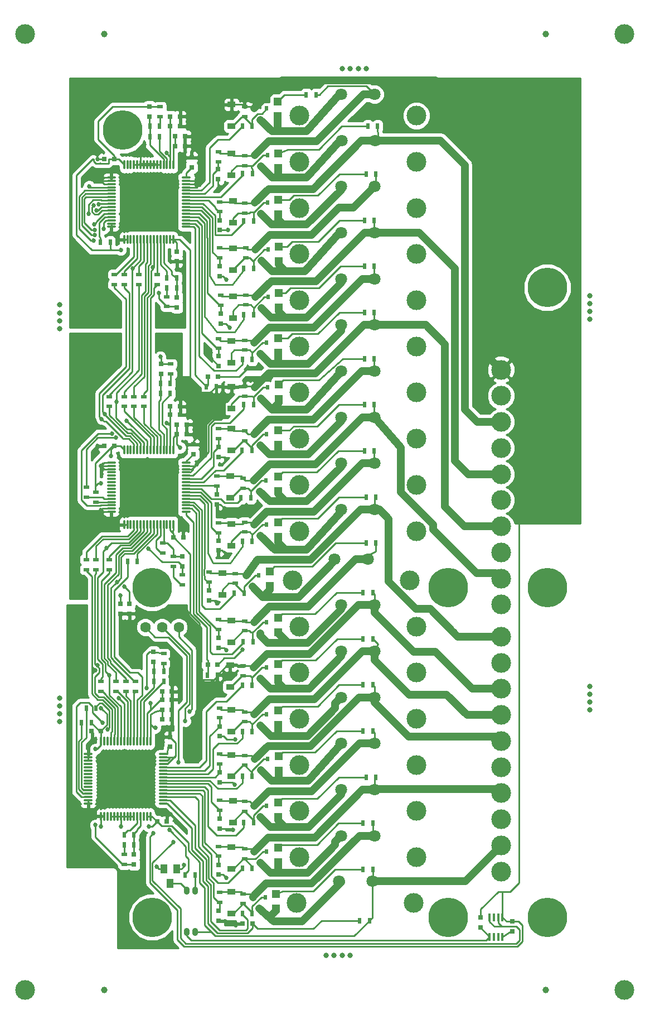
<source format=gbr>
G04 #@! TF.FileFunction,Copper,L1,Top,Signal*
%FSLAX46Y46*%
G04 Gerber Fmt 4.6, Leading zero omitted, Abs format (unit mm)*
G04 Created by KiCad (PCBNEW 4.0.6) date 07/17/17 17:26:29*
%MOMM*%
%LPD*%
G01*
G04 APERTURE LIST*
%ADD10C,0.100000*%
%ADD11C,1.000000*%
%ADD12C,3.000000*%
%ADD13C,0.800000*%
%ADD14C,0.210000*%
%ADD15C,0.300000*%
%ADD16C,0.220000*%
%ADD17O,1.500000X0.300000*%
%ADD18O,0.300000X1.500000*%
%ADD19O,0.400000X1.260000*%
%ADD20R,0.900000X0.500000*%
%ADD21R,0.500000X0.900000*%
%ADD22R,0.600000X0.700000*%
%ADD23R,0.800000X0.750000*%
%ADD24R,0.750000X0.800000*%
%ADD25C,6.000000*%
%ADD26O,0.900000X1.250000*%
%ADD27R,1.200000X1.200000*%
%ADD28R,1.200000X0.900000*%
%ADD29C,1.600000*%
%ADD30R,1.000000X1.400000*%
%ADD31C,1.800000*%
%ADD32C,0.685800*%
%ADD33C,0.250000*%
%ADD34C,1.200000*%
%ADD35C,0.254000*%
G04 APERTURE END LIST*
D10*
D11*
X121500000Y-37000000D03*
X54500000Y-37000000D03*
X54500000Y-182000000D03*
D12*
X133500000Y-182000000D03*
X42500000Y-182000000D03*
X42500000Y-37000000D03*
D13*
X47750000Y-81700000D03*
X47750000Y-78100000D03*
X47750000Y-79300000D03*
X47750000Y-80500000D03*
X47750000Y-141350000D03*
X47750000Y-137750000D03*
X47750000Y-138950000D03*
X47750000Y-140150000D03*
X94250000Y-42250000D03*
X90650000Y-42250000D03*
X91850000Y-42250000D03*
X93050000Y-42250000D03*
X128250000Y-139550000D03*
X128250000Y-135950000D03*
X128250000Y-137150000D03*
X128250000Y-138350000D03*
X91800000Y-176750000D03*
X88200000Y-176750000D03*
X89400000Y-176750000D03*
X90600000Y-176750000D03*
D14*
X64500000Y-65750000D03*
X63200000Y-65750000D03*
X61900000Y-65750000D03*
X60600000Y-65750000D03*
X59300000Y-65750000D03*
X58000000Y-65750000D03*
X64500000Y-64450000D03*
X63200000Y-64450000D03*
X61900000Y-64450000D03*
X60600000Y-64450000D03*
X59300000Y-64450000D03*
X58000000Y-64450000D03*
X64500000Y-63150000D03*
X63200000Y-63150000D03*
X61900000Y-63150000D03*
X60600000Y-63150000D03*
X59300000Y-63150000D03*
X58000000Y-63150000D03*
X64500000Y-61850000D03*
X63200000Y-61850000D03*
X61900000Y-61850000D03*
X60600000Y-61850000D03*
X59300000Y-61850000D03*
X58000000Y-61850000D03*
X64500000Y-60550000D03*
X63200000Y-60550000D03*
X61900000Y-60550000D03*
X60600000Y-60550000D03*
X59300000Y-60550000D03*
X58000000Y-60550000D03*
X64500000Y-59250000D03*
X63200000Y-59250000D03*
X61900000Y-59250000D03*
X60600000Y-59250000D03*
X59300000Y-59250000D03*
D15*
X64500000Y-109000000D03*
X63200000Y-109000000D03*
X61900000Y-109000000D03*
X60600000Y-109000000D03*
X59300000Y-109000000D03*
X58000000Y-109000000D03*
X64500000Y-107700000D03*
X63200000Y-107700000D03*
X61900000Y-107700000D03*
X60600000Y-107700000D03*
X59300000Y-107700000D03*
X58000000Y-107700000D03*
X64500000Y-106400000D03*
X63200000Y-106400000D03*
X61900000Y-106400000D03*
X60600000Y-106400000D03*
X59300000Y-106400000D03*
X58000000Y-106400000D03*
X64500000Y-105100000D03*
X63200000Y-105100000D03*
X61900000Y-105100000D03*
X60600000Y-105100000D03*
X59300000Y-105100000D03*
X58000000Y-105100000D03*
X64500000Y-103800000D03*
X63200000Y-103800000D03*
X61900000Y-103800000D03*
X60600000Y-103800000D03*
X59300000Y-103800000D03*
X58000000Y-103800000D03*
X64500000Y-102500000D03*
X63200000Y-102500000D03*
X61900000Y-102500000D03*
X60600000Y-102500000D03*
X59300000Y-102500000D03*
D16*
X61000000Y-153250000D03*
X59700000Y-153250000D03*
X58400000Y-153250000D03*
X57100000Y-153250000D03*
X55800000Y-153250000D03*
X54500000Y-153250000D03*
X61000000Y-151950000D03*
X59700000Y-151950000D03*
X58400000Y-151950000D03*
X57100000Y-151950000D03*
X55800000Y-151950000D03*
X54500000Y-151950000D03*
X61000000Y-150650000D03*
X59700000Y-150650000D03*
X58400000Y-150650000D03*
X57100000Y-150650000D03*
X55800000Y-150650000D03*
X54500000Y-150650000D03*
X61000000Y-149350000D03*
X59700000Y-149350000D03*
X58400000Y-149350000D03*
X57100000Y-149350000D03*
X55800000Y-149350000D03*
X54500000Y-149350000D03*
X61000000Y-148050000D03*
X59700000Y-148050000D03*
X58400000Y-148050000D03*
X57100000Y-148050000D03*
X55800000Y-148050000D03*
X54500000Y-148050000D03*
X61000000Y-146750000D03*
X59700000Y-146750000D03*
X58400000Y-146750000D03*
X57100000Y-146750000D03*
X55800000Y-146750000D03*
D17*
X63450000Y-153750000D03*
X63450000Y-153250000D03*
X63450000Y-152750000D03*
X63450000Y-152250000D03*
X63450000Y-151750000D03*
X63450000Y-151250000D03*
X63450000Y-150750000D03*
X63450000Y-150250000D03*
X63450000Y-149750000D03*
X63450000Y-149250000D03*
X63450000Y-148750000D03*
X63450000Y-148250000D03*
X63450000Y-147750000D03*
X63450000Y-147250000D03*
X63450000Y-146750000D03*
X63450000Y-146250000D03*
D18*
X61500000Y-144300000D03*
X61000000Y-144300000D03*
X60500000Y-144300000D03*
X60000000Y-144300000D03*
X59500000Y-144300000D03*
X59000000Y-144300000D03*
X58500000Y-144300000D03*
X58000000Y-144300000D03*
X57500000Y-144300000D03*
X57000000Y-144300000D03*
X56500000Y-144300000D03*
X56000000Y-144300000D03*
X55500000Y-144300000D03*
X55000000Y-144300000D03*
X54500000Y-144300000D03*
X54000000Y-144300000D03*
D17*
X52050000Y-146250000D03*
X52050000Y-146750000D03*
X52050000Y-147250000D03*
X52050000Y-147750000D03*
X52050000Y-148250000D03*
X52050000Y-148750000D03*
X52050000Y-149250000D03*
X52050000Y-149750000D03*
X52050000Y-150250000D03*
X52050000Y-150750000D03*
X52050000Y-151250000D03*
X52050000Y-151750000D03*
X52050000Y-152250000D03*
X52050000Y-152750000D03*
X52050000Y-153250000D03*
X52050000Y-153750000D03*
D18*
X54000000Y-155700000D03*
X54500000Y-155700000D03*
X55000000Y-155700000D03*
X55500000Y-155700000D03*
X56000000Y-155700000D03*
X56500000Y-155700000D03*
X57000000Y-155700000D03*
X57500000Y-155700000D03*
X58000000Y-155700000D03*
X58500000Y-155700000D03*
X59000000Y-155700000D03*
X59500000Y-155700000D03*
X60000000Y-155700000D03*
X60500000Y-155700000D03*
X61000000Y-155700000D03*
X61500000Y-155700000D03*
D19*
X113025000Y-173960000D03*
X113675000Y-173960000D03*
X114325000Y-173960000D03*
X114975000Y-173960000D03*
X114975000Y-171040000D03*
X114325000Y-171040000D03*
X113675000Y-171040000D03*
X113025000Y-171040000D03*
D20*
X62950000Y-49550000D03*
X62950000Y-48050000D03*
D21*
X64500000Y-91500000D03*
X63000000Y-91500000D03*
D20*
X72000000Y-69450000D03*
X72000000Y-70950000D03*
X72000000Y-146250000D03*
X72000000Y-147750000D03*
D22*
X79150000Y-140200000D03*
X77250000Y-140200000D03*
X78200000Y-141900000D03*
X79350000Y-69700000D03*
X77450000Y-69700000D03*
X78400000Y-71400000D03*
X79150000Y-48300000D03*
X77250000Y-48300000D03*
X78200000Y-50000000D03*
X79250000Y-55400000D03*
X77350000Y-55400000D03*
X78300000Y-57100000D03*
D20*
X71800000Y-54850000D03*
X71800000Y-56350000D03*
D12*
X100890000Y-119900000D03*
X83110000Y-119900000D03*
D23*
X64750000Y-136750000D03*
X63250000Y-136750000D03*
X63250000Y-139500000D03*
X64750000Y-139500000D03*
D24*
X67750000Y-55750000D03*
X67750000Y-57250000D03*
D23*
X70200000Y-132650000D03*
X71700000Y-132650000D03*
D24*
X71800000Y-128650000D03*
X71800000Y-130150000D03*
X70400000Y-121450000D03*
X70400000Y-122950000D03*
X71800000Y-113850000D03*
X71800000Y-115350000D03*
X71600000Y-106850000D03*
X71600000Y-108350000D03*
X71800000Y-99650000D03*
X71800000Y-101150000D03*
D23*
X70250000Y-89000000D03*
X71750000Y-89000000D03*
D24*
X71800000Y-85850000D03*
X71800000Y-87350000D03*
X72200000Y-79450000D03*
X72200000Y-80950000D03*
X72000000Y-72250000D03*
X72000000Y-73750000D03*
X72000000Y-65250000D03*
X72000000Y-66750000D03*
X71750000Y-57500000D03*
X71750000Y-59000000D03*
D23*
X64000000Y-156500000D03*
X62500000Y-156500000D03*
X77000000Y-172000000D03*
X75500000Y-172000000D03*
D24*
X71800000Y-170050000D03*
X71800000Y-171550000D03*
X71800000Y-163050000D03*
X71800000Y-164550000D03*
X72000000Y-156050000D03*
X72000000Y-157550000D03*
X72000000Y-149050000D03*
X72000000Y-150550000D03*
X72000000Y-142050000D03*
X72000000Y-143550000D03*
D20*
X54000000Y-136750000D03*
X54000000Y-135250000D03*
X56250000Y-135250000D03*
X56250000Y-136750000D03*
X57750000Y-136750000D03*
X57750000Y-135250000D03*
X59250000Y-136750000D03*
X59250000Y-135250000D03*
X55250000Y-92000000D03*
X55250000Y-93500000D03*
X57500000Y-92000000D03*
X57500000Y-93500000D03*
X59000000Y-92000000D03*
X59000000Y-93500000D03*
X60500000Y-92000000D03*
X60500000Y-93500000D03*
X51750000Y-118250000D03*
X51750000Y-116750000D03*
X53250000Y-118250000D03*
X53250000Y-116750000D03*
X55250000Y-118250000D03*
X55250000Y-116750000D03*
D21*
X58000000Y-117000000D03*
X59500000Y-117000000D03*
D20*
X56000000Y-75000000D03*
X56000000Y-73500000D03*
X57500000Y-75000000D03*
X57500000Y-73500000D03*
X59750000Y-75000000D03*
X59750000Y-73500000D03*
X62500000Y-75000000D03*
X62500000Y-73500000D03*
X75800000Y-127550000D03*
X75800000Y-126050000D03*
X74400000Y-120350000D03*
X74400000Y-118850000D03*
X75800000Y-112550000D03*
X75800000Y-111050000D03*
D21*
X76950000Y-170400000D03*
X75450000Y-170400000D03*
X76950000Y-163600000D03*
X75450000Y-163600000D03*
X77150000Y-156600000D03*
X75650000Y-156600000D03*
X76950000Y-149600000D03*
X75450000Y-149600000D03*
X76950000Y-142800000D03*
X75450000Y-142800000D03*
X76950000Y-135800000D03*
X75450000Y-135800000D03*
X94750000Y-171500000D03*
X93250000Y-171500000D03*
D20*
X72000000Y-167250000D03*
X72000000Y-168750000D03*
X71800000Y-160250000D03*
X71800000Y-161750000D03*
X72000000Y-153250000D03*
X72000000Y-154750000D03*
X72000000Y-139250000D03*
X72000000Y-140750000D03*
X75600000Y-105900000D03*
X75600000Y-104400000D03*
D21*
X95250000Y-163750000D03*
X93750000Y-163750000D03*
X95250000Y-156750000D03*
X93750000Y-156750000D03*
X95750000Y-149750000D03*
X94250000Y-149750000D03*
X95250000Y-142750000D03*
X93750000Y-142750000D03*
X95250000Y-135750000D03*
X93750000Y-135750000D03*
X95250000Y-128750000D03*
X93750000Y-128750000D03*
X77050000Y-129200000D03*
X75550000Y-129200000D03*
X75750000Y-121800000D03*
X74250000Y-121800000D03*
X76950000Y-114000000D03*
X75450000Y-114000000D03*
X76750000Y-107400000D03*
X75250000Y-107400000D03*
X76900000Y-100200000D03*
X75400000Y-100200000D03*
X77150000Y-93200000D03*
X75650000Y-93200000D03*
X71650000Y-134250000D03*
X70150000Y-134250000D03*
D20*
X71800000Y-125850000D03*
X71800000Y-127350000D03*
X70400000Y-118650000D03*
X70400000Y-120150000D03*
X71800000Y-111200000D03*
X71800000Y-112700000D03*
X71600000Y-104100000D03*
X71600000Y-105600000D03*
X71800000Y-96900000D03*
X71800000Y-98400000D03*
X75800000Y-98700000D03*
X75800000Y-97200000D03*
D21*
X95250000Y-121750000D03*
X93750000Y-121750000D03*
X95750000Y-114250000D03*
X94250000Y-114250000D03*
X95750000Y-107250000D03*
X94250000Y-107250000D03*
X95500000Y-100250000D03*
X94000000Y-100250000D03*
X95500000Y-93250000D03*
X94000000Y-93250000D03*
X95500000Y-86250000D03*
X94000000Y-86250000D03*
X76950000Y-86400000D03*
X75450000Y-86400000D03*
X77150000Y-79600000D03*
X75650000Y-79600000D03*
X77150000Y-72600000D03*
X75650000Y-72600000D03*
X77150000Y-65400000D03*
X75650000Y-65400000D03*
X77000000Y-58200000D03*
X75500000Y-58200000D03*
X76950000Y-51000000D03*
X75450000Y-51000000D03*
X71500000Y-90500000D03*
X70000000Y-90500000D03*
D20*
X71800000Y-83200000D03*
X71800000Y-84700000D03*
X72200000Y-76650000D03*
X72200000Y-78150000D03*
X72000000Y-62450000D03*
X72000000Y-63950000D03*
X75800000Y-91950000D03*
X75800000Y-90450000D03*
D21*
X95500000Y-79250000D03*
X94000000Y-79250000D03*
X95500000Y-72250000D03*
X94000000Y-72250000D03*
X95500000Y-65250000D03*
X94000000Y-65250000D03*
X95750000Y-58250000D03*
X94250000Y-58250000D03*
X96000000Y-51000000D03*
X94500000Y-51000000D03*
X86650000Y-46200000D03*
X85150000Y-46200000D03*
D20*
X75600000Y-168950000D03*
X75600000Y-167450000D03*
D22*
X79350000Y-76900000D03*
X77450000Y-76900000D03*
X78400000Y-78600000D03*
X79150000Y-83800000D03*
X77250000Y-83800000D03*
X78200000Y-85500000D03*
X79250000Y-90600000D03*
X77350000Y-90600000D03*
X78300000Y-92300000D03*
X79150000Y-97700000D03*
X77250000Y-97700000D03*
X78200000Y-99400000D03*
X79050000Y-104700000D03*
X77150000Y-104700000D03*
X78100000Y-106400000D03*
X79150000Y-111400000D03*
X77250000Y-111400000D03*
X78200000Y-113100000D03*
X77950000Y-119150000D03*
X76050000Y-119150000D03*
X77000000Y-120850000D03*
X79150000Y-126200000D03*
X77250000Y-126200000D03*
X78200000Y-127900000D03*
X79150000Y-133100000D03*
X77250000Y-133100000D03*
X78200000Y-134800000D03*
X79250000Y-147000000D03*
X77350000Y-147000000D03*
X78300000Y-148700000D03*
X79150000Y-154100000D03*
X77250000Y-154100000D03*
X78200000Y-155800000D03*
X79150000Y-161000000D03*
X77250000Y-161000000D03*
X78200000Y-162700000D03*
X78950000Y-167950000D03*
X77050000Y-167950000D03*
X78000000Y-169650000D03*
X79250000Y-62600000D03*
X77350000Y-62600000D03*
X78300000Y-64300000D03*
D25*
X121770000Y-75472000D03*
X57250000Y-51600000D03*
X61750000Y-121000000D03*
X106750000Y-121000000D03*
X121750000Y-121000000D03*
X106750000Y-171000000D03*
X121750000Y-171000000D03*
X61750000Y-171000000D03*
D12*
X101890000Y-84400000D03*
X84110000Y-84400000D03*
X101890000Y-91400000D03*
X84110000Y-91400000D03*
X101890000Y-98400000D03*
X84110000Y-98400000D03*
X101890000Y-105400000D03*
X84110000Y-105400000D03*
X101890000Y-112400000D03*
X84110000Y-112400000D03*
X101890000Y-126900000D03*
X84110000Y-126900000D03*
X101890000Y-77400000D03*
X84110000Y-77400000D03*
X101890000Y-70400000D03*
X84110000Y-70400000D03*
X101890000Y-49400000D03*
X84110000Y-49400000D03*
X101890000Y-56400000D03*
X84110000Y-56400000D03*
X101890000Y-63400000D03*
X84110000Y-63400000D03*
X101890000Y-147900000D03*
X84110000Y-147900000D03*
X101890000Y-154900000D03*
X84110000Y-154900000D03*
X101890000Y-133900000D03*
X84110000Y-133900000D03*
X101890000Y-140900000D03*
X84110000Y-140900000D03*
X101890000Y-161900000D03*
X84110000Y-161900000D03*
X101490000Y-168800000D03*
X83710000Y-168800000D03*
D23*
X66000000Y-94750000D03*
X64500000Y-94750000D03*
X66000000Y-93500000D03*
X64500000Y-93500000D03*
D20*
X75800000Y-162150000D03*
X75800000Y-160650000D03*
X75800000Y-154950000D03*
X75800000Y-153450000D03*
X75800000Y-147950000D03*
X75800000Y-146450000D03*
X75800000Y-141350000D03*
X75800000Y-139850000D03*
X75600000Y-134350000D03*
X75600000Y-132850000D03*
X75800000Y-84950000D03*
X75800000Y-83450000D03*
X76000000Y-78100000D03*
X76000000Y-76600000D03*
X76000000Y-70950000D03*
X76000000Y-69450000D03*
X75800000Y-64150000D03*
X75800000Y-62650000D03*
X75800000Y-56950000D03*
X75800000Y-55450000D03*
X75800000Y-49550000D03*
X75800000Y-48050000D03*
D23*
X63250000Y-141000000D03*
X64750000Y-141000000D03*
X64750000Y-138000000D03*
X63250000Y-138000000D03*
X65500000Y-97750000D03*
X67000000Y-97750000D03*
X65500000Y-96250000D03*
X67000000Y-96250000D03*
X66750000Y-54000000D03*
X65250000Y-54000000D03*
X64500000Y-51000000D03*
X66000000Y-51000000D03*
X66750000Y-52500000D03*
X65250000Y-52500000D03*
X64500000Y-49500000D03*
X66000000Y-49500000D03*
X54500000Y-56000000D03*
X56000000Y-56000000D03*
D24*
X65500000Y-70000000D03*
X65500000Y-71500000D03*
D21*
X51000000Y-141500000D03*
X52500000Y-141500000D03*
D20*
X53250000Y-108000000D03*
X53250000Y-106500000D03*
D21*
X53900000Y-68600000D03*
X55400000Y-68600000D03*
D24*
X64450000Y-145150000D03*
X64450000Y-143650000D03*
X68000000Y-100750000D03*
X68000000Y-99250000D03*
D23*
X66500000Y-113400000D03*
X65000000Y-113400000D03*
X54000000Y-142750000D03*
X52500000Y-142750000D03*
X56000000Y-99500000D03*
X54500000Y-99500000D03*
D21*
X51750000Y-139250000D03*
X53250000Y-139250000D03*
D20*
X51750000Y-107250000D03*
X51750000Y-105750000D03*
D24*
X61950000Y-132250000D03*
X61950000Y-130750000D03*
X59000000Y-163000000D03*
X59000000Y-161500000D03*
X63150000Y-88550000D03*
X63150000Y-87050000D03*
X66350000Y-117750000D03*
X66350000Y-116250000D03*
X61350000Y-48050000D03*
X61350000Y-49550000D03*
X65500000Y-76950000D03*
X65500000Y-78450000D03*
D21*
X62000000Y-133700000D03*
X63500000Y-133700000D03*
X63500000Y-135250000D03*
X62000000Y-135250000D03*
X59000000Y-160000000D03*
X57500000Y-160000000D03*
X57500000Y-158500000D03*
X59000000Y-158500000D03*
X63000000Y-90000000D03*
X64500000Y-90000000D03*
D20*
X64950000Y-116250000D03*
X64950000Y-117750000D03*
X63350000Y-115750000D03*
X63350000Y-114250000D03*
D21*
X61400000Y-51000000D03*
X62900000Y-51000000D03*
X62900000Y-52600000D03*
X61400000Y-52600000D03*
X65500000Y-75550000D03*
X64000000Y-75550000D03*
X64000000Y-74000000D03*
X65500000Y-74000000D03*
D20*
X63500000Y-132500000D03*
X63500000Y-131000000D03*
X57500000Y-163000000D03*
X57500000Y-161500000D03*
X64550000Y-88550000D03*
X64550000Y-87050000D03*
X66350000Y-119050000D03*
X66350000Y-120550000D03*
X64000000Y-78350000D03*
X64000000Y-76850000D03*
D24*
X111650000Y-172550000D03*
X111650000Y-171050000D03*
X116500000Y-173150000D03*
X116500000Y-171650000D03*
D21*
X66750000Y-164600000D03*
X68250000Y-164600000D03*
D26*
X67015000Y-173225000D03*
X68285000Y-173225000D03*
X67015000Y-166975000D03*
X68285000Y-166975000D03*
D24*
X58300000Y-123450000D03*
X58300000Y-124950000D03*
X56900000Y-123450000D03*
X56900000Y-124950000D03*
D17*
X66950000Y-66250000D03*
X66950000Y-65750000D03*
X66950000Y-65250000D03*
X66950000Y-64750000D03*
X66950000Y-64250000D03*
X66950000Y-63750000D03*
X66950000Y-63250000D03*
X66950000Y-62750000D03*
X66950000Y-62250000D03*
X66950000Y-61750000D03*
X66950000Y-61250000D03*
X66950000Y-60750000D03*
X66950000Y-60250000D03*
X66950000Y-59750000D03*
X66950000Y-59250000D03*
X66950000Y-58750000D03*
D18*
X65000000Y-56800000D03*
X64500000Y-56800000D03*
X64000000Y-56800000D03*
X63500000Y-56800000D03*
X63000000Y-56800000D03*
X62500000Y-56800000D03*
X62000000Y-56800000D03*
X61500000Y-56800000D03*
X61000000Y-56800000D03*
X60500000Y-56800000D03*
X60000000Y-56800000D03*
X59500000Y-56800000D03*
X59000000Y-56800000D03*
X58500000Y-56800000D03*
X58000000Y-56800000D03*
X57500000Y-56800000D03*
D17*
X55550000Y-58750000D03*
X55550000Y-59250000D03*
X55550000Y-59750000D03*
X55550000Y-60250000D03*
X55550000Y-60750000D03*
X55550000Y-61250000D03*
X55550000Y-61750000D03*
X55550000Y-62250000D03*
X55550000Y-62750000D03*
X55550000Y-63250000D03*
X55550000Y-63750000D03*
X55550000Y-64250000D03*
X55550000Y-64750000D03*
X55550000Y-65250000D03*
X55550000Y-65750000D03*
X55550000Y-66250000D03*
D18*
X57500000Y-68200000D03*
X58000000Y-68200000D03*
X58500000Y-68200000D03*
X59000000Y-68200000D03*
X59500000Y-68200000D03*
X60000000Y-68200000D03*
X60500000Y-68200000D03*
X61000000Y-68200000D03*
X61500000Y-68200000D03*
X62000000Y-68200000D03*
X62500000Y-68200000D03*
X63000000Y-68200000D03*
X63500000Y-68200000D03*
X64000000Y-68200000D03*
X64500000Y-68200000D03*
X65000000Y-68200000D03*
D17*
X66950000Y-109500000D03*
X66950000Y-109000000D03*
X66950000Y-108500000D03*
X66950000Y-108000000D03*
X66950000Y-107500000D03*
X66950000Y-107000000D03*
X66950000Y-106500000D03*
X66950000Y-106000000D03*
X66950000Y-105500000D03*
X66950000Y-105000000D03*
X66950000Y-104500000D03*
X66950000Y-104000000D03*
X66950000Y-103500000D03*
X66950000Y-103000000D03*
X66950000Y-102500000D03*
X66950000Y-102000000D03*
D18*
X65000000Y-100050000D03*
X64500000Y-100050000D03*
X64000000Y-100050000D03*
X63500000Y-100050000D03*
X63000000Y-100050000D03*
X62500000Y-100050000D03*
X62000000Y-100050000D03*
X61500000Y-100050000D03*
X61000000Y-100050000D03*
X60500000Y-100050000D03*
X60000000Y-100050000D03*
X59500000Y-100050000D03*
X59000000Y-100050000D03*
X58500000Y-100050000D03*
X58000000Y-100050000D03*
X57500000Y-100050000D03*
D17*
X55550000Y-102000000D03*
X55550000Y-102500000D03*
X55550000Y-103000000D03*
X55550000Y-103500000D03*
X55550000Y-104000000D03*
X55550000Y-104500000D03*
X55550000Y-105000000D03*
X55550000Y-105500000D03*
X55550000Y-106000000D03*
X55550000Y-106500000D03*
X55550000Y-107000000D03*
X55550000Y-107500000D03*
X55550000Y-108000000D03*
X55550000Y-108500000D03*
X55550000Y-109000000D03*
X55550000Y-109500000D03*
D18*
X57500000Y-111450000D03*
X58000000Y-111450000D03*
X58500000Y-111450000D03*
X59000000Y-111450000D03*
X59500000Y-111450000D03*
X60000000Y-111450000D03*
X60500000Y-111450000D03*
X61000000Y-111450000D03*
X61500000Y-111450000D03*
X62000000Y-111450000D03*
X62500000Y-111450000D03*
X63000000Y-111450000D03*
X63500000Y-111450000D03*
X64000000Y-111450000D03*
X64500000Y-111450000D03*
X65000000Y-111450000D03*
D16*
X54500000Y-146750000D03*
D15*
X58000000Y-102500000D03*
D14*
X58000000Y-59250000D03*
D27*
X80600000Y-167500000D03*
X80600000Y-169700000D03*
X80900000Y-160450000D03*
X80900000Y-162650000D03*
X80900000Y-153550000D03*
X80900000Y-155750000D03*
X81000000Y-146550000D03*
X81000000Y-148750000D03*
X80900000Y-139650000D03*
X80900000Y-141850000D03*
X80900000Y-132550000D03*
X80900000Y-134750000D03*
X80900000Y-125550000D03*
X80900000Y-127750000D03*
X79600000Y-118500000D03*
X79600000Y-120700000D03*
X80900000Y-111050000D03*
X80900000Y-113250000D03*
X80900000Y-104150000D03*
X80900000Y-106350000D03*
X80900000Y-97150000D03*
X80900000Y-99350000D03*
X81000000Y-90150000D03*
X81000000Y-92350000D03*
X80900000Y-83150000D03*
X80900000Y-85350000D03*
X81000000Y-76250000D03*
X81000000Y-78450000D03*
X81000000Y-69250000D03*
X81000000Y-71450000D03*
X80900000Y-62150000D03*
X80900000Y-64350000D03*
X80900000Y-55150000D03*
X80900000Y-57350000D03*
X80800000Y-47250000D03*
X80800000Y-49450000D03*
D28*
X73800000Y-129250000D03*
X73800000Y-125950000D03*
X72400000Y-122050000D03*
X72400000Y-118750000D03*
X73800000Y-114650000D03*
X73800000Y-111350000D03*
X73600000Y-107400000D03*
X73600000Y-104100000D03*
X73800000Y-100200000D03*
X73800000Y-96900000D03*
X73800000Y-93850000D03*
X73800000Y-90550000D03*
X73800000Y-170450000D03*
X73800000Y-167150000D03*
X73800000Y-163650000D03*
X73800000Y-160350000D03*
X74000000Y-156650000D03*
X74000000Y-153350000D03*
X73800000Y-149650000D03*
X73800000Y-146350000D03*
X73800000Y-142850000D03*
X73800000Y-139550000D03*
X73600000Y-136050000D03*
X73600000Y-132750000D03*
X73800000Y-86850000D03*
X73800000Y-83550000D03*
X74000000Y-80100000D03*
X74000000Y-76800000D03*
X74000000Y-72850000D03*
X74000000Y-69550000D03*
X74000000Y-65650000D03*
X74000000Y-62350000D03*
X73800000Y-58450000D03*
X73800000Y-55150000D03*
X73800000Y-51000000D03*
X73800000Y-47700000D03*
D29*
X63250000Y-127000000D03*
X65790000Y-127000000D03*
X60710000Y-127000000D03*
D30*
X65450000Y-163650000D03*
X63550000Y-163650000D03*
X64500000Y-165850000D03*
D12*
X114750000Y-87930000D03*
X114750000Y-91890000D03*
X114750000Y-95850000D03*
X114750000Y-99810000D03*
X114750000Y-103770000D03*
X114750000Y-107730000D03*
X114750000Y-111690000D03*
X114750000Y-115650000D03*
X114750000Y-119610000D03*
X114750000Y-123570000D03*
X114750000Y-128430000D03*
X114750000Y-132390000D03*
X114750000Y-136350000D03*
X114750000Y-140310000D03*
X114750000Y-144270000D03*
X114750000Y-148230000D03*
X114750000Y-152190000D03*
X114750000Y-156150000D03*
X114750000Y-160110000D03*
X114750000Y-164070000D03*
D31*
X95240000Y-165550000D03*
X90160000Y-165550000D03*
X95540000Y-158650000D03*
X90460000Y-158650000D03*
X95540000Y-151650000D03*
X90460000Y-151650000D03*
X95540000Y-144650000D03*
X90460000Y-144650000D03*
X95540000Y-137650000D03*
X90460000Y-137650000D03*
X95540000Y-130650000D03*
X90460000Y-130650000D03*
X95540000Y-123650000D03*
X90460000Y-123650000D03*
X94540000Y-116650000D03*
X89460000Y-116650000D03*
X95540000Y-109150000D03*
X90460000Y-109150000D03*
X95540000Y-102150000D03*
X90460000Y-102150000D03*
X95540000Y-95150000D03*
X90460000Y-95150000D03*
X95540000Y-88150000D03*
X90460000Y-88150000D03*
X95540000Y-81150000D03*
X90460000Y-81150000D03*
X95540000Y-74150000D03*
X90460000Y-74150000D03*
X95540000Y-67150000D03*
X90460000Y-67150000D03*
X95540000Y-60150000D03*
X90460000Y-60150000D03*
X95590000Y-53150000D03*
X90510000Y-53150000D03*
X95540000Y-46150000D03*
X90460000Y-46150000D03*
D13*
X128250000Y-80300000D03*
X128250000Y-76700000D03*
X128250000Y-77900000D03*
X128250000Y-79100000D03*
D12*
X133500000Y-37000000D03*
D11*
X121500000Y-182000000D03*
D32*
X52946303Y-65844102D03*
X55400000Y-67250000D03*
X76350000Y-87600000D03*
X61950000Y-158250000D03*
X56500000Y-68479690D03*
X53999992Y-59250000D03*
X60550000Y-53800000D03*
X53500000Y-56000000D03*
X65500000Y-72750000D03*
X70750000Y-86250000D03*
X73500000Y-81500000D03*
X73000000Y-74250000D03*
X73250000Y-66750000D03*
X71750000Y-60500000D03*
X69000000Y-59750000D03*
X68250000Y-54000000D03*
X68250000Y-52500000D03*
X67250000Y-51000000D03*
X67250000Y-49500000D03*
X56300000Y-112050000D03*
X75500000Y-130400000D03*
X73000000Y-130479690D03*
X57900000Y-95650000D03*
X66550000Y-112000000D03*
X67250000Y-94750000D03*
X68000000Y-96250000D03*
X68750000Y-98000000D03*
X68500000Y-102250000D03*
X54000000Y-102500000D03*
X54000000Y-109250000D03*
X71750000Y-123250000D03*
X73000000Y-116000000D03*
X72750000Y-109000000D03*
X73000000Y-101500000D03*
X53500000Y-99500000D03*
X56643316Y-137770568D03*
X54000000Y-157249986D03*
X53122721Y-144000000D03*
X74270310Y-150850000D03*
X74350000Y-144000000D03*
X74000000Y-157750000D03*
X64550000Y-155400000D03*
X65900000Y-136600000D03*
X74500000Y-172250000D03*
X73000000Y-172000000D03*
X73000000Y-165000000D03*
X61250000Y-157250000D03*
X57000000Y-157250000D03*
X53645199Y-62784936D03*
X53317055Y-63732933D03*
X52077543Y-64250000D03*
X65750000Y-147450000D03*
X64353430Y-157772711D03*
X67420310Y-139750000D03*
X62450000Y-163350000D03*
X62750000Y-76250000D03*
X57000000Y-69750000D03*
X52840023Y-63033231D03*
X57550000Y-120850000D03*
X54850000Y-115000000D03*
X56411374Y-120111374D03*
X56900000Y-122200000D03*
X58813619Y-72563619D03*
X61850000Y-72400000D03*
X53122721Y-133550000D03*
X53480942Y-132792189D03*
X55250000Y-134300000D03*
X54100000Y-95400000D03*
X54600000Y-94700000D03*
X56325000Y-92775000D03*
X53122721Y-145500000D03*
X53122721Y-156994545D03*
X54000000Y-139250006D03*
X60900000Y-136250000D03*
X63000000Y-85950000D03*
X53950000Y-105200000D03*
X61188619Y-115038619D03*
X55500000Y-101000000D03*
X54250000Y-141500000D03*
X61500000Y-138500000D03*
X64000000Y-95999998D03*
X55652351Y-97597649D03*
X54374490Y-66541914D03*
X64000000Y-55000000D03*
X55022650Y-142522650D03*
X62250000Y-142250000D03*
X66000000Y-99750000D03*
X56250000Y-98250000D03*
X64973186Y-159573186D03*
X66550002Y-163050000D03*
X52900000Y-68350000D03*
X53007108Y-67518659D03*
X53001999Y-66680462D03*
X52200000Y-60100000D03*
X66800000Y-141250000D03*
D33*
X114975000Y-167100000D02*
X116150000Y-167100000D01*
X117500000Y-90680000D02*
X114750000Y-87930000D01*
X117500000Y-165750000D02*
X117500000Y-90680000D01*
X116150000Y-167100000D02*
X117500000Y-165750000D01*
D34*
X111650000Y-50850000D02*
X111650000Y-84830000D01*
X111650000Y-84830000D02*
X114750000Y-87930000D01*
X77250000Y-48250000D02*
X77250000Y-48300000D01*
X111700000Y-50900000D02*
X111650000Y-50850000D01*
X111650000Y-50850000D02*
X104800000Y-44000000D01*
X104800000Y-44000000D02*
X81500000Y-44000000D01*
X81500000Y-44000000D02*
X77250000Y-48250000D01*
D33*
X116500000Y-171650000D02*
X117350000Y-171650000D01*
X117350000Y-171650000D02*
X117952411Y-172252411D01*
X117952411Y-172252411D02*
X117952411Y-174666684D01*
X117216684Y-175402411D02*
X66552410Y-175402410D01*
X117952411Y-174666684D02*
X117216684Y-175402411D01*
X65550000Y-169949446D02*
X61400000Y-165799446D01*
X61607101Y-158592899D02*
X61950000Y-158250000D01*
X66552410Y-175402410D02*
X65550000Y-174400000D01*
X65550000Y-174400000D02*
X65550000Y-169949446D01*
X61400000Y-165799446D02*
X61400000Y-158800000D01*
X61400000Y-158800000D02*
X61607101Y-158592899D01*
X53289202Y-65501203D02*
X52946303Y-65844102D01*
X53289202Y-65460798D02*
X53289202Y-65501203D01*
X54500000Y-64250000D02*
X53289202Y-65460798D01*
X55550000Y-64250000D02*
X54500000Y-64250000D01*
X58000000Y-68200000D02*
X57500000Y-68200000D01*
X55550000Y-67100000D02*
X55400000Y-67250000D01*
X55550000Y-66250000D02*
X55550000Y-67100000D01*
X76007101Y-87942899D02*
X76350000Y-87600000D01*
X74950000Y-89000000D02*
X76007101Y-87942899D01*
X71750000Y-89000000D02*
X74950000Y-89000000D01*
X57500000Y-68200000D02*
X56779690Y-68200000D01*
X56779690Y-68200000D02*
X56500000Y-68479690D01*
X111650000Y-171050000D02*
X111650000Y-169800000D01*
X111650000Y-169800000D02*
X114350000Y-167100000D01*
X114350000Y-167100000D02*
X114975000Y-167100000D01*
X114975000Y-167100000D02*
X114975000Y-171040000D01*
X116500000Y-171650000D02*
X115585000Y-171650000D01*
X115585000Y-171650000D02*
X114975000Y-171040000D01*
X111650000Y-171050000D02*
X111650000Y-171000000D01*
X55550000Y-59250000D02*
X53999992Y-59250000D01*
X54342891Y-59592899D02*
X53999992Y-59250000D01*
X54499992Y-59750000D02*
X54342891Y-59592899D01*
X54499992Y-58750000D02*
X54342891Y-58907101D01*
X55550000Y-58750000D02*
X54499992Y-58750000D01*
X55550000Y-59750000D02*
X54499992Y-59750000D01*
X54342891Y-58907101D02*
X53999992Y-59250000D01*
X60000000Y-56800000D02*
X60000000Y-54350000D01*
X60000000Y-54350000D02*
X60550000Y-53800000D01*
X59000000Y-56800000D02*
X59500000Y-56800000D01*
X59500000Y-56800000D02*
X60000000Y-56800000D01*
X60000000Y-56800000D02*
X60500000Y-56800000D01*
X60500000Y-56800000D02*
X61000000Y-56800000D01*
X61000000Y-56800000D02*
X61500000Y-56800000D01*
X61500000Y-56800000D02*
X62000000Y-56800000D01*
X62000000Y-56800000D02*
X62500000Y-56800000D01*
X62500000Y-56800000D02*
X63000000Y-56800000D01*
X55550000Y-65750000D02*
X55550000Y-66250000D01*
X54500000Y-56000000D02*
X53500000Y-56000000D01*
X65500000Y-71500000D02*
X65500000Y-72750000D01*
X71800000Y-87350000D02*
X71800000Y-87300000D01*
X71800000Y-87300000D02*
X70750000Y-86250000D01*
X72200000Y-80950000D02*
X72950000Y-80950000D01*
X72950000Y-80950000D02*
X73500000Y-81500000D01*
X72000000Y-73750000D02*
X72500000Y-73750000D01*
X72500000Y-73750000D02*
X73000000Y-74250000D01*
X72000000Y-66750000D02*
X73250000Y-66750000D01*
X71750000Y-59000000D02*
X71750000Y-60500000D01*
X66950000Y-59250000D02*
X68500000Y-59250000D01*
X69000000Y-59750000D02*
X66950000Y-59750000D01*
X68500000Y-59250000D02*
X69000000Y-59750000D01*
X66750000Y-54000000D02*
X68250000Y-54000000D01*
X66750000Y-52500000D02*
X68250000Y-52500000D01*
X66000000Y-51000000D02*
X67250000Y-51000000D01*
X66000000Y-49500000D02*
X67250000Y-49500000D01*
X75800000Y-48050000D02*
X77000000Y-48050000D01*
X77000000Y-48050000D02*
X77250000Y-48300000D01*
X73800000Y-47700000D02*
X75450000Y-47700000D01*
X75450000Y-47700000D02*
X75800000Y-48050000D01*
X68500000Y-60250000D02*
X69000000Y-59750000D01*
X66950000Y-60250000D02*
X68500000Y-60250000D01*
D34*
X106250000Y-108250000D02*
X106250000Y-108750000D01*
X109190000Y-111690000D02*
X114750000Y-111690000D01*
X106250000Y-108750000D02*
X109190000Y-111690000D01*
X106250000Y-108350000D02*
X106250000Y-108250000D01*
X106250000Y-108250000D02*
X106250000Y-84100000D01*
X106250000Y-84100000D02*
X103300000Y-81150000D01*
X103300000Y-81150000D02*
X95540000Y-81150000D01*
X95540000Y-81150000D02*
X93950000Y-81150000D01*
X93950000Y-81150000D02*
X86600000Y-88500000D01*
X86600000Y-88500000D02*
X79450000Y-88500000D01*
X79450000Y-88500000D02*
X77350000Y-90600000D01*
D33*
X73800000Y-91250000D02*
X73800000Y-90550000D01*
X72750000Y-92300000D02*
X73800000Y-91250000D01*
X56642899Y-111707101D02*
X56300000Y-112050000D01*
X56900000Y-111450000D02*
X56642899Y-111707101D01*
X57500000Y-111450000D02*
X56900000Y-111450000D01*
X58000000Y-111450000D02*
X57500000Y-111450000D01*
X71700000Y-132650000D02*
X71725000Y-132650000D01*
X71725000Y-132650000D02*
X72675000Y-131700000D01*
X72675000Y-131700000D02*
X74200000Y-131700000D01*
X74200000Y-131700000D02*
X75500000Y-130400000D01*
X72670310Y-130150000D02*
X73000000Y-130479690D01*
X71800000Y-130150000D02*
X72670310Y-130150000D01*
X61000000Y-100050000D02*
X61000000Y-98750000D01*
X61000000Y-98750000D02*
X58492897Y-96242897D01*
X58492897Y-96242897D02*
X57900000Y-95650000D01*
X66500000Y-113400000D02*
X66500000Y-112050000D01*
X66500000Y-112050000D02*
X66550000Y-112000000D01*
X66000000Y-93500000D02*
X66000000Y-94750000D01*
X66000000Y-94750000D02*
X67250000Y-94750000D01*
X67000000Y-97750000D02*
X67000000Y-96250000D01*
X67000000Y-96250000D02*
X68000000Y-96250000D01*
X68000000Y-99250000D02*
X68000000Y-98750000D01*
X68000000Y-98750000D02*
X68750000Y-98000000D01*
X66950000Y-102500000D02*
X68250000Y-102500000D01*
X67750000Y-103000000D02*
X68500000Y-102250000D01*
X67750000Y-103000000D02*
X66950000Y-103000000D01*
X68250000Y-102500000D02*
X68500000Y-102250000D01*
X55550000Y-102000000D02*
X54500000Y-102000000D01*
X54500000Y-102000000D02*
X54000000Y-102500000D01*
X55550000Y-102500000D02*
X54000000Y-102500000D01*
X54500000Y-103000000D02*
X54000000Y-102500000D01*
X54500000Y-103000000D02*
X55550000Y-103000000D01*
X55550000Y-109500000D02*
X54250000Y-109500000D01*
X54250000Y-109000000D02*
X54000000Y-109250000D01*
X54250000Y-109000000D02*
X55550000Y-109000000D01*
X54250000Y-109500000D02*
X54000000Y-109250000D01*
X70400000Y-122950000D02*
X71450000Y-122950000D01*
X71450000Y-122950000D02*
X71750000Y-123250000D01*
X71800000Y-115350000D02*
X72350000Y-115350000D01*
X72350000Y-115350000D02*
X73000000Y-116000000D01*
X71600000Y-108350000D02*
X72100000Y-108350000D01*
X72100000Y-108350000D02*
X72750000Y-109000000D01*
X71800000Y-101150000D02*
X72650000Y-101150000D01*
X72650000Y-101150000D02*
X73000000Y-101500000D01*
X54500000Y-99500000D02*
X53500000Y-99500000D01*
X71500000Y-90500000D02*
X70600000Y-91400000D01*
X70600000Y-91400000D02*
X69150000Y-91400000D01*
X69150000Y-91400000D02*
X67500000Y-89750000D01*
X67500000Y-89750000D02*
X67500000Y-78500000D01*
X67500000Y-78950000D02*
X67500000Y-78500000D01*
X65500000Y-70000000D02*
X65500000Y-68700000D01*
X65500000Y-68700000D02*
X65000000Y-68200000D01*
X67500000Y-78500000D02*
X67500000Y-69750000D01*
X67500000Y-69750000D02*
X65950000Y-68200000D01*
X65950000Y-68200000D02*
X65000000Y-68200000D01*
X64500000Y-68200000D02*
X65000000Y-68200000D01*
X71500000Y-90500000D02*
X73750000Y-90500000D01*
X73750000Y-90500000D02*
X73800000Y-90550000D01*
X73800000Y-90550000D02*
X73550000Y-90800000D01*
X75800000Y-90450000D02*
X73900000Y-90450000D01*
X73900000Y-90450000D02*
X73800000Y-90550000D01*
X75800000Y-90450000D02*
X77200000Y-90450000D01*
X77200000Y-90450000D02*
X77350000Y-90600000D01*
X95500000Y-79250000D02*
X95500000Y-81110000D01*
X95500000Y-81110000D02*
X95540000Y-81150000D01*
X72750000Y-94960002D02*
X72750000Y-92300000D01*
X72210002Y-95500000D02*
X72750000Y-94960002D01*
X71180905Y-95500000D02*
X72210002Y-95500000D01*
X70295179Y-96385726D02*
X71180905Y-95500000D01*
X70295179Y-100454821D02*
X70295179Y-96385726D01*
X67950000Y-102800000D02*
X70295179Y-100454821D01*
X67950000Y-103100000D02*
X67950000Y-102800000D01*
X66950000Y-103500000D02*
X67550000Y-103500000D01*
X67550000Y-103500000D02*
X67950000Y-103100000D01*
X70200000Y-132025000D02*
X70200000Y-132650000D01*
X70197592Y-132247592D02*
X70200000Y-132250000D01*
X70200000Y-132250000D02*
X70200000Y-132650000D01*
X70200000Y-132650000D02*
X70200000Y-134200000D01*
X70200000Y-134200000D02*
X70150000Y-134250000D01*
X70100000Y-131925000D02*
X70200000Y-132025000D01*
X70100000Y-126988185D02*
X70100000Y-131925000D01*
X68050000Y-124938185D02*
X70100000Y-126988185D01*
X68050000Y-111100000D02*
X68050000Y-124938185D01*
X66950000Y-110000000D02*
X68050000Y-111100000D01*
X66950000Y-109500000D02*
X66950000Y-110000000D01*
X71600000Y-127350000D02*
X71800000Y-127350000D01*
X68854822Y-124604822D02*
X71600000Y-127350000D01*
X71800000Y-127350000D02*
X71800000Y-128650000D01*
X68854822Y-109404822D02*
X68854822Y-124604822D01*
X67950000Y-108500000D02*
X68854822Y-109404822D01*
X66950000Y-108500000D02*
X67950000Y-108500000D01*
X69750000Y-119700000D02*
X70200000Y-120150000D01*
X70200000Y-120150000D02*
X70400000Y-120150000D01*
X70400000Y-120150000D02*
X70400000Y-121450000D01*
X69750000Y-119177401D02*
X69750000Y-119700000D01*
X69672599Y-118178079D02*
X69672599Y-119121921D01*
X69672599Y-119121921D02*
X69728079Y-119177401D01*
X69728079Y-119177401D02*
X69750000Y-119177401D01*
X69750000Y-108250000D02*
X69750000Y-118122599D01*
X69750000Y-118122599D02*
X69728079Y-118122599D01*
X69728079Y-118122599D02*
X69672599Y-118178079D01*
X69000000Y-107500000D02*
X69750000Y-108250000D01*
X66950000Y-107500000D02*
X69000000Y-107500000D01*
X70750000Y-111850000D02*
X71600000Y-112700000D01*
X71600000Y-112700000D02*
X71800000Y-112700000D01*
X71800000Y-112700000D02*
X71800000Y-113850000D01*
X70750000Y-108111810D02*
X70750000Y-111850000D01*
X69138190Y-106500000D02*
X70750000Y-108111810D01*
X66950000Y-106500000D02*
X69138190Y-106500000D01*
X71500000Y-105500000D02*
X71600000Y-105600000D01*
X71600000Y-105600000D02*
X71600000Y-106850000D01*
X66950000Y-105500000D02*
X71500000Y-105500000D01*
X71800000Y-99675000D02*
X71800000Y-99650000D01*
X71100001Y-100374999D02*
X71800000Y-99675000D01*
X71100001Y-102649999D02*
X71100001Y-100374999D01*
X71800000Y-98400000D02*
X71800000Y-99650000D01*
X69250000Y-104500000D02*
X71100001Y-102649999D01*
X66950000Y-104500000D02*
X69250000Y-104500000D01*
X68250000Y-88750000D02*
X70000000Y-90500000D01*
X70250000Y-89000000D02*
X70250000Y-90250000D01*
X70250000Y-90250000D02*
X70000000Y-90500000D01*
X68250000Y-66500000D02*
X68250000Y-88750000D01*
X68000000Y-66250000D02*
X68250000Y-66500000D01*
X66950000Y-66250000D02*
X68000000Y-66250000D01*
X69304822Y-82404822D02*
X71600000Y-84700000D01*
X71600000Y-84700000D02*
X71800000Y-84700000D01*
X71800000Y-84700000D02*
X71800000Y-85850000D01*
X69304822Y-68260299D02*
X69304822Y-82404822D01*
X69287944Y-66037944D02*
X69287944Y-68243421D01*
X69287944Y-68243421D02*
X69304822Y-68260299D01*
X68500000Y-65250000D02*
X69287944Y-66037944D01*
X66950000Y-65250000D02*
X68500000Y-65250000D01*
X70109644Y-76259644D02*
X72000000Y-78150000D01*
X72000000Y-78150000D02*
X72200000Y-78150000D01*
X72200000Y-78150000D02*
X72200000Y-79450000D01*
X70109644Y-67926931D02*
X70109644Y-76259644D01*
X70092766Y-65342766D02*
X70092766Y-67910053D01*
X70092766Y-67910053D02*
X70109644Y-67926931D01*
X69000000Y-64250000D02*
X70092766Y-65342766D01*
X66950000Y-64250000D02*
X69000000Y-64250000D01*
X70914466Y-70064466D02*
X71800000Y-70950000D01*
X71800000Y-70950000D02*
X72000000Y-70950000D01*
X70897588Y-64828493D02*
X70897588Y-67576685D01*
X70914466Y-67593563D02*
X70914466Y-70064466D01*
X70897588Y-67576685D02*
X70914466Y-67593563D01*
X69319095Y-63250000D02*
X70897588Y-64828493D01*
X72000000Y-72250000D02*
X72000000Y-70950000D01*
X66950000Y-63250000D02*
X69319095Y-63250000D01*
X71300000Y-63450000D02*
X71800000Y-63950000D01*
X71800000Y-63950000D02*
X72000000Y-63950000D01*
X72000000Y-65250000D02*
X72000000Y-63950000D01*
X71300000Y-63250000D02*
X71300000Y-63450000D01*
X70300000Y-62250000D02*
X71300000Y-63250000D01*
X66950000Y-62250000D02*
X70300000Y-62250000D01*
X71000000Y-58250000D02*
X71750000Y-57500000D01*
X71000000Y-60000000D02*
X71000000Y-58250000D01*
X71750000Y-57500000D02*
X71750000Y-56400000D01*
X71750000Y-56400000D02*
X71800000Y-56350000D01*
X69750000Y-61250000D02*
X71000000Y-60000000D01*
X66950000Y-61250000D02*
X69750000Y-61250000D01*
D34*
X101450000Y-130750000D02*
X104750000Y-130750000D01*
X95540000Y-123650000D02*
X95540000Y-124840000D01*
X101450000Y-130750000D02*
X95540000Y-124840000D01*
X110350000Y-136350000D02*
X114750000Y-136350000D01*
X104750000Y-130750000D02*
X110350000Y-136350000D01*
X93079914Y-123650000D02*
X85654924Y-131074990D01*
X95540000Y-123650000D02*
X93079914Y-123650000D01*
X79201852Y-131074990D02*
X77213421Y-133063421D01*
X85654924Y-131074990D02*
X79201852Y-131074990D01*
D33*
X52050000Y-145072721D02*
X53122721Y-144000000D01*
X52050000Y-146250000D02*
X52050000Y-145250000D01*
X52050000Y-145250000D02*
X52050000Y-145072721D01*
X54000000Y-155700000D02*
X54500000Y-155700000D01*
X52050000Y-153750000D02*
X52050000Y-153250000D01*
X56986215Y-138113467D02*
X56643316Y-137770568D01*
X57500000Y-144300000D02*
X57500000Y-138627252D01*
X57500000Y-138627252D02*
X56986215Y-138113467D01*
X54000000Y-155700000D02*
X54000000Y-157249986D01*
X65287161Y-144487161D02*
X64450000Y-143650000D01*
X63450000Y-147250000D02*
X64050000Y-147250000D01*
X64050000Y-147250000D02*
X64450000Y-146850000D01*
X64450000Y-146850000D02*
X64450000Y-146750000D01*
X64450000Y-143650000D02*
X64450000Y-143675000D01*
X64450000Y-146750000D02*
X63450000Y-146750000D01*
X64750000Y-141000000D02*
X64800000Y-141000000D01*
X64800000Y-141000000D02*
X64450000Y-143650000D01*
X67542767Y-124650000D02*
X67542767Y-125000044D01*
X67542767Y-125000044D02*
X68950000Y-126407277D01*
X68950000Y-126407277D02*
X68950000Y-134650000D01*
X68950000Y-134650000D02*
X69277401Y-134977401D01*
X69277401Y-134977401D02*
X71122599Y-134977401D01*
X71122599Y-134977401D02*
X71650000Y-134450000D01*
X71650000Y-134450000D02*
X71650000Y-134250000D01*
X67542767Y-124650000D02*
X67542767Y-124800000D01*
X67542767Y-115917767D02*
X67542767Y-124650000D01*
X65000000Y-113400000D02*
X65025000Y-113400000D01*
X65025000Y-113400000D02*
X67542767Y-115917767D01*
X73600000Y-132750000D02*
X73150000Y-132750000D01*
X73150000Y-132750000D02*
X71650000Y-134250000D01*
X65000000Y-113400000D02*
X65000000Y-112750000D01*
X65000000Y-112750000D02*
X64750000Y-112500000D01*
X64750000Y-112500000D02*
X64900000Y-112500000D01*
X64900000Y-112500000D02*
X64900000Y-112350000D01*
X52750000Y-143000000D02*
X52750000Y-143627279D01*
X52779822Y-144342899D02*
X53122721Y-144000000D01*
X52779822Y-143657101D02*
X53122721Y-144000000D01*
X52750000Y-143627279D02*
X52779822Y-143657101D01*
X52500000Y-142750000D02*
X52500000Y-143377279D01*
X52500000Y-143377279D02*
X52779822Y-143657101D01*
X72000000Y-150550000D02*
X73970310Y-150550000D01*
X73970310Y-150550000D02*
X74270310Y-150850000D01*
X73075000Y-144000000D02*
X74350000Y-144000000D01*
X72625000Y-143550000D02*
X73075000Y-144000000D01*
X72000000Y-143550000D02*
X72625000Y-143550000D01*
X73800000Y-157550000D02*
X74000000Y-157750000D01*
X72000000Y-157550000D02*
X73800000Y-157550000D01*
X64475000Y-155400000D02*
X64550000Y-155400000D01*
X64000000Y-155875000D02*
X64475000Y-155400000D01*
X64000000Y-156500000D02*
X64000000Y-155875000D01*
X52050000Y-147250000D02*
X52050000Y-146750000D01*
X52050000Y-146750000D02*
X52050000Y-146250000D01*
X64650000Y-112400000D02*
X64500000Y-112250000D01*
X64750000Y-112500000D02*
X64650000Y-112400000D01*
X64750000Y-136750000D02*
X65900000Y-136600000D01*
X64750000Y-138000000D02*
X64750000Y-136750000D01*
X64750000Y-141000000D02*
X64750000Y-139500000D01*
X75500000Y-172000000D02*
X74750000Y-172000000D01*
X74750000Y-172000000D02*
X74500000Y-172250000D01*
X71800000Y-171550000D02*
X72550000Y-171550000D01*
X72550000Y-171550000D02*
X73000000Y-172000000D01*
X71800000Y-164550000D02*
X72550000Y-164550000D01*
X72550000Y-164550000D02*
X73000000Y-165000000D01*
X65000000Y-111450000D02*
X65000000Y-112250000D01*
X65000000Y-112250000D02*
X64900000Y-112350000D01*
X64900000Y-112350000D02*
X64750000Y-112500000D01*
X64500000Y-112250000D02*
X64500000Y-111450000D01*
X73300000Y-132450000D02*
X73600000Y-132750000D01*
X75600000Y-132850000D02*
X73700000Y-132850000D01*
X73700000Y-132850000D02*
X73600000Y-132750000D01*
X75600000Y-132850000D02*
X77000000Y-132850000D01*
X77000000Y-132850000D02*
X77250000Y-133100000D01*
D34*
X95540000Y-123650000D02*
X95750000Y-123650000D01*
D33*
X95540000Y-123650000D02*
X95540000Y-122040000D01*
X95540000Y-122040000D02*
X95250000Y-121750000D01*
X65287161Y-146587161D02*
X65287161Y-144487161D01*
X65324322Y-146550000D02*
X65287161Y-146587161D01*
X65287161Y-146587161D02*
X65124322Y-146750000D01*
X65250000Y-146550000D02*
X65324322Y-146550000D01*
X65124322Y-146750000D02*
X64450000Y-146750000D01*
X63450000Y-147750000D02*
X64050000Y-147750000D01*
X64050000Y-147750000D02*
X65250000Y-146550000D01*
D34*
X105500000Y-165550000D02*
X109310000Y-165550000D01*
X109310000Y-165550000D02*
X114750000Y-160110000D01*
X105550000Y-165550000D02*
X105500000Y-165550000D01*
X105500000Y-165550000D02*
X95540000Y-165550000D01*
D33*
X61250000Y-157250000D02*
X61750000Y-157250000D01*
X61750000Y-157250000D02*
X62500000Y-156500000D01*
X61300000Y-157300000D02*
X61250000Y-157250000D01*
X57000000Y-157250000D02*
X57000000Y-155700000D01*
X58500000Y-155700000D02*
X59000000Y-155700000D01*
X58000000Y-155700000D02*
X58500000Y-155700000D01*
X57500000Y-155700000D02*
X58000000Y-155700000D01*
X57000000Y-155700000D02*
X57500000Y-155700000D01*
X57000000Y-155700000D02*
X56500000Y-155700000D01*
X56000000Y-155700000D02*
X56500000Y-155700000D01*
X55500000Y-155700000D02*
X56000000Y-155700000D01*
X57500000Y-155700000D02*
X57500000Y-156250000D01*
X69000000Y-165750000D02*
X69000000Y-162650000D01*
X62525000Y-156500000D02*
X62500000Y-156500000D01*
X63177401Y-157152401D02*
X62525000Y-156500000D01*
X69750000Y-172250000D02*
X69750000Y-166500000D01*
X67252411Y-160902411D02*
X67252411Y-159684363D01*
X70000000Y-172500000D02*
X69750000Y-172250000D01*
X69000000Y-162650000D02*
X67252411Y-160902411D01*
X67252411Y-159684363D02*
X64720449Y-157152401D01*
X69750000Y-166500000D02*
X69000000Y-165750000D01*
X64720449Y-157152401D02*
X63177401Y-157152401D01*
X70000000Y-172500000D02*
X70900000Y-173400000D01*
X70900000Y-173400000D02*
X71300000Y-173800000D01*
X68285000Y-173225000D02*
X70725000Y-173225000D01*
X70725000Y-173225000D02*
X70900000Y-173400000D01*
X92450000Y-173800000D02*
X94750000Y-171500000D01*
X71300000Y-173800000D02*
X92450000Y-173800000D01*
X61500000Y-155700000D02*
X61700000Y-155700000D01*
X61700000Y-155700000D02*
X62500000Y-156500000D01*
X62250000Y-156750000D02*
X62500000Y-156500000D01*
X61500000Y-155700000D02*
X61500000Y-156300000D01*
X61000000Y-155700000D02*
X61500000Y-155700000D01*
X61000000Y-155700000D02*
X61400000Y-155700000D01*
X69875000Y-172375000D02*
X70000000Y-172500000D01*
X95240000Y-165550000D02*
X95240000Y-171010000D01*
X95240000Y-171010000D02*
X94750000Y-171500000D01*
X95250000Y-163750000D02*
X95250000Y-165260000D01*
X95250000Y-165260000D02*
X95540000Y-165550000D01*
X77000000Y-172625000D02*
X77000000Y-172000000D01*
X76227411Y-173397589D02*
X77000000Y-172625000D01*
X71647589Y-173397589D02*
X76227411Y-173397589D01*
X69500000Y-165500000D02*
X70250000Y-166250000D01*
X70250000Y-166250000D02*
X70250000Y-172000000D01*
X70250000Y-172000000D02*
X71647589Y-173397589D01*
X93250000Y-171500000D02*
X87500000Y-171500000D01*
X77750000Y-172750000D02*
X77000000Y-172000000D01*
X86250000Y-172750000D02*
X77750000Y-172750000D01*
X87500000Y-171500000D02*
X86250000Y-172750000D01*
X67750000Y-160750000D02*
X69500000Y-162500000D01*
X67750000Y-157450000D02*
X67750000Y-160750000D01*
X69500000Y-162500000D02*
X69500000Y-165500000D01*
X64050000Y-153750000D02*
X67750000Y-157450000D01*
X63450000Y-153750000D02*
X64050000Y-153750000D01*
X71054822Y-168004822D02*
X71800000Y-168750000D01*
X68750000Y-153250000D02*
X68750000Y-160250000D01*
X71054822Y-165804821D02*
X71054822Y-168004822D01*
X71800000Y-168750000D02*
X72000000Y-168750000D01*
X70347590Y-165097589D02*
X71054822Y-165804821D01*
X70347590Y-161847590D02*
X70347590Y-165097589D01*
X68750000Y-160250000D02*
X70347590Y-161847590D01*
X72000000Y-168750000D02*
X72000000Y-169850000D01*
X72000000Y-169850000D02*
X71800000Y-170050000D01*
X63450000Y-152750000D02*
X68250000Y-152750000D01*
X68250000Y-152750000D02*
X68750000Y-153250000D01*
X69750000Y-159700000D02*
X71800000Y-161750000D01*
X69750000Y-152000000D02*
X69750000Y-159700000D01*
X71800000Y-161750000D02*
X71800000Y-163050000D01*
X69500000Y-151750000D02*
X69750000Y-152000000D01*
X63450000Y-151750000D02*
X69500000Y-151750000D01*
X70750000Y-153500000D02*
X72000000Y-154750000D01*
X70750000Y-151250000D02*
X70750000Y-153500000D01*
X72000000Y-154750000D02*
X72000000Y-156050000D01*
X70250000Y-150750000D02*
X70750000Y-151250000D01*
X63450000Y-150750000D02*
X70250000Y-150750000D01*
X71300000Y-149750000D02*
X72000000Y-149050000D01*
X72000000Y-147750000D02*
X72000000Y-149050000D01*
X63450000Y-149750000D02*
X71300000Y-149750000D01*
X70500000Y-148000000D02*
X70500000Y-143550000D01*
X69750000Y-148750000D02*
X70500000Y-148000000D01*
X70500000Y-143550000D02*
X72000000Y-142050000D01*
X72000000Y-140750000D02*
X72000000Y-142050000D01*
X63450000Y-148750000D02*
X69750000Y-148750000D01*
D34*
X90460000Y-165550000D02*
X90460000Y-165690000D01*
X90460000Y-165690000D02*
X84550000Y-171600000D01*
X84550000Y-171600000D02*
X80200000Y-171600000D01*
X80200000Y-171600000D02*
X79563855Y-171036144D01*
X79563855Y-171036144D02*
X78000000Y-169650000D01*
X80600000Y-169700000D02*
X80600000Y-170000000D01*
X80600000Y-170000000D02*
X79563855Y-171036145D01*
X79563855Y-171036145D02*
X79563855Y-171036144D01*
X90460000Y-158650000D02*
X89560001Y-159549999D01*
X89560001Y-160039999D02*
X85350000Y-164250000D01*
X89560001Y-159549999D02*
X89560001Y-160039999D01*
X85350000Y-164250000D02*
X81500000Y-164250000D01*
X80900000Y-162650000D02*
X80900000Y-164250000D01*
X80900000Y-164250000D02*
X81500000Y-164250000D01*
X81500000Y-164250000D02*
X79750000Y-164250000D01*
X79750000Y-164250000D02*
X78200000Y-162700000D01*
X90460000Y-151650000D02*
X90460000Y-152390000D01*
X90460000Y-152390000D02*
X85550000Y-157300000D01*
X85550000Y-157300000D02*
X81900000Y-157300000D01*
X80900000Y-155750000D02*
X80900000Y-156300000D01*
X80900000Y-156300000D02*
X81900000Y-157300000D01*
X79700000Y-157300000D02*
X78200000Y-155800000D01*
X81900000Y-157300000D02*
X79700000Y-157300000D01*
X90460000Y-144650000D02*
X90460000Y-144690000D01*
X90460000Y-144690000D02*
X85450000Y-150300000D01*
X85450000Y-150300000D02*
X81000000Y-150300000D01*
X81000000Y-148750000D02*
X81000000Y-150300000D01*
X81000000Y-150300000D02*
X79900000Y-150300000D01*
X79900000Y-150300000D02*
X78300000Y-148700000D01*
X85370086Y-143500000D02*
X81000000Y-143500000D01*
X89560001Y-139310085D02*
X85370086Y-143500000D01*
X89560001Y-138549999D02*
X89560001Y-139310085D01*
X90460000Y-137650000D02*
X89560001Y-138549999D01*
X80900000Y-141850000D02*
X80900000Y-143500000D01*
X80900000Y-143500000D02*
X81000000Y-143500000D01*
X79800000Y-143500000D02*
X78200000Y-141900000D01*
X81000000Y-143500000D02*
X79800000Y-143500000D01*
X90460000Y-137650000D02*
X90460000Y-137789998D01*
X81800000Y-136300000D02*
X85600000Y-136300000D01*
X85600000Y-136300000D02*
X90460000Y-131440000D01*
X90460000Y-131440000D02*
X90460000Y-130650000D01*
X80900000Y-134750000D02*
X80900000Y-135400000D01*
X80900000Y-135400000D02*
X81800000Y-136300000D01*
X79700000Y-136300000D02*
X78200000Y-134800000D01*
X81800000Y-136300000D02*
X79700000Y-136300000D01*
X85350002Y-129399998D02*
X90460000Y-124290000D01*
X82399998Y-129399998D02*
X85350002Y-129399998D01*
X90460000Y-124290000D02*
X90460000Y-123650000D01*
X80900000Y-127750000D02*
X80900000Y-127900000D01*
X80900000Y-127900000D02*
X82399998Y-129399998D01*
X78200000Y-127900000D02*
X78200000Y-128300000D01*
X79299998Y-129399998D02*
X82399998Y-129399998D01*
X78200000Y-128300000D02*
X79299998Y-129399998D01*
X89460000Y-116650000D02*
X89460000Y-116940000D01*
X89460000Y-116940000D02*
X84000000Y-122400000D01*
X84000000Y-122400000D02*
X78550000Y-122400000D01*
X79600000Y-120700000D02*
X79600000Y-121350000D01*
X79600000Y-121350000D02*
X78550000Y-122400000D01*
X78550000Y-122400000D02*
X77000000Y-120850000D01*
X89460000Y-116650000D02*
X89350000Y-116650000D01*
X80900000Y-113250000D02*
X80900000Y-114150000D01*
X80900000Y-114150000D02*
X82000000Y-115250000D01*
X90460000Y-109150000D02*
X90460000Y-109440000D01*
X90460000Y-109440000D02*
X85250000Y-115250000D01*
X85250000Y-115250000D02*
X82000000Y-115250000D01*
X82000000Y-115250000D02*
X80350000Y-115250000D01*
X80350000Y-115250000D02*
X78200000Y-113100000D01*
X82000000Y-107900000D02*
X85250000Y-107900000D01*
X85250000Y-107900000D02*
X90460000Y-102690000D01*
X90460000Y-102690000D02*
X90460000Y-102150000D01*
X80900000Y-106350000D02*
X80900000Y-106800000D01*
X80900000Y-106800000D02*
X82000000Y-107900000D01*
X79600000Y-107900000D02*
X78100000Y-106400000D01*
X82000000Y-107900000D02*
X79600000Y-107900000D01*
X90460000Y-95150000D02*
X90460000Y-95790000D01*
X85500000Y-100750000D02*
X81000000Y-100750000D01*
X90460000Y-95790000D02*
X85500000Y-100750000D01*
X80900000Y-99350000D02*
X80900000Y-100750000D01*
X80900000Y-100750000D02*
X81000000Y-100750000D01*
X81000000Y-100750000D02*
X79550000Y-100750000D01*
X79550000Y-100750000D02*
X78200000Y-99400000D01*
X81000000Y-92350000D02*
X81000000Y-93000000D01*
X81000000Y-93000000D02*
X80000000Y-94000000D01*
X90460000Y-88150000D02*
X90460000Y-88190000D01*
X90460000Y-88190000D02*
X85250000Y-94000000D01*
X85250000Y-94000000D02*
X80000000Y-94000000D01*
X80000000Y-94000000D02*
X78300000Y-92300000D01*
X90460000Y-81150000D02*
X90460000Y-82040000D01*
X90460000Y-82040000D02*
X85500000Y-87000000D01*
X85500000Y-87000000D02*
X81000000Y-87000000D01*
X80900000Y-85350000D02*
X80900000Y-87000000D01*
X81000000Y-86900000D02*
X81000000Y-87000000D01*
X80900000Y-87000000D02*
X81000000Y-86900000D01*
X81000000Y-87000000D02*
X79700000Y-87000000D01*
X79700000Y-87000000D02*
X78200000Y-85500000D01*
X81900000Y-80000000D02*
X85250000Y-80000000D01*
X85250000Y-80000000D02*
X90460000Y-74790000D01*
X90460000Y-74790000D02*
X90460000Y-74150000D01*
X81000000Y-78450000D02*
X81000000Y-79100000D01*
X81000000Y-79100000D02*
X81900000Y-80000000D01*
X79800000Y-80000000D02*
X78400000Y-78600000D01*
X81900000Y-80000000D02*
X79800000Y-80000000D01*
X81000000Y-71450000D02*
X81000000Y-72000000D01*
X81000000Y-72000000D02*
X82000000Y-73000000D01*
X90460000Y-67150000D02*
X90250000Y-67150000D01*
X90250000Y-67150000D02*
X85000000Y-73000000D01*
X85000000Y-73000000D02*
X82000000Y-73000000D01*
X82000000Y-73000000D02*
X80000000Y-73000000D01*
X80000000Y-73000000D02*
X78400000Y-71400000D01*
X81700000Y-65900000D02*
X85250000Y-65900000D01*
X85250000Y-65900000D02*
X90460000Y-60690000D01*
X90460000Y-60690000D02*
X90460000Y-60150000D01*
X80900000Y-64350000D02*
X80900000Y-65100000D01*
X80900000Y-65100000D02*
X81700000Y-65900000D01*
X79900000Y-65900000D02*
X78300000Y-64300000D01*
X81700000Y-65900000D02*
X79900000Y-65900000D01*
X80900000Y-57350000D02*
X80900000Y-58750000D01*
X80900000Y-58750000D02*
X81000000Y-58750000D01*
X90510000Y-53150000D02*
X90300000Y-53150000D01*
X90300000Y-53150000D02*
X85250000Y-58750000D01*
X85250000Y-58750000D02*
X81000000Y-58750000D01*
X81000000Y-58750000D02*
X79950000Y-58750000D01*
X79950000Y-58750000D02*
X78300000Y-57100000D01*
X80800000Y-49450000D02*
X80800000Y-51750000D01*
X81000000Y-51550000D02*
X81000000Y-51750000D01*
X80800000Y-51750000D02*
X81000000Y-51550000D01*
X90460000Y-46150000D02*
X90250000Y-46150000D01*
X90250000Y-46150000D02*
X85250000Y-51750000D01*
X79950000Y-51750000D02*
X78200000Y-50000000D01*
X85250000Y-51750000D02*
X81000000Y-51750000D01*
X81000000Y-51750000D02*
X79950000Y-51750000D01*
X90460000Y-46150000D02*
X90460000Y-46240000D01*
D33*
X53680135Y-62750000D02*
X53645199Y-62784936D01*
X55550000Y-62750000D02*
X53680135Y-62750000D01*
X54068048Y-63250000D02*
X53585115Y-63732933D01*
X53585115Y-63732933D02*
X53317055Y-63732933D01*
X55550000Y-63250000D02*
X54068048Y-63250000D01*
X52077543Y-63765067D02*
X52077543Y-64250000D01*
X52800432Y-62164635D02*
X52077543Y-62887524D01*
X53942944Y-62164635D02*
X52800432Y-62164635D01*
X54028309Y-62250000D02*
X53942944Y-62164635D01*
X55550000Y-62250000D02*
X54028309Y-62250000D01*
X52077543Y-62887524D02*
X52077543Y-63765067D01*
X65750000Y-147450000D02*
X65750000Y-139600000D01*
X65750000Y-139600000D02*
X66995178Y-138354822D01*
X66995178Y-138354822D02*
X66995178Y-131314270D01*
X66995178Y-131314270D02*
X64180908Y-128500000D01*
X64180908Y-128500000D02*
X62210000Y-128500000D01*
X62210000Y-128500000D02*
X60710000Y-127000000D01*
X66850000Y-160269281D02*
X64696329Y-158115610D01*
X66850000Y-161750000D02*
X66850000Y-160269281D01*
X67250000Y-163900000D02*
X67250000Y-162150000D01*
X66750000Y-164400000D02*
X67250000Y-163900000D01*
X67250000Y-162150000D02*
X66850000Y-161750000D01*
X66750000Y-164600000D02*
X66750000Y-164400000D01*
X64696329Y-158115610D02*
X64353430Y-157772711D01*
X67420310Y-139750000D02*
X67800000Y-139370310D01*
X67800000Y-139370310D02*
X67800000Y-130450000D01*
X65790000Y-128440000D02*
X65790000Y-127000000D01*
X67800000Y-130450000D02*
X65790000Y-128440000D01*
X62750000Y-163650000D02*
X62450000Y-163350000D01*
X63550000Y-163650000D02*
X62750000Y-163650000D01*
X57500000Y-93500000D02*
X57500000Y-94250000D01*
X61500000Y-98250000D02*
X61500000Y-100050000D01*
X57500000Y-94250000D02*
X61500000Y-98250000D01*
X86216674Y-167033326D02*
X84573880Y-167033326D01*
X93750000Y-163750000D02*
X89500000Y-163750000D01*
X84563153Y-167022599D02*
X82856847Y-167022599D01*
X89500000Y-163750000D02*
X86216674Y-167033326D01*
X84573880Y-167033326D02*
X84563153Y-167022599D01*
X82846120Y-167033326D02*
X81600772Y-167033326D01*
X82856847Y-167022599D02*
X82846120Y-167033326D01*
X81600772Y-167033326D02*
X80600000Y-167500000D01*
X93750000Y-156750000D02*
X90050000Y-156750000D01*
X90050000Y-156750000D02*
X86800000Y-160000000D01*
X86800000Y-160000000D02*
X81350000Y-160000000D01*
X81350000Y-160000000D02*
X80900000Y-160450000D01*
X94250000Y-149750000D02*
X90100000Y-149750000D01*
X90100000Y-149750000D02*
X86850000Y-153000000D01*
X86850000Y-153000000D02*
X81450000Y-153000000D01*
X81450000Y-153000000D02*
X80900000Y-153550000D01*
X93750000Y-142750000D02*
X89750000Y-142750000D01*
X89750000Y-142750000D02*
X86500000Y-146000000D01*
X81550000Y-146000000D02*
X81000000Y-146550000D01*
X86500000Y-146000000D02*
X81550000Y-146000000D01*
X93750000Y-135750000D02*
X90150000Y-135750000D01*
X90150000Y-135750000D02*
X86900000Y-139000000D01*
X86900000Y-139000000D02*
X81550000Y-139000000D01*
X81550000Y-139000000D02*
X80900000Y-139650000D01*
X93750000Y-128750000D02*
X89850000Y-128750000D01*
X89850000Y-128750000D02*
X86600000Y-132000000D01*
X86600000Y-132000000D02*
X81450000Y-132000000D01*
X81450000Y-132000000D02*
X80900000Y-132550000D01*
X93750000Y-121750000D02*
X89750000Y-121750000D01*
X86500000Y-125000000D02*
X81450000Y-125000000D01*
X81450000Y-125000000D02*
X80900000Y-125550000D01*
X89750000Y-121750000D02*
X86500000Y-125000000D01*
X94250000Y-114250000D02*
X89650000Y-114250000D01*
X86100000Y-117800000D02*
X80300000Y-117800000D01*
X89650000Y-114250000D02*
X86100000Y-117800000D01*
X80300000Y-117800000D02*
X79600000Y-118500000D01*
X94250000Y-107250000D02*
X90150000Y-107250000D01*
X90150000Y-107250000D02*
X86900000Y-110500000D01*
X86900000Y-110500000D02*
X81450000Y-110500000D01*
X81450000Y-110500000D02*
X80900000Y-111050000D01*
X94000000Y-100250000D02*
X90000000Y-100250000D01*
X90000000Y-100250000D02*
X86750000Y-103500000D01*
X86750000Y-103500000D02*
X81550000Y-103500000D01*
X81550000Y-103500000D02*
X80900000Y-104150000D01*
X80900000Y-97150000D02*
X82600000Y-97150000D01*
X82600000Y-97150000D02*
X83250000Y-96500000D01*
X83250000Y-96500000D02*
X86850000Y-96500000D01*
X86850000Y-96500000D02*
X90100000Y-93250000D01*
X90100000Y-93250000D02*
X94000000Y-93250000D01*
X94000000Y-86250000D02*
X90750000Y-86250000D01*
X81650000Y-89500000D02*
X81000000Y-90150000D01*
X87100000Y-89500000D02*
X81650000Y-89500000D01*
X90750000Y-86250000D02*
X87100000Y-89500000D01*
X80900000Y-83150000D02*
X82350000Y-83150000D01*
X82350000Y-83150000D02*
X83000000Y-82500000D01*
X83000000Y-82500000D02*
X86950000Y-82500000D01*
X86950000Y-82500000D02*
X90200000Y-79250000D01*
X90200000Y-79250000D02*
X94000000Y-79250000D01*
X81300000Y-82750000D02*
X80900000Y-83150000D01*
X81000000Y-76250000D02*
X82000000Y-76250000D01*
X82000000Y-76250000D02*
X82750000Y-75500000D01*
X82750000Y-75500000D02*
X87100000Y-75500000D01*
X87100000Y-75500000D02*
X90350000Y-72250000D01*
X90350000Y-72250000D02*
X94000000Y-72250000D01*
X81000000Y-69250000D02*
X82250000Y-69250000D01*
X90250000Y-65250000D02*
X94000000Y-65250000D01*
X87000000Y-68500000D02*
X90250000Y-65250000D01*
X83000000Y-68500000D02*
X87000000Y-68500000D01*
X82250000Y-69250000D02*
X83000000Y-68500000D01*
X80900000Y-62150000D02*
X82600000Y-62150000D01*
X82600000Y-62150000D02*
X83250000Y-61500000D01*
X83250000Y-61500000D02*
X86950000Y-61500000D01*
X86950000Y-61500000D02*
X90200000Y-58250000D01*
X90200000Y-58250000D02*
X94250000Y-58250000D01*
X94500000Y-51000000D02*
X90550000Y-51000000D01*
X90550000Y-51000000D02*
X87050000Y-54500000D01*
X87050000Y-54500000D02*
X82350000Y-54500000D01*
X82350000Y-54500000D02*
X80900000Y-55150000D01*
X85150000Y-46200000D02*
X81850000Y-46200000D01*
X81850000Y-46200000D02*
X80800000Y-47250000D01*
X50250000Y-67450000D02*
X52600000Y-69800000D01*
X52600000Y-69800000D02*
X55550000Y-69800000D01*
X55550000Y-69800000D02*
X55600000Y-69750000D01*
X56150000Y-69750000D02*
X55900000Y-69750000D01*
X57000000Y-69750000D02*
X56150000Y-69750000D01*
X50250000Y-58450000D02*
X52700000Y-56000000D01*
X53878079Y-56652401D02*
X55121921Y-56652401D01*
X55121921Y-56652401D02*
X55177401Y-56596921D01*
X53202255Y-56620301D02*
X53797745Y-56620301D01*
X53797745Y-56620301D02*
X53822599Y-56595447D01*
X52879699Y-56297745D02*
X53202255Y-56620301D01*
X55177401Y-56000000D02*
X56000000Y-56000000D01*
X52700000Y-56000000D02*
X52879699Y-56000000D01*
X53822599Y-56595447D02*
X53822599Y-56596921D01*
X50250000Y-67450000D02*
X50250000Y-58450000D01*
X52879699Y-56000000D02*
X52879699Y-56297745D01*
X53822599Y-56596921D02*
X53878079Y-56652401D01*
X55177401Y-56596921D02*
X55177401Y-56000000D01*
X55400000Y-68600000D02*
X55400000Y-69550000D01*
X55900000Y-69750000D02*
X55600000Y-69750000D01*
X55400000Y-69550000D02*
X55600000Y-69750000D01*
X62750000Y-77100000D02*
X64000000Y-78350000D01*
X62750000Y-76250000D02*
X62750000Y-77100000D01*
X64000000Y-78350000D02*
X65400000Y-78350000D01*
X65400000Y-78350000D02*
X65500000Y-78450000D01*
X61350000Y-48050000D02*
X62950000Y-48050000D01*
X56000000Y-56000000D02*
X56000000Y-55450000D01*
X56000000Y-55450000D02*
X53550000Y-53000000D01*
X53550000Y-53000000D02*
X53550000Y-50200000D01*
X53550000Y-50200000D02*
X55750000Y-48000000D01*
X55750000Y-48000000D02*
X61300000Y-48000000D01*
X61300000Y-48000000D02*
X61350000Y-48050000D01*
X56000000Y-56000000D02*
X56700000Y-56000000D01*
X56700000Y-56000000D02*
X57500000Y-56800000D01*
X66950000Y-58750000D02*
X66950000Y-58050000D01*
X66950000Y-58050000D02*
X67750000Y-57250000D01*
D34*
X94540000Y-116650000D02*
X92700000Y-116650000D01*
X92700000Y-116650000D02*
X85450000Y-123900000D01*
X85450000Y-123900000D02*
X79571850Y-123900000D01*
X79571850Y-123900000D02*
X77260925Y-126210925D01*
X77260925Y-126210925D02*
X77250000Y-126200000D01*
D33*
X73800000Y-125950000D02*
X71900000Y-125950000D01*
X71900000Y-125950000D02*
X71800000Y-125850000D01*
X75800000Y-126050000D02*
X73900000Y-126050000D01*
X73900000Y-126050000D02*
X73800000Y-125950000D01*
X77250000Y-126200000D02*
X75950000Y-126200000D01*
X75950000Y-126200000D02*
X75800000Y-126050000D01*
X94540000Y-116650000D02*
X94540000Y-116060000D01*
X94540000Y-116060000D02*
X95750000Y-115450000D01*
X95750000Y-115450000D02*
X95750000Y-114250000D01*
D34*
X107525000Y-127725000D02*
X107525000Y-127775000D01*
X108180000Y-128430000D02*
X114750000Y-128430000D01*
X107525000Y-127775000D02*
X108180000Y-128430000D01*
X104000000Y-124200000D02*
X107525000Y-127725000D01*
X107525000Y-127725000D02*
X107570000Y-127770000D01*
X95540000Y-109150000D02*
X93450000Y-109150000D01*
X93450000Y-109150000D02*
X85800000Y-116800000D01*
X85800000Y-116800000D02*
X77800000Y-116800000D01*
X77800000Y-116800000D02*
X76050000Y-119150000D01*
X95540000Y-109150000D02*
X96300000Y-109150000D01*
X96300000Y-109150000D02*
X97700000Y-110550000D01*
X97700000Y-110550000D02*
X97700000Y-120100000D01*
X97700000Y-120100000D02*
X101800000Y-124200000D01*
X101800000Y-124200000D02*
X104000000Y-124200000D01*
D33*
X74400000Y-118850000D02*
X75750000Y-118850000D01*
X75750000Y-118850000D02*
X76050000Y-119150000D01*
X72400000Y-118750000D02*
X70500000Y-118750000D01*
X70500000Y-118750000D02*
X70400000Y-118650000D01*
X74400000Y-118850000D02*
X72500000Y-118850000D01*
X72500000Y-118850000D02*
X72400000Y-118750000D01*
X95540000Y-109150000D02*
X95540000Y-107460000D01*
X95540000Y-107460000D02*
X95750000Y-107250000D01*
D34*
X95540000Y-102150000D02*
X93700000Y-102150000D01*
X93700000Y-102150000D02*
X86350000Y-109500000D01*
X86350000Y-109500000D02*
X79150000Y-109500000D01*
X79150000Y-109500000D02*
X77250000Y-111400000D01*
D33*
X71800000Y-111200000D02*
X73650000Y-111200000D01*
X73650000Y-111200000D02*
X73800000Y-111350000D01*
X75800000Y-111050000D02*
X76900000Y-111050000D01*
X76900000Y-111050000D02*
X77250000Y-111400000D01*
X73800000Y-111350000D02*
X75500000Y-111350000D01*
X75500000Y-111350000D02*
X75800000Y-111050000D01*
X77250000Y-111400000D02*
X77100000Y-111250000D01*
X95500000Y-100250000D02*
X95500000Y-102110000D01*
X95500000Y-102110000D02*
X95540000Y-102150000D01*
D34*
X104400000Y-112150000D02*
X111000000Y-118750000D01*
X95540000Y-95150000D02*
X99500000Y-99710000D01*
X99500000Y-106500000D02*
X99500000Y-99710000D01*
X104400000Y-111400000D02*
X99500000Y-106500000D01*
X104400000Y-112150000D02*
X104400000Y-111400000D01*
X111000000Y-118750000D02*
X113890000Y-118750000D01*
X113890000Y-118750000D02*
X114750000Y-119610000D01*
X95540000Y-95150000D02*
X93700000Y-95150000D01*
X93700000Y-95150000D02*
X86600000Y-102250000D01*
X86600000Y-102250000D02*
X79600000Y-102250000D01*
X79600000Y-102250000D02*
X77150000Y-104700000D01*
D33*
X73600000Y-104100000D02*
X71600000Y-104100000D01*
X77150000Y-104700000D02*
X75900000Y-104700000D01*
X75900000Y-104700000D02*
X75600000Y-104400000D01*
X73600000Y-104100000D02*
X75300000Y-104100000D01*
X75300000Y-104100000D02*
X75600000Y-104400000D01*
X77150000Y-104700000D02*
X76950000Y-104500000D01*
X76950000Y-104500000D02*
X77150000Y-104500000D01*
X95500000Y-93250000D02*
X95500000Y-95110000D01*
X95500000Y-95110000D02*
X95540000Y-95150000D01*
D34*
X95540000Y-88150000D02*
X93600000Y-88150000D01*
X79350000Y-95500000D02*
X77250000Y-97700000D01*
X93600000Y-88150000D02*
X86250000Y-95500000D01*
X86250000Y-95500000D02*
X79350000Y-95500000D01*
D33*
X73800000Y-96900000D02*
X71800000Y-96900000D01*
X75800000Y-97200000D02*
X74100000Y-97200000D01*
X74100000Y-97200000D02*
X73800000Y-96900000D01*
X77250000Y-97700000D02*
X76300000Y-97700000D01*
X76300000Y-97700000D02*
X75800000Y-97200000D01*
X77250000Y-97700000D02*
X77200000Y-97750000D01*
X77200000Y-97750000D02*
X77250000Y-97750000D01*
X95500000Y-86250000D02*
X95500000Y-88110000D01*
X95500000Y-88110000D02*
X95540000Y-88150000D01*
D34*
X95540000Y-158650000D02*
X93250000Y-158650000D01*
X93250000Y-158650000D02*
X86000000Y-165900000D01*
X86000000Y-165900000D02*
X79050000Y-165900000D01*
X79050000Y-165900000D02*
X77050000Y-167900000D01*
X77050000Y-167900000D02*
X77050000Y-167950000D01*
D33*
X73800000Y-167150000D02*
X72100000Y-167150000D01*
X72100000Y-167150000D02*
X72000000Y-167250000D01*
X75600000Y-167450000D02*
X76550000Y-167450000D01*
X76550000Y-167450000D02*
X77050000Y-167950000D01*
X73800000Y-167150000D02*
X75300000Y-167150000D01*
X75300000Y-167150000D02*
X75600000Y-167450000D01*
X95250000Y-156750000D02*
X95250000Y-158360000D01*
X95250000Y-158360000D02*
X95540000Y-158650000D01*
D34*
X111680000Y-151550000D02*
X114110000Y-151550000D01*
X114110000Y-151550000D02*
X114750000Y-152190000D01*
X111700000Y-151530000D02*
X111680000Y-151550000D01*
X95540000Y-151650000D02*
X93700000Y-151650000D01*
X93700000Y-151650000D02*
X86450000Y-158900000D01*
X86450000Y-158900000D02*
X79350000Y-158900000D01*
X79350000Y-158900000D02*
X77250000Y-161000000D01*
X111680000Y-151550000D02*
X96280000Y-151550000D01*
X96280000Y-151550000D02*
X96260000Y-151530000D01*
X96260000Y-151530000D02*
X95540000Y-151650000D01*
D33*
X71800000Y-160250000D02*
X73700000Y-160250000D01*
X73700000Y-160250000D02*
X73800000Y-160350000D01*
X75800000Y-160650000D02*
X76900000Y-160650000D01*
X76900000Y-160650000D02*
X77250000Y-161000000D01*
X73800000Y-160350000D02*
X75500000Y-160350000D01*
X75500000Y-160350000D02*
X75800000Y-160650000D01*
X95540000Y-151650000D02*
X95540000Y-149960000D01*
X95540000Y-149960000D02*
X95750000Y-149750000D01*
D34*
X95540000Y-144650000D02*
X93250000Y-144650000D01*
X93250000Y-144650000D02*
X86000000Y-151900000D01*
X86000000Y-151900000D02*
X79450000Y-151900000D01*
X79450000Y-151900000D02*
X77250000Y-154100000D01*
D33*
X74000000Y-153350000D02*
X72100000Y-153350000D01*
X72100000Y-153350000D02*
X72000000Y-153250000D01*
X75800000Y-153450000D02*
X76600000Y-153450000D01*
X76600000Y-153450000D02*
X77250000Y-154100000D01*
X74000000Y-153350000D02*
X75700000Y-153350000D01*
X75700000Y-153350000D02*
X75800000Y-153450000D01*
X77250000Y-154100000D02*
X77150000Y-154000000D01*
X95540000Y-144650000D02*
X95540000Y-143040000D01*
X95540000Y-143040000D02*
X95250000Y-142750000D01*
D34*
X114090000Y-143610000D02*
X100710000Y-143610000D01*
X100710000Y-143610000D02*
X95540000Y-138440000D01*
X114090000Y-143610000D02*
X114750000Y-144270000D01*
X79350000Y-145000000D02*
X77350000Y-147000000D01*
X95540000Y-137650000D02*
X93200000Y-137650000D01*
X93200000Y-137650000D02*
X85850000Y-145000000D01*
X85850000Y-145000000D02*
X79350000Y-145000000D01*
X95540000Y-138440000D02*
X95540000Y-137650000D01*
D33*
X73800000Y-146350000D02*
X72100000Y-146350000D01*
X72100000Y-146350000D02*
X72000000Y-146250000D01*
X75800000Y-146450000D02*
X73900000Y-146450000D01*
X73900000Y-146450000D02*
X73800000Y-146350000D01*
X75800000Y-146450000D02*
X76800000Y-146450000D01*
X76800000Y-146450000D02*
X77350000Y-147000000D01*
X95540000Y-137650000D02*
X95540000Y-136040000D01*
X95540000Y-136040000D02*
X95250000Y-135750000D01*
D34*
X105000000Y-137250000D02*
X106500000Y-137250000D01*
X95540000Y-130650000D02*
X95540000Y-131990000D01*
X100800000Y-137250000D02*
X95540000Y-131990000D01*
X105000000Y-137250000D02*
X100800000Y-137250000D01*
X109560000Y-140310000D02*
X114750000Y-140310000D01*
X106500000Y-137250000D02*
X109560000Y-140310000D01*
X95540000Y-130650000D02*
X93650000Y-130650000D01*
X93650000Y-130650000D02*
X86400000Y-137900000D01*
X86400000Y-137900000D02*
X79550000Y-137900000D01*
X79550000Y-137900000D02*
X77250000Y-140200000D01*
D33*
X73800000Y-139550000D02*
X72300000Y-139550000D01*
X72300000Y-139550000D02*
X72000000Y-139250000D01*
X73800000Y-139550000D02*
X75500000Y-139550000D01*
X75500000Y-139550000D02*
X75800000Y-139850000D01*
X75800000Y-139850000D02*
X76900000Y-139850000D01*
X76900000Y-139850000D02*
X77250000Y-140200000D01*
X95540000Y-130650000D02*
X96040000Y-129540000D01*
X96040000Y-129540000D02*
X95250000Y-128750000D01*
D34*
X95540000Y-74150000D02*
X93650000Y-74150000D01*
X93650000Y-74150000D02*
X86300000Y-81500000D01*
X86300000Y-81500000D02*
X79550000Y-81500000D01*
X79550000Y-81500000D02*
X77250000Y-83800000D01*
D33*
X75800000Y-83450000D02*
X76900000Y-83450000D01*
X76900000Y-83450000D02*
X77250000Y-83800000D01*
X73800000Y-83550000D02*
X72150000Y-83550000D01*
X72150000Y-83550000D02*
X71800000Y-83200000D01*
X75800000Y-83450000D02*
X73900000Y-83450000D01*
X73900000Y-83450000D02*
X73800000Y-83550000D01*
X95500000Y-72250000D02*
X95500000Y-74110000D01*
X95500000Y-74110000D02*
X95540000Y-74150000D01*
D34*
X107750000Y-101250000D02*
X107750000Y-101750000D01*
X95540000Y-67150000D02*
X102300000Y-67150000D01*
X107750000Y-72600000D02*
X102300000Y-67150000D01*
X107750000Y-101250000D02*
X107750000Y-72600000D01*
X109770000Y-103770000D02*
X114750000Y-103770000D01*
X107750000Y-101750000D02*
X109770000Y-103770000D01*
X95540000Y-67150000D02*
X94000000Y-67150000D01*
X94000000Y-67150000D02*
X86650000Y-74500000D01*
X86650000Y-74500000D02*
X79850000Y-74500000D01*
X79850000Y-74500000D02*
X77450000Y-76900000D01*
D33*
X74000000Y-76800000D02*
X72350000Y-76800000D01*
X72350000Y-76800000D02*
X72200000Y-76650000D01*
X76000000Y-76600000D02*
X74200000Y-76600000D01*
X74200000Y-76600000D02*
X74000000Y-76800000D01*
X76000000Y-76600000D02*
X77150000Y-76600000D01*
X77150000Y-76600000D02*
X77450000Y-76900000D01*
X95500000Y-65250000D02*
X95500000Y-67110000D01*
X95500000Y-67110000D02*
X95540000Y-67150000D01*
D34*
X77450000Y-69700000D02*
X79650000Y-67500000D01*
X79650000Y-67500000D02*
X86000000Y-67500000D01*
X86000000Y-67500000D02*
X90150000Y-63350000D01*
X90150000Y-63350000D02*
X92340000Y-63350000D01*
X92340000Y-63350000D02*
X95540000Y-60150000D01*
D33*
X74000000Y-69550000D02*
X72100000Y-69550000D01*
X72100000Y-69550000D02*
X72000000Y-69450000D01*
X76000000Y-69450000D02*
X74100000Y-69450000D01*
X74100000Y-69450000D02*
X74000000Y-69550000D01*
X77450000Y-69700000D02*
X76250000Y-69700000D01*
X76250000Y-69700000D02*
X76000000Y-69450000D01*
X95750000Y-58250000D02*
X95750000Y-59940000D01*
X95750000Y-59940000D02*
X95540000Y-60150000D01*
D34*
X109250000Y-92950000D02*
X109250000Y-94000000D01*
X95590000Y-53150000D02*
X105500000Y-53150000D01*
X109250000Y-56900000D02*
X105500000Y-53150000D01*
X109250000Y-92950000D02*
X109250000Y-56900000D01*
X111100000Y-95850000D02*
X114750000Y-95850000D01*
X109250000Y-94000000D02*
X111100000Y-95850000D01*
X95590000Y-53150000D02*
X93550000Y-53150000D01*
X93550000Y-53150000D02*
X86200000Y-60500000D01*
X86200000Y-60500000D02*
X79450000Y-60500000D01*
X79450000Y-60500000D02*
X77350000Y-62600000D01*
D33*
X72000000Y-62450000D02*
X73900000Y-62450000D01*
X73900000Y-62450000D02*
X74000000Y-62350000D01*
X75800000Y-62650000D02*
X74300000Y-62650000D01*
X74300000Y-62650000D02*
X74000000Y-62350000D01*
X75800000Y-62650000D02*
X77300000Y-62650000D01*
X77300000Y-62650000D02*
X77350000Y-62600000D01*
X96000000Y-51000000D02*
X96050000Y-52690000D01*
X96050000Y-52690000D02*
X95590000Y-53150000D01*
X94640001Y-45250001D02*
X95540000Y-46150000D01*
X94267411Y-44877411D02*
X94640001Y-45250001D01*
X88472589Y-44877411D02*
X94267411Y-44877411D01*
X87150000Y-46200000D02*
X88472589Y-44877411D01*
X86650000Y-46200000D02*
X87150000Y-46200000D01*
D34*
X95540000Y-46150000D02*
X93850000Y-46150000D01*
X93850000Y-46150000D02*
X86750000Y-53250000D01*
X86750000Y-53250000D02*
X79500000Y-53250000D01*
X79500000Y-53250000D02*
X77350000Y-55400000D01*
D33*
X73800000Y-55150000D02*
X72100000Y-55150000D01*
X72100000Y-55150000D02*
X71800000Y-54850000D01*
X75800000Y-55450000D02*
X74100000Y-55450000D01*
X74100000Y-55450000D02*
X73800000Y-55150000D01*
X75800000Y-55450000D02*
X77300000Y-55450000D01*
X77300000Y-55450000D02*
X77350000Y-55400000D01*
X95850000Y-45840000D02*
X95540000Y-46150000D01*
X75800000Y-127550000D02*
X75600000Y-127550000D01*
X75600000Y-127550000D02*
X73900000Y-129250000D01*
X73900000Y-129250000D02*
X73800000Y-129250000D01*
X75800000Y-127550000D02*
X76500000Y-127550000D01*
X76500000Y-127550000D02*
X76741839Y-127791839D01*
X76741839Y-127791839D02*
X77000000Y-127791839D01*
X79150000Y-126200000D02*
X78600000Y-126200000D01*
X78600000Y-126200000D02*
X77825010Y-126974990D01*
X77825010Y-126974990D02*
X77816849Y-126974990D01*
X77816849Y-126974990D02*
X77000000Y-127791839D01*
X77000000Y-127791839D02*
X77000000Y-129150000D01*
X77000000Y-129150000D02*
X77050000Y-129200000D01*
X79150000Y-126200000D02*
X78580000Y-126200000D01*
X72400000Y-122050000D02*
X72400000Y-121350000D01*
X72400000Y-121350000D02*
X73400000Y-120350000D01*
X73400000Y-120350000D02*
X73700000Y-120350000D01*
X73700000Y-120350000D02*
X74400000Y-120350000D01*
X74400000Y-120350000D02*
X74400000Y-120450000D01*
X74400000Y-120450000D02*
X75750000Y-121800000D01*
X75750000Y-121800000D02*
X75750000Y-120791840D01*
X75750000Y-120791840D02*
X77391840Y-119150000D01*
X77391840Y-119150000D02*
X77400000Y-119150000D01*
X77400000Y-119150000D02*
X77950000Y-119150000D01*
X77950000Y-119150000D02*
X77375000Y-119150000D01*
X73800000Y-114650000D02*
X73800000Y-113950000D01*
X73800000Y-113950000D02*
X75200000Y-112550000D01*
X75200000Y-112550000D02*
X75800000Y-112550000D01*
X76950000Y-114000000D02*
X76950000Y-112950000D01*
X76950000Y-112950000D02*
X76550000Y-112550000D01*
X76550000Y-112550000D02*
X75800000Y-112550000D01*
X76950000Y-114000000D02*
X76950000Y-112940844D01*
X76950000Y-112940844D02*
X78490844Y-111400000D01*
X78490844Y-111400000D02*
X78600000Y-111400000D01*
X78600000Y-111400000D02*
X79150000Y-111400000D01*
X79150000Y-111400000D02*
X78580000Y-111400000D01*
X75600000Y-105900000D02*
X75250000Y-105900000D01*
X75250000Y-105900000D02*
X73750000Y-107400000D01*
X73750000Y-107400000D02*
X73600000Y-107400000D01*
X76750000Y-107400000D02*
X76750000Y-106350000D01*
X76750000Y-106350000D02*
X76300000Y-105900000D01*
X76300000Y-105900000D02*
X75600000Y-105900000D01*
X76750000Y-107400000D02*
X76750000Y-106340844D01*
X76750000Y-106340844D02*
X78390844Y-104700000D01*
X78390844Y-104700000D02*
X78500000Y-104700000D01*
X78500000Y-104700000D02*
X79050000Y-104700000D01*
X75800000Y-98700000D02*
X75600000Y-98700000D01*
X75600000Y-98700000D02*
X74100000Y-100200000D01*
X74100000Y-100200000D02*
X73800000Y-100200000D01*
X76900000Y-100200000D02*
X76900000Y-99800000D01*
X76900000Y-99800000D02*
X75800000Y-98700000D01*
X76900000Y-100200000D02*
X76900000Y-99391840D01*
X76900000Y-99391840D02*
X78591840Y-97700000D01*
X78591840Y-97700000D02*
X78600000Y-97700000D01*
X78600000Y-97700000D02*
X79150000Y-97700000D01*
X75800000Y-91950000D02*
X75000000Y-91950000D01*
X75000000Y-91950000D02*
X73800000Y-93150000D01*
X73800000Y-93150000D02*
X73800000Y-93850000D01*
X77150000Y-93200000D02*
X77150000Y-92150000D01*
X77150000Y-92150000D02*
X76950000Y-91950000D01*
X76950000Y-91950000D02*
X75800000Y-91950000D01*
X77150000Y-93200000D02*
X77150000Y-92040844D01*
X77150000Y-92040844D02*
X78590844Y-90600000D01*
X78590844Y-90600000D02*
X78700000Y-90600000D01*
X78700000Y-90600000D02*
X79250000Y-90600000D01*
X73800000Y-170450000D02*
X74100000Y-170450000D01*
X74100000Y-170450000D02*
X75600000Y-168950000D01*
X76950000Y-170400000D02*
X76950000Y-170300000D01*
X76950000Y-170300000D02*
X75600000Y-168950000D01*
X76950000Y-170400000D02*
X76950000Y-169361623D01*
X76950000Y-169361623D02*
X78361623Y-167950000D01*
X78361623Y-167950000D02*
X78400000Y-167950000D01*
X78400000Y-167950000D02*
X78950000Y-167950000D01*
X75800000Y-162150000D02*
X77441840Y-162150000D01*
X77441840Y-162150000D02*
X78591840Y-161000000D01*
X78591840Y-161000000D02*
X78600000Y-161000000D01*
X78600000Y-161000000D02*
X79150000Y-161000000D01*
X76950000Y-163600000D02*
X76950000Y-163300000D01*
X76950000Y-163300000D02*
X75800000Y-162150000D01*
X73800000Y-163650000D02*
X74100000Y-163650000D01*
X74100000Y-163650000D02*
X75600000Y-162150000D01*
X75600000Y-162150000D02*
X75800000Y-162150000D01*
X79150000Y-161000000D02*
X78560000Y-161000000D01*
X75800000Y-154950000D02*
X75600000Y-154950000D01*
X75600000Y-154950000D02*
X74000000Y-156550000D01*
X74000000Y-156550000D02*
X74000000Y-156650000D01*
X77150000Y-156600000D02*
X77150000Y-156300000D01*
X77150000Y-156300000D02*
X75800000Y-154950000D01*
X77150000Y-156600000D02*
X77150000Y-155541840D01*
X77150000Y-155541840D02*
X78591840Y-154100000D01*
X78591840Y-154100000D02*
X78600000Y-154100000D01*
X78600000Y-154100000D02*
X79150000Y-154100000D01*
X79150000Y-154100000D02*
X78590000Y-154100000D01*
X75800000Y-147950000D02*
X75600000Y-147950000D01*
X75600000Y-147950000D02*
X73900000Y-149650000D01*
X73900000Y-149650000D02*
X73800000Y-149650000D01*
X76950000Y-149600000D02*
X76950000Y-149100000D01*
X76950000Y-149100000D02*
X75800000Y-147950000D01*
X76950000Y-149600000D02*
X76950000Y-148741840D01*
X76950000Y-148741840D02*
X78691840Y-147000000D01*
X78691840Y-147000000D02*
X78700000Y-147000000D01*
X78700000Y-147000000D02*
X79250000Y-147000000D01*
X79250000Y-147000000D02*
X78680000Y-147000000D01*
X75800000Y-141350000D02*
X75450000Y-141350000D01*
X75450000Y-141350000D02*
X73950000Y-142850000D01*
X73950000Y-142850000D02*
X73800000Y-142850000D01*
X75800000Y-141350000D02*
X76559156Y-141350000D01*
X76559156Y-141350000D02*
X76950000Y-141740844D01*
X76950000Y-142800000D02*
X76950000Y-141740844D01*
X76950000Y-141740844D02*
X78490844Y-140200000D01*
X78490844Y-140200000D02*
X78600000Y-140200000D01*
X78600000Y-140200000D02*
X79150000Y-140200000D01*
X79150000Y-140200000D02*
X78570000Y-140200000D01*
X75600000Y-134350000D02*
X75400000Y-134350000D01*
X75400000Y-134350000D02*
X73700000Y-136050000D01*
X73700000Y-136050000D02*
X73600000Y-136050000D01*
X75600000Y-134350000D02*
X76664998Y-134350000D01*
X76664998Y-134350000D02*
X76950000Y-134635002D01*
X76950000Y-135800000D02*
X76950000Y-134635002D01*
X76950000Y-134635002D02*
X78485002Y-133100000D01*
X78485002Y-133100000D02*
X78600000Y-133100000D01*
X78600000Y-133100000D02*
X79150000Y-133100000D01*
X79150000Y-133100000D02*
X78580000Y-133100000D01*
X75800000Y-84950000D02*
X74250000Y-84950000D01*
X74250000Y-84950000D02*
X73800000Y-85400000D01*
X73800000Y-85400000D02*
X73800000Y-86850000D01*
X75800000Y-84950000D02*
X76559156Y-84950000D01*
X76559156Y-84950000D02*
X76950000Y-85340844D01*
X76950000Y-86400000D02*
X76950000Y-85340844D01*
X76950000Y-85340844D02*
X78490844Y-83800000D01*
X78490844Y-83800000D02*
X78600000Y-83800000D01*
X78600000Y-83800000D02*
X79150000Y-83800000D01*
X79150000Y-83800000D02*
X78590000Y-83800000D01*
X74000000Y-80100000D02*
X74000000Y-79000000D01*
X74900000Y-78100000D02*
X76000000Y-78100000D01*
X74000000Y-79000000D02*
X74900000Y-78100000D01*
X76000000Y-78100000D02*
X76708160Y-78100000D01*
X76708160Y-78100000D02*
X77150000Y-78541840D01*
X77150000Y-79600000D02*
X77150000Y-78541840D01*
X77150000Y-78541840D02*
X78791840Y-76900000D01*
X78791840Y-76900000D02*
X78800000Y-76900000D01*
X78800000Y-76900000D02*
X79350000Y-76900000D01*
X76000000Y-70950000D02*
X75800000Y-70950000D01*
X75800000Y-70950000D02*
X74000000Y-72750000D01*
X74000000Y-72750000D02*
X74000000Y-72850000D01*
X77150000Y-72600000D02*
X77150000Y-71550000D01*
X77150000Y-71550000D02*
X76550000Y-70950000D01*
X76550000Y-70950000D02*
X76000000Y-70950000D01*
X77150000Y-72600000D02*
X77150000Y-71341840D01*
X77150000Y-71341840D02*
X78791840Y-69700000D01*
X78791840Y-69700000D02*
X78800000Y-69700000D01*
X78800000Y-69700000D02*
X79350000Y-69700000D01*
X74400000Y-73100000D02*
X74450000Y-73050000D01*
X74000000Y-65650000D02*
X74000000Y-64950000D01*
X74000000Y-64950000D02*
X74800000Y-64150000D01*
X74800000Y-64150000D02*
X75100000Y-64150000D01*
X75100000Y-64150000D02*
X75800000Y-64150000D01*
X75800000Y-64150000D02*
X76500000Y-64150000D01*
X76500000Y-64150000D02*
X76650000Y-64000000D01*
X76650000Y-64000000D02*
X77258150Y-64000000D01*
X77160000Y-64098150D02*
X77258150Y-64000000D01*
X77258150Y-64000000D02*
X78658150Y-62600000D01*
X77150000Y-65400000D02*
X77150000Y-64108150D01*
X77150000Y-64108150D02*
X77258150Y-64000000D01*
X78658150Y-62600000D02*
X79250000Y-62600000D01*
X73800000Y-58450000D02*
X73800000Y-57750000D01*
X73800000Y-57750000D02*
X74600000Y-56950000D01*
X74600000Y-56950000D02*
X75100000Y-56950000D01*
X75100000Y-56950000D02*
X75800000Y-56950000D01*
X77040844Y-56950000D02*
X76800000Y-56950000D01*
X76800000Y-56950000D02*
X76500000Y-56950000D01*
X77000000Y-58200000D02*
X77000000Y-57500000D01*
X77000000Y-57500000D02*
X76800000Y-57300000D01*
X76800000Y-57300000D02*
X76800000Y-56950000D01*
X79250000Y-55400000D02*
X78590844Y-55400000D01*
X78590844Y-55400000D02*
X77040844Y-56950000D01*
X76500000Y-56950000D02*
X75800000Y-56950000D01*
X75750000Y-49600000D02*
X75350000Y-49600000D01*
X75350000Y-49600000D02*
X73950000Y-51000000D01*
X73950000Y-51000000D02*
X73800000Y-51000000D01*
X76950000Y-51000000D02*
X76950000Y-50800000D01*
X76950000Y-50800000D02*
X75750000Y-49600000D01*
X79150000Y-48300000D02*
X79150000Y-48350000D01*
X79150000Y-48350000D02*
X78425008Y-49074992D01*
X78425008Y-49074992D02*
X77791276Y-49074992D01*
X77791276Y-49074992D02*
X76950000Y-49916268D01*
X76950000Y-49916268D02*
X76950000Y-50300000D01*
X76950000Y-50300000D02*
X76950000Y-51000000D01*
X53023888Y-64373888D02*
X52647845Y-63997845D01*
X52647845Y-63997845D02*
X52647845Y-63225409D01*
X55550000Y-63750000D02*
X54177230Y-63750000D01*
X54177230Y-63750000D02*
X53553342Y-64373888D01*
X53553342Y-64373888D02*
X53023888Y-64373888D01*
X52647845Y-63225409D02*
X52840023Y-63033231D01*
X56500000Y-139114395D02*
X56500000Y-143300000D01*
X54700000Y-137314395D02*
X56500000Y-139114395D01*
X54000000Y-136750000D02*
X54200000Y-136750000D01*
X56500000Y-143300000D02*
X56500000Y-144300000D01*
X54700000Y-137250000D02*
X54700000Y-137314395D01*
X54200000Y-136750000D02*
X54700000Y-137250000D01*
X54220301Y-132552255D02*
X54220301Y-134529699D01*
X54850000Y-115000000D02*
X54350000Y-115500000D01*
X54350000Y-115500000D02*
X54350000Y-118600000D01*
X54000000Y-134750000D02*
X54000000Y-135250000D01*
X54350000Y-118600000D02*
X53500000Y-119450000D01*
X53500000Y-119450000D02*
X53500000Y-131831954D01*
X54220301Y-134529699D02*
X54000000Y-134750000D01*
X53500000Y-131831954D02*
X54220301Y-132552255D01*
X57892899Y-121192899D02*
X57550000Y-120850000D01*
X58300000Y-121600000D02*
X57892899Y-121192899D01*
X58300000Y-123450000D02*
X58300000Y-121600000D01*
X55600000Y-114195178D02*
X55600000Y-114250000D01*
X55600000Y-114250000D02*
X54850000Y-115000000D01*
X60000000Y-111450000D02*
X60000000Y-112411812D01*
X60000000Y-112411812D02*
X58216634Y-114195178D01*
X58216634Y-114195178D02*
X55600000Y-114195178D01*
X55600000Y-114195178D02*
X55554822Y-114195178D01*
X56250000Y-116000000D02*
X56250000Y-118700000D01*
X56250000Y-118700000D02*
X54500000Y-120450000D01*
X58550000Y-115000000D02*
X57250000Y-115000000D01*
X56250000Y-134750000D02*
X56250000Y-135250000D01*
X56250000Y-133861811D02*
X56250000Y-134750000D01*
X54500000Y-131693765D02*
X55025123Y-132218887D01*
X61000000Y-111450000D02*
X61000000Y-112550000D01*
X55025123Y-132636932D02*
X56250000Y-133861811D01*
X61000000Y-112550000D02*
X58550000Y-115000000D01*
X57250000Y-115000000D02*
X56250000Y-116000000D01*
X55025123Y-132218887D02*
X55025123Y-132636932D01*
X54500000Y-120450000D02*
X54500000Y-131693765D01*
X56250000Y-136750000D02*
X56500000Y-136750000D01*
X58000000Y-138250000D02*
X58000000Y-143300000D01*
X56500000Y-136750000D02*
X58000000Y-138250000D01*
X58000000Y-143300000D02*
X58000000Y-144300000D01*
X57750000Y-136750000D02*
X57750000Y-137430906D01*
X57750000Y-137430906D02*
X58500000Y-138180907D01*
X58500000Y-138180907D02*
X58500000Y-143300000D01*
X58500000Y-143300000D02*
X58500000Y-144300000D01*
X56652411Y-118952289D02*
X55000000Y-120604700D01*
X55000000Y-131624670D02*
X55427534Y-132052203D01*
X58716684Y-115402411D02*
X57416683Y-115402411D01*
X61500000Y-112619095D02*
X58716684Y-115402411D01*
X61500000Y-111450000D02*
X61500000Y-112619095D01*
X55427534Y-132052203D02*
X55427534Y-132427534D01*
X57750000Y-134750000D02*
X57750000Y-135250000D01*
X56652411Y-116166683D02*
X56652411Y-118952289D01*
X57416683Y-115402411D02*
X56652411Y-116166683D01*
X55427534Y-132427534D02*
X57750000Y-134750000D01*
X55000000Y-120604700D02*
X55000000Y-131624670D01*
X57750000Y-135250000D02*
X57550000Y-135250000D01*
X59250000Y-136750000D02*
X59000000Y-137000000D01*
X59000000Y-137000000D02*
X59000000Y-143300000D01*
X59000000Y-143300000D02*
X59000000Y-144300000D01*
X55829945Y-132029945D02*
X55829945Y-131885519D01*
X55500000Y-121022748D02*
X56068475Y-120454273D01*
X59050000Y-135250000D02*
X55829945Y-132029945D01*
X55829945Y-131885519D02*
X55500000Y-131555575D01*
X55500000Y-131555575D02*
X55500000Y-121022748D01*
X59250000Y-135250000D02*
X59050000Y-135250000D01*
X56068475Y-120454273D02*
X56411374Y-120111374D01*
X57054822Y-119100000D02*
X57054822Y-119467926D01*
X57054822Y-119467926D02*
X56754273Y-119768475D01*
X56754273Y-119768475D02*
X56411374Y-120111374D01*
X56900000Y-122200000D02*
X56900000Y-123450000D01*
X62000000Y-111450000D02*
X62000000Y-112750000D01*
X57054822Y-116333366D02*
X57054822Y-119100000D01*
X57054822Y-119100000D02*
X57054822Y-119164270D01*
X57583366Y-115804822D02*
X57054822Y-116333366D01*
X62000000Y-112750000D02*
X58945178Y-115804822D01*
X58945178Y-115804822D02*
X57583366Y-115804822D01*
X58750000Y-72500000D02*
X58813619Y-72563619D01*
X58813619Y-72563619D02*
X60000000Y-71250000D01*
X55250000Y-92000000D02*
X55250000Y-91750000D01*
X55250000Y-91750000D02*
X58750000Y-88250000D01*
X58750000Y-88250000D02*
X58750000Y-72500000D01*
X60000000Y-71250000D02*
X60000000Y-69200000D01*
X60000000Y-69200000D02*
X60000000Y-68200000D01*
X58012722Y-97570313D02*
X58512722Y-97570313D01*
X55250000Y-93500000D02*
X55250000Y-94807591D01*
X58512722Y-97570313D02*
X60000000Y-99057591D01*
X55250000Y-94807591D02*
X58012722Y-97570313D01*
X60000000Y-99057591D02*
X60000000Y-100050000D01*
X61000000Y-68200000D02*
X61000000Y-71611810D01*
X57500000Y-91500000D02*
X57500000Y-92000000D01*
X60152409Y-88597591D02*
X57500000Y-91250000D01*
X61000000Y-71611810D02*
X60727287Y-71884523D01*
X57500000Y-91250000D02*
X57500000Y-91500000D01*
X60727287Y-71884523D02*
X60727287Y-76022710D01*
X60152409Y-76597588D02*
X60152409Y-88597591D01*
X60727287Y-76022710D02*
X60152409Y-76597588D01*
X61129698Y-76189394D02*
X60554820Y-76764272D01*
X59000000Y-90500000D02*
X59000000Y-91500000D01*
X60554820Y-76764272D02*
X60554820Y-88945180D01*
X61500000Y-71831952D02*
X61129698Y-72202254D01*
X61129698Y-72202254D02*
X61129698Y-76189394D01*
X61500000Y-68200000D02*
X61500000Y-71831952D01*
X59000000Y-91500000D02*
X59000000Y-92000000D01*
X60554820Y-88945180D02*
X59000000Y-90500000D01*
X62000000Y-99050000D02*
X62000000Y-100050000D01*
X59000000Y-95138189D02*
X62000000Y-98138189D01*
X59000000Y-93500000D02*
X59000000Y-95138189D01*
X62000000Y-98138189D02*
X62000000Y-99050000D01*
X60500000Y-92000000D02*
X60500000Y-91500000D01*
X60500000Y-91500000D02*
X61000000Y-91000000D01*
X61000000Y-91000000D02*
X61000000Y-77000000D01*
X61000000Y-77000000D02*
X61554822Y-76445178D01*
X61554822Y-76445178D02*
X61554822Y-72945178D01*
X61554822Y-72945178D02*
X61850000Y-72650000D01*
X61850000Y-72650000D02*
X61850000Y-72400000D01*
X62000000Y-72250000D02*
X61850000Y-72400000D01*
X62000000Y-68200000D02*
X62000000Y-72250000D01*
X60500000Y-94000000D02*
X60500000Y-93500000D01*
X60500000Y-96069094D02*
X60500000Y-94000000D01*
X62500000Y-98069094D02*
X60500000Y-96069094D01*
X62500000Y-100050000D02*
X62500000Y-98069094D01*
X52779822Y-133207101D02*
X53122721Y-133550000D01*
X52850000Y-133550000D02*
X53122721Y-133550000D01*
X52597589Y-133024868D02*
X52779822Y-133207101D01*
X52597589Y-134400000D02*
X52597589Y-134075132D01*
X52597589Y-132850000D02*
X52597589Y-133024868D01*
X52597589Y-134075132D02*
X52779822Y-133892899D01*
X52800000Y-133500000D02*
X52850000Y-133550000D01*
X52779822Y-133892899D02*
X53122721Y-133550000D01*
X54260272Y-138012857D02*
X53499991Y-138012857D01*
X55675124Y-139427709D02*
X54260272Y-138012857D01*
X55675124Y-142788222D02*
X55675124Y-139427709D01*
X55500000Y-142963346D02*
X55675124Y-142788222D01*
X55500000Y-144300000D02*
X55500000Y-142963346D01*
X52597589Y-137110446D02*
X52597589Y-134400000D01*
X53499991Y-138012857D02*
X52597589Y-137110446D01*
X52597589Y-133600000D02*
X52597589Y-132850000D01*
X52597589Y-132850000D02*
X52597589Y-119297589D01*
X52597589Y-134400000D02*
X52597589Y-133600000D01*
X51750000Y-118450000D02*
X51750000Y-118250000D01*
X52597589Y-119297589D02*
X51750000Y-118450000D01*
X59000000Y-112273624D02*
X59000000Y-111450000D01*
X54114221Y-113197589D02*
X58076035Y-113197589D01*
X58076035Y-113197589D02*
X59000000Y-112273624D01*
X51750000Y-115561810D02*
X54114221Y-113197589D01*
X51750000Y-116750000D02*
X51750000Y-115561810D01*
X53743023Y-133847746D02*
X53743023Y-133243023D01*
X53631104Y-137574867D02*
X53050000Y-136993763D01*
X54391377Y-137574867D02*
X53631104Y-137574867D01*
X56077535Y-139261025D02*
X54391377Y-137574867D01*
X56000000Y-143300000D02*
X56077535Y-143222465D01*
X56077535Y-143222465D02*
X56077535Y-139261025D01*
X56000000Y-144300000D02*
X56000000Y-143300000D01*
X53450000Y-132950000D02*
X53450000Y-132823131D01*
X53400000Y-132900000D02*
X53480942Y-132819058D01*
X53050000Y-136993763D02*
X53050000Y-134540769D01*
X53050000Y-134540769D02*
X53743023Y-133847746D01*
X53480942Y-132819058D02*
X53480942Y-132792189D01*
X53450000Y-132823131D02*
X53480942Y-132792189D01*
X53743023Y-133243023D02*
X53450000Y-132950000D01*
X53400000Y-132900000D02*
X53450000Y-132850000D01*
X53157101Y-132657101D02*
X53450000Y-132950000D01*
X53050000Y-132550000D02*
X53157101Y-132657101D01*
X53050000Y-119050000D02*
X53050000Y-132550000D01*
X53250000Y-118850000D02*
X53050000Y-119050000D01*
X53250000Y-118250000D02*
X53250000Y-118850000D01*
X58242718Y-113600000D02*
X59500000Y-112342718D01*
X53250000Y-116750000D02*
X53250000Y-114630905D01*
X54280905Y-113600000D02*
X58242718Y-113600000D01*
X53250000Y-114630905D02*
X54280905Y-113600000D01*
X59500000Y-112342718D02*
X59500000Y-111450000D01*
X57000000Y-139045300D02*
X57000000Y-143300000D01*
X55250000Y-137295300D02*
X57000000Y-139045300D01*
X57000000Y-143300000D02*
X57000000Y-144300000D01*
X55250000Y-134300000D02*
X55250000Y-137295300D01*
X54907101Y-133957101D02*
X55250000Y-134300000D01*
X54622712Y-133672712D02*
X54907101Y-133957101D01*
X54050000Y-131812859D02*
X54622712Y-132385571D01*
X55250000Y-118750000D02*
X54050000Y-119950000D01*
X55250000Y-118250000D02*
X55250000Y-118750000D01*
X54050000Y-119950000D02*
X54050000Y-131812859D01*
X54622712Y-132385571D02*
X54622712Y-133672712D01*
X55250000Y-116250000D02*
X55250000Y-116750000D01*
X60500000Y-112480906D02*
X58383317Y-114597589D01*
X60500000Y-111450000D02*
X60500000Y-112480906D01*
X56902411Y-114597589D02*
X55250000Y-116250000D01*
X58383317Y-114597589D02*
X56902411Y-114597589D01*
X56000000Y-131486479D02*
X58413521Y-133900000D01*
X58413521Y-133900000D02*
X59600000Y-133900000D01*
X59600000Y-133900000D02*
X60200000Y-134500000D01*
X60200000Y-134500000D02*
X60200000Y-137300000D01*
X58000000Y-119400000D02*
X56000000Y-121400000D01*
X60200000Y-137300000D02*
X59500000Y-138000000D01*
X59500000Y-143300000D02*
X59500000Y-144300000D01*
X56000000Y-121400000D02*
X56000000Y-131486479D01*
X59500000Y-138000000D02*
X59500000Y-143300000D01*
X58000000Y-117000000D02*
X58000000Y-119400000D01*
X62500000Y-111450000D02*
X62500000Y-112850000D01*
X62500000Y-112850000D02*
X59500000Y-115850000D01*
X59500000Y-115850000D02*
X59500000Y-117000000D01*
X54100000Y-95400000D02*
X53750000Y-95050000D01*
X53750000Y-95050000D02*
X53750000Y-91500000D01*
X53750000Y-91500000D02*
X57750000Y-87500000D01*
X57750000Y-87500000D02*
X57750000Y-77250000D01*
X57750000Y-77250000D02*
X56000000Y-75500000D01*
X56000000Y-75500000D02*
X56000000Y-75000000D01*
X57307089Y-98375135D02*
X57307089Y-98334341D01*
X57307089Y-98334341D02*
X54715647Y-95742899D01*
X54715647Y-95742899D02*
X54442899Y-95742899D01*
X54442899Y-95742899D02*
X54100000Y-95400000D01*
X59000000Y-99195781D02*
X58179354Y-98375135D01*
X59000000Y-100050000D02*
X59000000Y-99195781D01*
X58179354Y-98375135D02*
X57307089Y-98375135D01*
X59000000Y-68200000D02*
X59000000Y-70750000D01*
X59000000Y-70750000D02*
X56250000Y-73500000D01*
X56250000Y-73500000D02*
X56000000Y-73500000D01*
X58346038Y-97972724D02*
X57822724Y-97972724D01*
X59500000Y-99126686D02*
X58346038Y-97972724D01*
X54257101Y-91742899D02*
X54257101Y-94357101D01*
X58250000Y-76250000D02*
X58250000Y-87750000D01*
X57500000Y-75500000D02*
X58250000Y-76250000D01*
X57500000Y-75000000D02*
X57500000Y-75500000D01*
X59500000Y-100050000D02*
X59500000Y-99126686D01*
X54600000Y-94750000D02*
X54600000Y-94700000D01*
X57822724Y-97972724D02*
X54600000Y-94750000D01*
X54257101Y-94357101D02*
X54600000Y-94700000D01*
X58250000Y-87750000D02*
X54257101Y-91742899D01*
X59500000Y-68200000D02*
X59500000Y-71000000D01*
X59500000Y-71000000D02*
X57500000Y-73000000D01*
X57500000Y-73000000D02*
X57500000Y-73500000D01*
X56505752Y-95494248D02*
X56300000Y-95288496D01*
X56300000Y-95288496D02*
X56300000Y-92800000D01*
X56300000Y-92800000D02*
X56325000Y-92775000D01*
X59750000Y-75000000D02*
X59750000Y-88000000D01*
X59750000Y-88000000D02*
X56325000Y-91425000D01*
X56325000Y-91425000D02*
X56325000Y-92775000D01*
X56325000Y-92775000D02*
X56350000Y-92750000D01*
X60500000Y-100050000D02*
X60500000Y-98988496D01*
X60500000Y-98988496D02*
X58429406Y-96917902D01*
X58429406Y-96917902D02*
X57929406Y-96917902D01*
X57929406Y-96917902D02*
X56505752Y-95494248D01*
X56505752Y-95494248D02*
X56500000Y-95488496D01*
X59750000Y-73500000D02*
X59750000Y-72250000D01*
X60500000Y-71500000D02*
X60500000Y-68200000D01*
X59750000Y-72250000D02*
X60500000Y-71500000D01*
X62500000Y-75000000D02*
X62000000Y-75500000D01*
X62000000Y-75500000D02*
X62000000Y-76569092D01*
X62000000Y-76569092D02*
X61500000Y-77069092D01*
X61500000Y-77069092D02*
X61500000Y-96500000D01*
X61500000Y-96500000D02*
X63000000Y-98000000D01*
X63000000Y-98000000D02*
X63000000Y-100050000D01*
X62500000Y-68200000D02*
X62500000Y-73500000D01*
X76250000Y-171400000D02*
X75450000Y-170600000D01*
X75450000Y-170600000D02*
X75450000Y-170400000D01*
X76250000Y-172750000D02*
X76250000Y-171400000D01*
X71995178Y-172995178D02*
X76004822Y-172995178D01*
X76004822Y-172995178D02*
X76250000Y-172750000D01*
X70652411Y-171652411D02*
X71995178Y-172995178D01*
X70652411Y-166083316D02*
X70652411Y-171652411D01*
X69945180Y-162195180D02*
X69945180Y-165376085D01*
X68250000Y-160500000D02*
X69945180Y-162195180D01*
X68250000Y-157050000D02*
X68250000Y-160500000D01*
X64450000Y-153250000D02*
X68250000Y-157050000D01*
X69945180Y-165376085D02*
X70652411Y-166083316D01*
X63450000Y-153250000D02*
X64450000Y-153250000D01*
X71750000Y-165750000D02*
X73300000Y-165750000D01*
X70750000Y-164750000D02*
X71750000Y-165750000D01*
X73300000Y-165750000D02*
X75450000Y-163600000D01*
X70750000Y-161500000D02*
X70750000Y-164750000D01*
X69347598Y-160097598D02*
X70750000Y-161500000D01*
X69347598Y-152597598D02*
X69347598Y-160097598D01*
X69000000Y-152250000D02*
X69347598Y-152597598D01*
X63450000Y-152250000D02*
X69000000Y-152250000D01*
X75650000Y-157300000D02*
X75650000Y-156600000D01*
X75650000Y-157368048D02*
X75650000Y-157300000D01*
X74447746Y-158570302D02*
X75650000Y-157368048D01*
X71570302Y-158570302D02*
X74447746Y-158570302D01*
X70250000Y-157250000D02*
X71570302Y-158570302D01*
X70250000Y-151750000D02*
X70250000Y-157250000D01*
X69750000Y-151250000D02*
X70250000Y-151750000D01*
X63450000Y-151250000D02*
X69750000Y-151250000D01*
X75450000Y-150300000D02*
X75450000Y-149600000D01*
X75450000Y-150588358D02*
X75450000Y-150300000D01*
X74568056Y-151470302D02*
X75450000Y-150588358D01*
X71720302Y-151470302D02*
X74568056Y-151470302D01*
X70500000Y-150250000D02*
X71720302Y-151470302D01*
X63450000Y-150250000D02*
X70500000Y-150250000D01*
X75450000Y-143500000D02*
X75450000Y-142800000D01*
X71879698Y-144620302D02*
X74647746Y-144620302D01*
X74647746Y-144620302D02*
X75450000Y-143818048D01*
X71000000Y-145500000D02*
X71879698Y-144620302D01*
X71000000Y-148500000D02*
X71000000Y-145500000D01*
X75450000Y-143818048D02*
X75450000Y-143500000D01*
X70250000Y-149250000D02*
X71000000Y-148500000D01*
X63450000Y-149250000D02*
X70250000Y-149250000D01*
X73000000Y-138250000D02*
X75450000Y-135800000D01*
X71500000Y-138250000D02*
X73000000Y-138250000D01*
X70000000Y-139750000D02*
X71500000Y-138250000D01*
X70000000Y-147250000D02*
X70000000Y-139750000D01*
X69000000Y-148250000D02*
X70000000Y-147250000D01*
X63450000Y-148250000D02*
X69000000Y-148250000D01*
X75550000Y-129400000D02*
X75550000Y-129200000D01*
X73850000Y-131100000D02*
X75550000Y-129400000D01*
X70550000Y-130705098D02*
X70944902Y-131100000D01*
X70550000Y-126869093D02*
X70550000Y-130705098D01*
X70944902Y-131100000D02*
X73850000Y-131100000D01*
X68452412Y-124771505D02*
X70550000Y-126869093D01*
X68452411Y-109702411D02*
X68452412Y-124771505D01*
X67750000Y-109000000D02*
X68452411Y-109702411D01*
X66950000Y-109000000D02*
X67750000Y-109000000D01*
X74250000Y-122000000D02*
X74250000Y-121800000D01*
X72000000Y-124250000D02*
X74250000Y-122000000D01*
X69764999Y-124250000D02*
X72000000Y-124250000D01*
X69257233Y-123742234D02*
X69764999Y-124250000D01*
X69257233Y-109238138D02*
X69257233Y-123742234D01*
X68019095Y-108000000D02*
X69257233Y-109238138D01*
X66950000Y-108000000D02*
X68019095Y-108000000D01*
X66950000Y-108000000D02*
X67654449Y-108000000D01*
X75450000Y-114700000D02*
X75450000Y-114000000D01*
X73650000Y-117250000D02*
X75450000Y-114700000D01*
X71000000Y-117250000D02*
X73650000Y-117250000D01*
X70250000Y-115750000D02*
X71000000Y-117250000D01*
X70250000Y-108180905D02*
X70250000Y-115750000D01*
X69069095Y-107000000D02*
X70250000Y-108180905D01*
X66950000Y-107000000D02*
X69069095Y-107000000D01*
X74722599Y-108127401D02*
X75250000Y-107600000D01*
X75250000Y-107600000D02*
X75250000Y-107400000D01*
X72778079Y-108127401D02*
X74722599Y-108127401D01*
X72178079Y-107527401D02*
X72778079Y-108127401D01*
X71003079Y-107527401D02*
X72178079Y-107527401D01*
X70707285Y-107500000D02*
X70975678Y-107500000D01*
X70975678Y-107500000D02*
X71003079Y-107527401D01*
X69207285Y-106000000D02*
X70707285Y-107500000D01*
X66950000Y-106000000D02*
X69207285Y-106000000D01*
X72622599Y-103177401D02*
X75400000Y-100400000D01*
X75400000Y-100400000D02*
X75400000Y-100200000D01*
X71391693Y-103177401D02*
X72622599Y-103177401D01*
X69569094Y-105000000D02*
X71391693Y-103177401D01*
X66950000Y-105000000D02*
X69569094Y-105000000D01*
X71250000Y-96000000D02*
X73550000Y-96000000D01*
X73550000Y-96000000D02*
X75650000Y-93900000D01*
X75650000Y-93900000D02*
X75650000Y-93200000D01*
X66950000Y-104000000D02*
X67950000Y-104000000D01*
X67950000Y-104000000D02*
X70697590Y-101252410D01*
X70697590Y-101252410D02*
X70697590Y-96552410D01*
X70697590Y-96552410D02*
X71250000Y-96000000D01*
X75450000Y-87100000D02*
X75450000Y-86400000D01*
X74474999Y-88075001D02*
X75450000Y-87100000D01*
X71164999Y-88075001D02*
X74474999Y-88075001D01*
X68902411Y-85812413D02*
X71164999Y-88075001D01*
X68902411Y-68426983D02*
X68902411Y-85812413D01*
X68885533Y-66385533D02*
X68885533Y-68410105D01*
X68885533Y-68410105D02*
X68902411Y-68426983D01*
X68250000Y-65750000D02*
X68885533Y-66385533D01*
X66950000Y-65750000D02*
X68250000Y-65750000D01*
X75650000Y-80300000D02*
X75650000Y-79600000D01*
X74274999Y-82175001D02*
X75650000Y-80300000D01*
X71564999Y-82175001D02*
X74274999Y-82175001D01*
X69707233Y-79817235D02*
X71564999Y-82175001D01*
X69707233Y-68093615D02*
X69707233Y-79817235D01*
X69690355Y-65690355D02*
X69690355Y-68076737D01*
X69690355Y-68076737D02*
X69707233Y-68093615D01*
X68750000Y-64750000D02*
X69690355Y-65690355D01*
X66950000Y-64750000D02*
X68750000Y-64750000D01*
X71364999Y-75000000D02*
X73974999Y-75000000D01*
X73974999Y-75000000D02*
X75650000Y-72800000D01*
X70512055Y-73622057D02*
X71364999Y-75000000D01*
X70512055Y-67760247D02*
X70512055Y-73622057D01*
X75650000Y-72800000D02*
X75650000Y-72600000D01*
X70495177Y-67743369D02*
X70512055Y-67760247D01*
X70495177Y-64995177D02*
X70495177Y-67743369D01*
X69250000Y-63750000D02*
X70495177Y-64995177D01*
X66950000Y-63750000D02*
X69250000Y-63750000D01*
X73774999Y-67475001D02*
X75650000Y-65600000D01*
X75650000Y-65600000D02*
X75650000Y-65400000D01*
X71364999Y-67475001D02*
X73774999Y-67475001D01*
X71299999Y-64549999D02*
X71299999Y-67410001D01*
X71299999Y-67410001D02*
X71364999Y-67475001D01*
X69500000Y-62750000D02*
X71299999Y-64549999D01*
X66950000Y-62750000D02*
X69500000Y-62750000D01*
X72150000Y-61750000D02*
X75500000Y-58400000D01*
X75500000Y-58400000D02*
X75500000Y-58200000D01*
X66950000Y-61750000D02*
X72150000Y-61750000D01*
X73450000Y-53000000D02*
X75450000Y-51000000D01*
X71750000Y-53000000D02*
X73450000Y-53000000D01*
X70500000Y-54250000D02*
X71750000Y-53000000D01*
X70500000Y-59500000D02*
X70500000Y-54250000D01*
X75450000Y-51200000D02*
X75450000Y-51000000D01*
X69250000Y-60750000D02*
X70500000Y-59500000D01*
X66950000Y-60750000D02*
X69250000Y-60750000D01*
X57300000Y-163000000D02*
X53122721Y-158822721D01*
X53122721Y-158822721D02*
X53122721Y-157479478D01*
X54000000Y-144900000D02*
X53400000Y-145500000D01*
X53400000Y-145500000D02*
X53122721Y-145500000D01*
X53122721Y-157479478D02*
X53122721Y-156994545D01*
X54000000Y-144300000D02*
X54000000Y-144900000D01*
X57500000Y-163000000D02*
X57300000Y-163000000D01*
X61950000Y-130750000D02*
X61325000Y-130750000D01*
X61325000Y-130750000D02*
X60900000Y-131175000D01*
X60900000Y-131175000D02*
X60900000Y-135765067D01*
X60900000Y-135765067D02*
X60900000Y-136250000D01*
X54870302Y-140120308D02*
X54342899Y-139592905D01*
X54870302Y-141797746D02*
X54870302Y-140120308D01*
X54000000Y-142750000D02*
X54000000Y-142668048D01*
X54000000Y-142668048D02*
X54870302Y-141797746D01*
X54342899Y-139592905D02*
X54000000Y-139250006D01*
X53750000Y-142750000D02*
X54000000Y-142750000D01*
X52500000Y-141500000D02*
X53750000Y-142750000D01*
X57500000Y-163000000D02*
X59000000Y-163000000D01*
X54000000Y-144300000D02*
X54000000Y-142750000D01*
X54000000Y-142750000D02*
X53975000Y-142750000D01*
X61950000Y-130750000D02*
X63500000Y-131000000D01*
X63150000Y-87050000D02*
X63150000Y-86100000D01*
X63150000Y-86100000D02*
X63000000Y-85950000D01*
X64550000Y-87050000D02*
X64750000Y-87050000D01*
X64550000Y-87050000D02*
X63402410Y-87050000D01*
X53950000Y-105200000D02*
X53550000Y-105200000D01*
X53550000Y-105200000D02*
X53150000Y-105600000D01*
X53150000Y-105600000D02*
X53150000Y-106400000D01*
X53250000Y-106500000D02*
X53150000Y-106400000D01*
X53150000Y-106400000D02*
X53150000Y-102100000D01*
X53150000Y-102100000D02*
X55750000Y-99500000D01*
X55750000Y-99500000D02*
X56000000Y-99500000D01*
X66350000Y-117750000D02*
X66350000Y-117725000D01*
X66350000Y-117725000D02*
X65725000Y-117100000D01*
X65725000Y-117100000D02*
X63250000Y-117100000D01*
X63250000Y-117100000D02*
X61188619Y-115038619D01*
X66350000Y-117750000D02*
X66350000Y-119050000D01*
X55500000Y-101000000D02*
X55500000Y-100000000D01*
X55500000Y-100000000D02*
X56000000Y-99500000D01*
X56000000Y-99500000D02*
X56950000Y-99500000D01*
X56950000Y-99500000D02*
X57500000Y-100050000D01*
X63000000Y-87000000D02*
X63000000Y-87250000D01*
X54250000Y-141500000D02*
X52722599Y-139972599D01*
X52722599Y-139972599D02*
X52722599Y-139023277D01*
X52722599Y-139023277D02*
X52149322Y-138450000D01*
X52149322Y-138450000D02*
X50800000Y-138450000D01*
X50800000Y-138450000D02*
X50217769Y-139032231D01*
X50217769Y-139032231D02*
X50217769Y-151986862D01*
X50217769Y-151986862D02*
X50980907Y-152750000D01*
X50980907Y-152750000D02*
X52050000Y-152750000D01*
X61000000Y-140000000D02*
X61250000Y-139750000D01*
X61250000Y-139750000D02*
X63000000Y-138000000D01*
X61500000Y-138500000D02*
X61500000Y-139500000D01*
X61500000Y-139500000D02*
X61250000Y-139750000D01*
X63000000Y-138000000D02*
X63250000Y-138000000D01*
X61000000Y-144300000D02*
X61000000Y-140000000D01*
X63250000Y-138000000D02*
X63250000Y-136750000D01*
X64500000Y-96300000D02*
X64300002Y-96300000D01*
X64300002Y-96300000D02*
X64000000Y-95999998D01*
X64500000Y-94750000D02*
X64500000Y-93500000D01*
X64500000Y-100050000D02*
X64500000Y-96300000D01*
X64500000Y-96300000D02*
X64500000Y-94750000D01*
X51022599Y-100158308D02*
X53583258Y-97597649D01*
X51828079Y-108527401D02*
X51022599Y-107721921D01*
X53949322Y-108500000D02*
X53921921Y-108527401D01*
X55550000Y-108500000D02*
X53949322Y-108500000D01*
X53921921Y-108527401D02*
X51828079Y-108527401D01*
X51022599Y-107721921D02*
X51022599Y-100158308D01*
X55167418Y-97597649D02*
X55652351Y-97597649D01*
X53583258Y-97597649D02*
X55167418Y-97597649D01*
X64500000Y-96250000D02*
X64249998Y-95999998D01*
X64249998Y-95999998D02*
X64000000Y-95999998D01*
X65250000Y-52500000D02*
X65250000Y-54000000D01*
X65000000Y-56800000D02*
X65000000Y-54250000D01*
X65000000Y-54250000D02*
X65250000Y-54000000D01*
X54374490Y-66056981D02*
X54374490Y-66541914D01*
X54757285Y-65250000D02*
X54374490Y-65632795D01*
X54374490Y-65632795D02*
X54374490Y-66056981D01*
X55550000Y-65250000D02*
X54757285Y-65250000D01*
X64500000Y-55750000D02*
X64500000Y-56000000D01*
X64000000Y-55000000D02*
X64500000Y-55750000D01*
X64500000Y-51000000D02*
X64500000Y-49500000D01*
X64500000Y-56800000D02*
X64500000Y-56000000D01*
X64500000Y-56000000D02*
X64500000Y-51000000D01*
X51000000Y-141500000D02*
X51000000Y-143930905D01*
X51000000Y-143930905D02*
X50620179Y-144310726D01*
X50620179Y-144310726D02*
X50620179Y-151593723D01*
X50620179Y-151593723D02*
X51276456Y-152250000D01*
X51276456Y-152250000D02*
X52050000Y-152250000D01*
X53250000Y-108000000D02*
X55550000Y-108000000D01*
X53754188Y-67754188D02*
X53900000Y-67900000D01*
X53900000Y-67900000D02*
X53900000Y-68600000D01*
X53754188Y-65595812D02*
X53754188Y-67754188D01*
X54700000Y-64750000D02*
X54600000Y-64750000D01*
X54600000Y-64750000D02*
X53754188Y-65595812D01*
X54688190Y-64750000D02*
X54700000Y-64750000D01*
X54700000Y-64750000D02*
X55550000Y-64750000D01*
X53800000Y-68300000D02*
X53988190Y-68300000D01*
X63450000Y-146250000D02*
X64050000Y-146250000D01*
X64050000Y-146250000D02*
X64150000Y-145150000D01*
X64150000Y-145150000D02*
X64450000Y-145150000D01*
X66950000Y-102000000D02*
X66950000Y-101800000D01*
X66950000Y-101800000D02*
X68000000Y-100750000D01*
X55272713Y-142272587D02*
X55022650Y-142522650D01*
X55272713Y-139594392D02*
X55272713Y-142272587D01*
X54182023Y-138503702D02*
X55272713Y-139594392D01*
X53796298Y-138503702D02*
X54182023Y-138503702D01*
X53250000Y-139050000D02*
X53796298Y-138503702D01*
X53250000Y-139250000D02*
X53250000Y-139050000D01*
X62250000Y-142250000D02*
X62000000Y-142250000D01*
X62000000Y-142250000D02*
X61500000Y-141750000D01*
X61500000Y-141750000D02*
X61500000Y-142000000D01*
X61500000Y-143000000D02*
X61500000Y-142000000D01*
X61500000Y-142000000D02*
X61500000Y-140250000D01*
X63250000Y-139500000D02*
X63250000Y-141000000D01*
X61500000Y-144300000D02*
X61500000Y-143000000D01*
X61500000Y-140250000D02*
X62250000Y-139750000D01*
X62250000Y-139750000D02*
X62275000Y-139750000D01*
X62275000Y-139750000D02*
X63250000Y-139500000D01*
X51750000Y-105750000D02*
X51750000Y-100000000D01*
X65500000Y-99250000D02*
X65500000Y-97750000D01*
X66000000Y-99750000D02*
X65500000Y-99250000D01*
X53500000Y-98250000D02*
X56250000Y-98250000D01*
X51750000Y-100000000D02*
X53500000Y-98250000D01*
X65500000Y-97750000D02*
X65500000Y-96250000D01*
X65000000Y-100050000D02*
X65000000Y-98250000D01*
X65000000Y-98250000D02*
X65500000Y-97750000D01*
X51750000Y-139250000D02*
X51750000Y-143750000D01*
X51345551Y-151750000D02*
X52050000Y-151750000D01*
X51750000Y-143750000D02*
X51022590Y-144477410D01*
X51022590Y-144477410D02*
X51022590Y-151427039D01*
X51022590Y-151427039D02*
X51345551Y-151750000D01*
X55550000Y-107500000D02*
X54500000Y-107500000D01*
X54250000Y-107250000D02*
X51750000Y-107250000D01*
X54500000Y-107500000D02*
X54250000Y-107250000D01*
X60000000Y-144300000D02*
X60000000Y-138180906D01*
X60000000Y-138180906D02*
X62000000Y-136180906D01*
X62000000Y-136180906D02*
X62000000Y-135250000D01*
X62000000Y-133700000D02*
X62000000Y-132300000D01*
X62000000Y-132300000D02*
X61950000Y-132250000D01*
X62000000Y-135250000D02*
X62000000Y-133700000D01*
X59000000Y-158300000D02*
X59000000Y-158500000D01*
X59500000Y-157681954D02*
X59500000Y-157800000D01*
X60000000Y-157181954D02*
X59500000Y-157681954D01*
X60000000Y-155700000D02*
X60000000Y-157181954D01*
X59500000Y-157800000D02*
X59000000Y-158300000D01*
X59000000Y-160000000D02*
X59000000Y-161500000D01*
X59000000Y-158500000D02*
X59000000Y-160000000D01*
X63000000Y-90000000D02*
X63000000Y-88700000D01*
X63000000Y-88700000D02*
X63150000Y-88550000D01*
X63000000Y-91500000D02*
X63000000Y-90000000D01*
X62750000Y-92750000D02*
X63000000Y-92500000D01*
X63000000Y-92500000D02*
X63000000Y-91500000D01*
X63500000Y-100050000D02*
X63500000Y-97750000D01*
X63500000Y-97750000D02*
X62750000Y-97000000D01*
X62750000Y-97000000D02*
X62750000Y-92750000D01*
X64950000Y-116250000D02*
X66350000Y-116250000D01*
X63350000Y-114250000D02*
X64050000Y-114250000D01*
X64050000Y-114250000D02*
X64950000Y-115150000D01*
X64950000Y-115150000D02*
X64950000Y-115750000D01*
X64950000Y-115750000D02*
X64950000Y-116250000D01*
X63500000Y-111450000D02*
X63500000Y-114100000D01*
X63500000Y-114100000D02*
X63350000Y-114250000D01*
X61350000Y-49550000D02*
X61350000Y-50950000D01*
X61350000Y-50950000D02*
X61400000Y-51000000D01*
X61400000Y-52600000D02*
X61400000Y-51000000D01*
X63500000Y-56800000D02*
X63500000Y-55987138D01*
X63500000Y-55987138D02*
X61400000Y-53887138D01*
X61400000Y-53887138D02*
X61400000Y-53300000D01*
X61400000Y-53300000D02*
X61400000Y-52600000D01*
X65500000Y-76950000D02*
X65500000Y-75550000D01*
X65500000Y-74000000D02*
X65500000Y-75550000D01*
X63500000Y-68200000D02*
X63500000Y-71750000D01*
X64750000Y-73500000D02*
X65500000Y-74000000D01*
X64750000Y-73000000D02*
X64750000Y-73500000D01*
X63500000Y-71750000D02*
X64750000Y-73000000D01*
X63500000Y-133700000D02*
X63450000Y-132550000D01*
X63450000Y-132550000D02*
X63500000Y-132500000D01*
X60500000Y-144300000D02*
X60500000Y-138250000D01*
X60500000Y-138250000D02*
X60600000Y-138150000D01*
X60600000Y-138150000D02*
X63500000Y-135250000D01*
X57500000Y-161500000D02*
X57500000Y-160500000D01*
X57500000Y-160500000D02*
X57500000Y-160000000D01*
X58400000Y-157800000D02*
X59500000Y-156700000D01*
X58000000Y-157800000D02*
X58400000Y-157800000D01*
X57500000Y-158500000D02*
X57500000Y-158300000D01*
X59500000Y-156700000D02*
X59500000Y-155700000D01*
X57500000Y-158300000D02*
X58000000Y-157800000D01*
X64550000Y-88550000D02*
X64550000Y-89950000D01*
X64550000Y-89950000D02*
X64500000Y-90000000D01*
X64500000Y-89800000D02*
X64500000Y-90000000D01*
X64500000Y-91300000D02*
X64500000Y-91500000D01*
X64000000Y-100050000D02*
X64000000Y-96918044D01*
X64000000Y-96918044D02*
X63250000Y-96168044D01*
X63250000Y-96168044D02*
X63250000Y-92950000D01*
X63250000Y-92950000D02*
X64500000Y-91700000D01*
X64500000Y-91700000D02*
X64500000Y-91500000D01*
X64950000Y-117750000D02*
X64950000Y-119350000D01*
X64950000Y-119350000D02*
X66150000Y-120550000D01*
X66150000Y-120550000D02*
X66350000Y-120550000D01*
X63000000Y-111450000D02*
X63000000Y-113150000D01*
X63000000Y-113150000D02*
X62350000Y-113800000D01*
X62350000Y-113800000D02*
X62350000Y-114950000D01*
X62350000Y-114950000D02*
X63150000Y-115750000D01*
X63150000Y-115750000D02*
X63350000Y-115750000D01*
X62950000Y-49550000D02*
X62950000Y-50950000D01*
X62950000Y-50950000D02*
X62900000Y-51000000D01*
X62900000Y-50800000D02*
X62900000Y-51000000D01*
X64000000Y-56800000D02*
X64000000Y-55918046D01*
X64000000Y-55918046D02*
X62900000Y-54818046D01*
X62900000Y-54818046D02*
X62900000Y-53300000D01*
X62900000Y-53300000D02*
X62900000Y-52600000D01*
X64000000Y-75550000D02*
X64000000Y-76850000D01*
X63000000Y-68200000D02*
X63000000Y-72000000D01*
X64000000Y-73000000D02*
X64000000Y-74000000D01*
X63000000Y-72000000D02*
X64000000Y-73000000D01*
X116500000Y-173150000D02*
X116235000Y-173150000D01*
X116235000Y-173150000D02*
X114975000Y-173960000D01*
X117050000Y-175000000D02*
X66850001Y-175000000D01*
X114850000Y-172400000D02*
X117050000Y-172400000D01*
X117050000Y-172400000D02*
X117550000Y-172900000D01*
X117550000Y-172900000D02*
X117550000Y-174500000D01*
X66850001Y-175000000D02*
X66050000Y-174199999D01*
X66050000Y-174199999D02*
X66050000Y-169700000D01*
X117550000Y-174500000D02*
X117050000Y-175000000D01*
X66050000Y-169700000D02*
X61802411Y-165452411D01*
X61802411Y-165452411D02*
X61802411Y-162743961D01*
X61802411Y-162743961D02*
X64630287Y-159916085D01*
X64630287Y-159916085D02*
X64973186Y-159573186D01*
X113025000Y-171040000D02*
X113025000Y-171675000D01*
X113750000Y-172400000D02*
X114850000Y-172400000D01*
X113025000Y-171675000D02*
X113750000Y-172400000D01*
X114325000Y-171875000D02*
X114325000Y-171040000D01*
X114850000Y-172400000D02*
X114325000Y-171875000D01*
X111750000Y-174500000D02*
X112485000Y-174500000D01*
X112485000Y-174500000D02*
X113025000Y-173960000D01*
X111650000Y-172550000D02*
X111650000Y-172585000D01*
X111650000Y-172585000D02*
X113025000Y-173960000D01*
X111850000Y-174500000D02*
X111750000Y-174500000D01*
X111750000Y-174500000D02*
X67650000Y-174500000D01*
X67650000Y-174500000D02*
X67015000Y-173815000D01*
X67015000Y-173815000D02*
X67015000Y-173225000D01*
X65450000Y-163650000D02*
X66200000Y-163650000D01*
X66200000Y-163650000D02*
X66550002Y-163299998D01*
X66550002Y-163299998D02*
X66550002Y-163050000D01*
X64500000Y-165850000D02*
X66065000Y-165850000D01*
X66065000Y-165850000D02*
X67015000Y-166800000D01*
X67015000Y-166800000D02*
X67015000Y-166975000D01*
X68250000Y-164600000D02*
X68250000Y-166940000D01*
X68250000Y-166940000D02*
X68285000Y-166975000D01*
X55550000Y-60750000D02*
X51511812Y-60750000D01*
X51511812Y-60750000D02*
X50652411Y-61609401D01*
X50652411Y-61609401D02*
X50652411Y-66587344D01*
X50652411Y-66587344D02*
X52415067Y-68350000D01*
X52415067Y-68350000D02*
X52900000Y-68350000D01*
X55550000Y-61250000D02*
X51580907Y-61250000D01*
X51580907Y-61250000D02*
X51054822Y-61776085D01*
X51054822Y-61776085D02*
X51054822Y-66051306D01*
X51054822Y-66051306D02*
X52522175Y-67518659D01*
X52522175Y-67518659D02*
X53007108Y-67518659D01*
X55550000Y-61750000D02*
X51650002Y-61750000D01*
X51650002Y-61750000D02*
X51457233Y-61942769D01*
X51457233Y-61942769D02*
X51457233Y-65620629D01*
X51457233Y-65620629D02*
X52517066Y-66680462D01*
X52517066Y-66680462D02*
X53001999Y-66680462D01*
X52350000Y-60250000D02*
X52200000Y-60100000D01*
X55550000Y-60250000D02*
X52350000Y-60250000D01*
X67397589Y-131147589D02*
X64049999Y-127799999D01*
X66800000Y-139300000D02*
X67397589Y-138702411D01*
X66800000Y-141250000D02*
X66800000Y-139300000D01*
X67397589Y-138702411D02*
X67397589Y-131147589D01*
X64049999Y-127799999D02*
X63250000Y-127000000D01*
X114000000Y-164000000D02*
X114000000Y-164800000D01*
D35*
G36*
X126790000Y-111273000D02*
X116885365Y-111273000D01*
X116885370Y-111267185D01*
X116561020Y-110482200D01*
X115960959Y-109881091D01*
X115548882Y-109709982D01*
X115957800Y-109541020D01*
X116558909Y-108940959D01*
X116884628Y-108156541D01*
X116885370Y-107307185D01*
X116561020Y-106522200D01*
X115960959Y-105921091D01*
X115548882Y-105749982D01*
X115957800Y-105581020D01*
X116558909Y-104980959D01*
X116884628Y-104196541D01*
X116885370Y-103347185D01*
X116561020Y-102562200D01*
X115960959Y-101961091D01*
X115548882Y-101789982D01*
X115957800Y-101621020D01*
X116558909Y-101020959D01*
X116884628Y-100236541D01*
X116885370Y-99387185D01*
X116561020Y-98602200D01*
X115960959Y-98001091D01*
X115548882Y-97829982D01*
X115957800Y-97661020D01*
X116558909Y-97060959D01*
X116884628Y-96276541D01*
X116885370Y-95427185D01*
X116561020Y-94642200D01*
X115960959Y-94041091D01*
X115548882Y-93869982D01*
X115957800Y-93701020D01*
X116558909Y-93100959D01*
X116884628Y-92316541D01*
X116885370Y-91467185D01*
X116561020Y-90682200D01*
X115960959Y-90081091D01*
X115558982Y-89914175D01*
X115924582Y-89762739D01*
X116084365Y-89443970D01*
X114750000Y-88109605D01*
X113415635Y-89443970D01*
X113575418Y-89762739D01*
X113951122Y-89910016D01*
X113542200Y-90078980D01*
X112941091Y-90679041D01*
X112615372Y-91463459D01*
X112614630Y-92312815D01*
X112938980Y-93097800D01*
X113539041Y-93698909D01*
X113951118Y-93870018D01*
X113542200Y-94038980D01*
X112965174Y-94615000D01*
X111611554Y-94615000D01*
X110485000Y-93488446D01*
X110485000Y-87546187D01*
X112607277Y-87546187D01*
X112623503Y-88395387D01*
X112917261Y-89104582D01*
X113236030Y-89264365D01*
X114570395Y-87930000D01*
X114929605Y-87930000D01*
X116263970Y-89264365D01*
X116582739Y-89104582D01*
X116892723Y-88313813D01*
X116876497Y-87464613D01*
X116582739Y-86755418D01*
X116263970Y-86595635D01*
X114929605Y-87930000D01*
X114570395Y-87930000D01*
X113236030Y-86595635D01*
X112917261Y-86755418D01*
X112607277Y-87546187D01*
X110485000Y-87546187D01*
X110485000Y-86416030D01*
X113415635Y-86416030D01*
X114750000Y-87750395D01*
X116084365Y-86416030D01*
X115924582Y-86097261D01*
X115133813Y-85787277D01*
X114284613Y-85803503D01*
X113575418Y-86097261D01*
X113415635Y-86416030D01*
X110485000Y-86416030D01*
X110485000Y-76191874D01*
X118134370Y-76191874D01*
X118686600Y-77528372D01*
X119708249Y-78551806D01*
X121043782Y-79106368D01*
X122489874Y-79107630D01*
X123826372Y-78555400D01*
X124849806Y-77533751D01*
X125404368Y-76198218D01*
X125405630Y-74752126D01*
X124853400Y-73415628D01*
X123831751Y-72392194D01*
X122496218Y-71837632D01*
X121050126Y-71836370D01*
X119713628Y-72388600D01*
X118690194Y-73410249D01*
X118135632Y-74745782D01*
X118134370Y-76191874D01*
X110485000Y-76191874D01*
X110485000Y-56900000D01*
X110390991Y-56427386D01*
X110123277Y-56026723D01*
X106373277Y-52276723D01*
X105972614Y-52009009D01*
X105500000Y-51915000D01*
X96787404Y-51915000D01*
X96783810Y-51793538D01*
X96846431Y-51701890D01*
X96897440Y-51450000D01*
X96897440Y-50550000D01*
X96853162Y-50314683D01*
X96714090Y-50098559D01*
X96501890Y-49953569D01*
X96250000Y-49902560D01*
X95750000Y-49902560D01*
X95514683Y-49946838D01*
X95298559Y-50085910D01*
X95250866Y-50155711D01*
X95214090Y-50098559D01*
X95001890Y-49953569D01*
X94750000Y-49902560D01*
X94250000Y-49902560D01*
X94014683Y-49946838D01*
X93798559Y-50085910D01*
X93693274Y-50240000D01*
X91506554Y-50240000D01*
X91923739Y-49822815D01*
X99754630Y-49822815D01*
X100078980Y-50607800D01*
X100679041Y-51208909D01*
X101463459Y-51534628D01*
X102312815Y-51535370D01*
X103097800Y-51211020D01*
X103698909Y-50610959D01*
X104024628Y-49826541D01*
X104025370Y-48977185D01*
X103701020Y-48192200D01*
X103100959Y-47591091D01*
X102316541Y-47265372D01*
X101467185Y-47264630D01*
X100682200Y-47588980D01*
X100081091Y-48189041D01*
X99755372Y-48973459D01*
X99754630Y-49822815D01*
X91923739Y-49822815D01*
X94361554Y-47385000D01*
X94603921Y-47385000D01*
X94669357Y-47450551D01*
X95233330Y-47684733D01*
X95843991Y-47685265D01*
X96408371Y-47452068D01*
X96840551Y-47020643D01*
X97074733Y-46456670D01*
X97075265Y-45846009D01*
X96842068Y-45281629D01*
X96410643Y-44849449D01*
X95846670Y-44615267D01*
X95236009Y-44614735D01*
X95125287Y-44660485D01*
X94804812Y-44340010D01*
X94558250Y-44175263D01*
X94267411Y-44117411D01*
X88472589Y-44117411D01*
X88181749Y-44175263D01*
X87935188Y-44340010D01*
X87126725Y-45148473D01*
X86900000Y-45102560D01*
X86400000Y-45102560D01*
X86164683Y-45146838D01*
X85948559Y-45285910D01*
X85900866Y-45355711D01*
X85864090Y-45298559D01*
X85651890Y-45153569D01*
X85400000Y-45102560D01*
X84900000Y-45102560D01*
X84664683Y-45146838D01*
X84448559Y-45285910D01*
X84343274Y-45440000D01*
X81850000Y-45440000D01*
X81559160Y-45497852D01*
X81312599Y-45662599D01*
X80972638Y-46002560D01*
X80200000Y-46002560D01*
X79964683Y-46046838D01*
X79748559Y-46185910D01*
X79603569Y-46398110D01*
X79552560Y-46650000D01*
X79552560Y-47323329D01*
X79450000Y-47302560D01*
X78850000Y-47302560D01*
X78614683Y-47346838D01*
X78398559Y-47485910D01*
X78253569Y-47698110D01*
X78202560Y-47950000D01*
X78202560Y-48222638D01*
X78185000Y-48240198D01*
X78185000Y-48172998D01*
X78026252Y-48172998D01*
X78185000Y-48014250D01*
X78185000Y-47823690D01*
X78088327Y-47590301D01*
X77909698Y-47411673D01*
X77676309Y-47315000D01*
X77535750Y-47315000D01*
X77377000Y-47473750D01*
X77377000Y-48173000D01*
X77397000Y-48173000D01*
X77397000Y-48427000D01*
X77377000Y-48427000D01*
X77377000Y-48447000D01*
X77123000Y-48447000D01*
X77123000Y-48427000D01*
X77103000Y-48427000D01*
X77103000Y-48173000D01*
X77123000Y-48173000D01*
X77123000Y-47473750D01*
X76964250Y-47315000D01*
X76823691Y-47315000D01*
X76710083Y-47362058D01*
X76609699Y-47261673D01*
X76376310Y-47165000D01*
X76085750Y-47165000D01*
X75927000Y-47323750D01*
X75927000Y-47925000D01*
X75947000Y-47925000D01*
X75947000Y-48175000D01*
X75927000Y-48175000D01*
X75927000Y-48197000D01*
X75673000Y-48197000D01*
X75673000Y-48175000D01*
X75653000Y-48175000D01*
X75653000Y-47925000D01*
X75673000Y-47925000D01*
X75673000Y-47323750D01*
X75514250Y-47165000D01*
X75223690Y-47165000D01*
X75035000Y-47243158D01*
X75035000Y-47123691D01*
X74938327Y-46890302D01*
X74759699Y-46711673D01*
X74526310Y-46615000D01*
X74085750Y-46615000D01*
X73927000Y-46773750D01*
X73927000Y-47573000D01*
X73947000Y-47573000D01*
X73947000Y-47827000D01*
X73927000Y-47827000D01*
X73927000Y-48626250D01*
X74085750Y-48785000D01*
X74526310Y-48785000D01*
X74759699Y-48688327D01*
X74804835Y-48643190D01*
X74811673Y-48659698D01*
X74952910Y-48800936D01*
X74898559Y-48835910D01*
X74753569Y-49048110D01*
X74734901Y-49140297D01*
X73972638Y-49902560D01*
X73200000Y-49902560D01*
X72964683Y-49946838D01*
X72748559Y-50085910D01*
X72603569Y-50298110D01*
X72552560Y-50550000D01*
X72552560Y-51450000D01*
X72596838Y-51685317D01*
X72735910Y-51901441D01*
X72948110Y-52046431D01*
X73200000Y-52097440D01*
X73277758Y-52097440D01*
X73135198Y-52240000D01*
X71750000Y-52240000D01*
X71459161Y-52297852D01*
X71212599Y-52462599D01*
X69962599Y-53712599D01*
X69797852Y-53959161D01*
X69740000Y-54250000D01*
X69740000Y-59185198D01*
X68935198Y-59990000D01*
X68291350Y-59990000D01*
X68310056Y-59946316D01*
X68236422Y-59881731D01*
X68194881Y-59784723D01*
X68157567Y-59750000D01*
X68194881Y-59715277D01*
X68236422Y-59618269D01*
X68310056Y-59553684D01*
X68287067Y-59500000D01*
X68310056Y-59446316D01*
X68236422Y-59381731D01*
X68194881Y-59284723D01*
X68164626Y-59256569D01*
X68286218Y-59074592D01*
X68310056Y-59053684D01*
X68304369Y-59040403D01*
X68362134Y-58750000D01*
X68302379Y-58449594D01*
X68192258Y-58284785D01*
X68360317Y-58253162D01*
X68576441Y-58114090D01*
X68721431Y-57901890D01*
X68772440Y-57650000D01*
X68772440Y-56850000D01*
X68728162Y-56614683D01*
X68661671Y-56511354D01*
X68663327Y-56509698D01*
X68760000Y-56276309D01*
X68760000Y-56035750D01*
X68601250Y-55877000D01*
X67877000Y-55877000D01*
X67877000Y-55897000D01*
X67623000Y-55897000D01*
X67623000Y-55877000D01*
X66898750Y-55877000D01*
X66740000Y-56035750D01*
X66740000Y-56276309D01*
X66836673Y-56509698D01*
X66838043Y-56511068D01*
X66778569Y-56598110D01*
X66727560Y-56850000D01*
X66727560Y-57197638D01*
X66412599Y-57512599D01*
X66247852Y-57759161D01*
X66202131Y-57989016D01*
X66022460Y-58024755D01*
X65767787Y-58194921D01*
X65597621Y-58449594D01*
X65537866Y-58750000D01*
X65595631Y-59040403D01*
X65589944Y-59053684D01*
X65613782Y-59074592D01*
X65735374Y-59256569D01*
X65705119Y-59284723D01*
X65663578Y-59381731D01*
X65589944Y-59446316D01*
X65612933Y-59500000D01*
X65589944Y-59553684D01*
X65663578Y-59618269D01*
X65705119Y-59715277D01*
X65742433Y-59750000D01*
X65705119Y-59784723D01*
X65663578Y-59881731D01*
X65589944Y-59946316D01*
X65612933Y-60000000D01*
X65589944Y-60053684D01*
X65663578Y-60118269D01*
X65705119Y-60215277D01*
X65735374Y-60243431D01*
X65613782Y-60425408D01*
X65589944Y-60446316D01*
X65595631Y-60459597D01*
X65537866Y-60750000D01*
X65587595Y-61000000D01*
X65537866Y-61250000D01*
X65587595Y-61500000D01*
X65537866Y-61750000D01*
X65587595Y-62000000D01*
X65537866Y-62250000D01*
X65587595Y-62500000D01*
X65537866Y-62750000D01*
X65587595Y-63000000D01*
X65537866Y-63250000D01*
X65587595Y-63500000D01*
X65537866Y-63750000D01*
X65587595Y-64000000D01*
X65537866Y-64250000D01*
X65587595Y-64500000D01*
X65537866Y-64750000D01*
X65587595Y-65000000D01*
X65537866Y-65250000D01*
X65587595Y-65500000D01*
X65537866Y-65750000D01*
X65587595Y-66000000D01*
X65537866Y-66250000D01*
X65597621Y-66550406D01*
X65767787Y-66805079D01*
X66022460Y-66975245D01*
X66322866Y-67035000D01*
X67490000Y-67035000D01*
X67490000Y-68665198D01*
X66487401Y-67662599D01*
X66240839Y-67497852D01*
X65950000Y-67440000D01*
X65758571Y-67440000D01*
X65725245Y-67272460D01*
X65555079Y-67017787D01*
X65300406Y-66847621D01*
X65000000Y-66787866D01*
X64750000Y-66837595D01*
X64500000Y-66787866D01*
X64250000Y-66837595D01*
X64000000Y-66787866D01*
X63750000Y-66837595D01*
X63500000Y-66787866D01*
X63250000Y-66837595D01*
X63000000Y-66787866D01*
X62750000Y-66837595D01*
X62500000Y-66787866D01*
X62250000Y-66837595D01*
X62000000Y-66787866D01*
X61750000Y-66837595D01*
X61500000Y-66787866D01*
X61250000Y-66837595D01*
X61000000Y-66787866D01*
X60750000Y-66837595D01*
X60500000Y-66787866D01*
X60250000Y-66837595D01*
X60000000Y-66787866D01*
X59750000Y-66837595D01*
X59500000Y-66787866D01*
X59250000Y-66837595D01*
X59000000Y-66787866D01*
X58750000Y-66837595D01*
X58500000Y-66787866D01*
X58209597Y-66845631D01*
X58196316Y-66839944D01*
X58175408Y-66863782D01*
X57993431Y-66985374D01*
X57965277Y-66955119D01*
X57868269Y-66913578D01*
X57803684Y-66839944D01*
X57750000Y-66862933D01*
X57696316Y-66839944D01*
X57631731Y-66913578D01*
X57534723Y-66955119D01*
X57425000Y-67073030D01*
X57425000Y-66978257D01*
X57303684Y-66839944D01*
X57034723Y-66955119D01*
X56823355Y-67182261D01*
X56715000Y-67473000D01*
X56715000Y-68073000D01*
X57647000Y-68073000D01*
X57647000Y-68327000D01*
X56715000Y-68327000D01*
X56715000Y-68809671D01*
X56446788Y-68920493D01*
X56377160Y-68990000D01*
X56297440Y-68990000D01*
X56297440Y-68150000D01*
X56253162Y-67914683D01*
X56114090Y-67698559D01*
X55901890Y-67553569D01*
X55650000Y-67502560D01*
X55150000Y-67502560D01*
X54914683Y-67546838D01*
X54698559Y-67685910D01*
X54650866Y-67755711D01*
X54622544Y-67711697D01*
X54602148Y-67609160D01*
X54542547Y-67519961D01*
X54568153Y-67519983D01*
X54927702Y-67371421D01*
X55203030Y-67096573D01*
X55228597Y-67035000D01*
X55423000Y-67035000D01*
X55423000Y-66103000D01*
X55677000Y-66103000D01*
X55677000Y-67035000D01*
X56277000Y-67035000D01*
X56567739Y-66926645D01*
X56794881Y-66715277D01*
X56910056Y-66446316D01*
X56771743Y-66325000D01*
X56676970Y-66325000D01*
X56794881Y-66215277D01*
X56836422Y-66118269D01*
X56910056Y-66053684D01*
X56887067Y-66000000D01*
X56910056Y-65946316D01*
X56836422Y-65881731D01*
X56794881Y-65784723D01*
X56764626Y-65756569D01*
X56886218Y-65574592D01*
X56910056Y-65553684D01*
X56904369Y-65540403D01*
X56962134Y-65250000D01*
X56912405Y-65000000D01*
X56962134Y-64750000D01*
X56904369Y-64459597D01*
X56910056Y-64446316D01*
X56886218Y-64425408D01*
X56769015Y-64250000D01*
X56886218Y-64074592D01*
X56910056Y-64053684D01*
X56904369Y-64040403D01*
X56962134Y-63750000D01*
X56912405Y-63500000D01*
X56962134Y-63250000D01*
X56912405Y-63000000D01*
X56962134Y-62750000D01*
X56912405Y-62500000D01*
X56962134Y-62250000D01*
X56912405Y-62000000D01*
X56962134Y-61750000D01*
X56912405Y-61500000D01*
X56962134Y-61250000D01*
X56912405Y-61000000D01*
X56962134Y-60750000D01*
X56912405Y-60500000D01*
X56962134Y-60250000D01*
X56904369Y-59959597D01*
X56910056Y-59946316D01*
X56886218Y-59925408D01*
X56764626Y-59743431D01*
X56794881Y-59715277D01*
X56836422Y-59618269D01*
X56910056Y-59553684D01*
X56887067Y-59500000D01*
X56910056Y-59446316D01*
X56836422Y-59381731D01*
X56794881Y-59284723D01*
X56757567Y-59250000D01*
X56794881Y-59215277D01*
X56836422Y-59118269D01*
X56910056Y-59053684D01*
X56887067Y-59000000D01*
X56910056Y-58946316D01*
X56836422Y-58881731D01*
X56794881Y-58784723D01*
X56676970Y-58675000D01*
X56771743Y-58675000D01*
X56910056Y-58553684D01*
X56794881Y-58284723D01*
X56567739Y-58073355D01*
X56277000Y-57965000D01*
X55677000Y-57965000D01*
X55677000Y-58897000D01*
X55423000Y-58897000D01*
X55423000Y-57965000D01*
X54823000Y-57965000D01*
X54532261Y-58073355D01*
X54305119Y-58284723D01*
X54189944Y-58553684D01*
X54328257Y-58675000D01*
X54423030Y-58675000D01*
X54305119Y-58784723D01*
X54263578Y-58881731D01*
X54189944Y-58946316D01*
X54212933Y-59000000D01*
X54189944Y-59053684D01*
X54263578Y-59118269D01*
X54305119Y-59215277D01*
X54342433Y-59250000D01*
X54305119Y-59284723D01*
X54263578Y-59381731D01*
X54189944Y-59446316D01*
X54208650Y-59490000D01*
X52972818Y-59490000D01*
X52754659Y-59271460D01*
X52395370Y-59122270D01*
X52006337Y-59121931D01*
X51646788Y-59270493D01*
X51371460Y-59545341D01*
X51222270Y-59904630D01*
X51222145Y-60047619D01*
X51220973Y-60047852D01*
X51010000Y-60188819D01*
X51010000Y-58764802D01*
X52640977Y-57133825D01*
X52664854Y-57157702D01*
X52911416Y-57322449D01*
X53202255Y-57380301D01*
X53716703Y-57380301D01*
X53878079Y-57412401D01*
X55121921Y-57412401D01*
X55412760Y-57354549D01*
X55659322Y-57189802D01*
X55714802Y-57134322D01*
X55789559Y-57022440D01*
X56400000Y-57022440D01*
X56608421Y-56983223D01*
X56715000Y-57089802D01*
X56715000Y-57427134D01*
X56774755Y-57727540D01*
X56944921Y-57982213D01*
X57199594Y-58152379D01*
X57500000Y-58212134D01*
X57750000Y-58162405D01*
X58000000Y-58212134D01*
X58250000Y-58162405D01*
X58500000Y-58212134D01*
X58790403Y-58154369D01*
X58803684Y-58160056D01*
X58824592Y-58136218D01*
X59006569Y-58014626D01*
X59034723Y-58044881D01*
X59131731Y-58086422D01*
X59196316Y-58160056D01*
X59250000Y-58137067D01*
X59303684Y-58160056D01*
X59368269Y-58086422D01*
X59465277Y-58044881D01*
X59500000Y-58007567D01*
X59534723Y-58044881D01*
X59631731Y-58086422D01*
X59696316Y-58160056D01*
X59750000Y-58137067D01*
X59803684Y-58160056D01*
X59868269Y-58086422D01*
X59965277Y-58044881D01*
X60000000Y-58007567D01*
X60034723Y-58044881D01*
X60131731Y-58086422D01*
X60196316Y-58160056D01*
X60250000Y-58137067D01*
X60303684Y-58160056D01*
X60368269Y-58086422D01*
X60465277Y-58044881D01*
X60500000Y-58007567D01*
X60534723Y-58044881D01*
X60631731Y-58086422D01*
X60696316Y-58160056D01*
X60750000Y-58137067D01*
X60803684Y-58160056D01*
X60868269Y-58086422D01*
X60965277Y-58044881D01*
X61000000Y-58007567D01*
X61034723Y-58044881D01*
X61131731Y-58086422D01*
X61196316Y-58160056D01*
X61250000Y-58137067D01*
X61303684Y-58160056D01*
X61368269Y-58086422D01*
X61465277Y-58044881D01*
X61500000Y-58007567D01*
X61534723Y-58044881D01*
X61631731Y-58086422D01*
X61696316Y-58160056D01*
X61750000Y-58137067D01*
X61803684Y-58160056D01*
X61868269Y-58086422D01*
X61965277Y-58044881D01*
X62000000Y-58007567D01*
X62034723Y-58044881D01*
X62131731Y-58086422D01*
X62196316Y-58160056D01*
X62250000Y-58137067D01*
X62303684Y-58160056D01*
X62368269Y-58086422D01*
X62465277Y-58044881D01*
X62500000Y-58007567D01*
X62534723Y-58044881D01*
X62631731Y-58086422D01*
X62696316Y-58160056D01*
X62750000Y-58137067D01*
X62803684Y-58160056D01*
X62868269Y-58086422D01*
X62965277Y-58044881D01*
X62993431Y-58014626D01*
X63175408Y-58136218D01*
X63196316Y-58160056D01*
X63209597Y-58154369D01*
X63500000Y-58212134D01*
X63750000Y-58162405D01*
X64000000Y-58212134D01*
X64250000Y-58162405D01*
X64500000Y-58212134D01*
X64750000Y-58162405D01*
X65000000Y-58212134D01*
X65300406Y-58152379D01*
X65555079Y-57982213D01*
X65725245Y-57727540D01*
X65785000Y-57427134D01*
X65785000Y-56172866D01*
X65760000Y-56047184D01*
X65760000Y-55223691D01*
X66740000Y-55223691D01*
X66740000Y-55464250D01*
X66898750Y-55623000D01*
X67623000Y-55623000D01*
X67623000Y-54873750D01*
X67877000Y-54873750D01*
X67877000Y-55623000D01*
X68601250Y-55623000D01*
X68760000Y-55464250D01*
X68760000Y-55223691D01*
X68663327Y-54990302D01*
X68484699Y-54811673D01*
X68251310Y-54715000D01*
X68035750Y-54715000D01*
X67877000Y-54873750D01*
X67623000Y-54873750D01*
X67586138Y-54836888D01*
X67688327Y-54734699D01*
X67785000Y-54501310D01*
X67785000Y-54285750D01*
X67626250Y-54127000D01*
X66877000Y-54127000D01*
X66877000Y-54851250D01*
X66926362Y-54900612D01*
X66836673Y-54990302D01*
X66740000Y-55223691D01*
X65760000Y-55223691D01*
X65760000Y-55001742D01*
X65885317Y-54978162D01*
X65988646Y-54911671D01*
X65990302Y-54913327D01*
X66223691Y-55010000D01*
X66464250Y-55010000D01*
X66623000Y-54851250D01*
X66623000Y-54127000D01*
X66603000Y-54127000D01*
X66603000Y-53873000D01*
X66623000Y-53873000D01*
X66623000Y-52627000D01*
X66877000Y-52627000D01*
X66877000Y-53873000D01*
X67626250Y-53873000D01*
X67785000Y-53714250D01*
X67785000Y-53498690D01*
X67688327Y-53265301D01*
X67673026Y-53250000D01*
X67688327Y-53234699D01*
X67785000Y-53001310D01*
X67785000Y-52785750D01*
X67626250Y-52627000D01*
X66877000Y-52627000D01*
X66623000Y-52627000D01*
X66603000Y-52627000D01*
X66603000Y-52373000D01*
X66623000Y-52373000D01*
X66623000Y-52353000D01*
X66877000Y-52353000D01*
X66877000Y-52373000D01*
X67626250Y-52373000D01*
X67785000Y-52214250D01*
X67785000Y-51998690D01*
X67688327Y-51765301D01*
X67509698Y-51586673D01*
X67276309Y-51490000D01*
X67035750Y-51490000D01*
X67035000Y-51490750D01*
X67035000Y-51285750D01*
X66876250Y-51127000D01*
X66127000Y-51127000D01*
X66127000Y-51147000D01*
X65873000Y-51147000D01*
X65873000Y-51127000D01*
X65853000Y-51127000D01*
X65853000Y-50873000D01*
X65873000Y-50873000D01*
X65873000Y-49627000D01*
X66127000Y-49627000D01*
X66127000Y-50873000D01*
X66876250Y-50873000D01*
X67035000Y-50714250D01*
X67035000Y-50498690D01*
X66938327Y-50265301D01*
X66923026Y-50250000D01*
X66938327Y-50234699D01*
X67035000Y-50001310D01*
X67035000Y-49785750D01*
X66876250Y-49627000D01*
X66127000Y-49627000D01*
X65873000Y-49627000D01*
X65853000Y-49627000D01*
X65853000Y-49373000D01*
X65873000Y-49373000D01*
X65873000Y-48648750D01*
X66127000Y-48648750D01*
X66127000Y-49373000D01*
X66876250Y-49373000D01*
X67035000Y-49214250D01*
X67035000Y-48998690D01*
X66938327Y-48765301D01*
X66759698Y-48586673D01*
X66526309Y-48490000D01*
X66285750Y-48490000D01*
X66127000Y-48648750D01*
X65873000Y-48648750D01*
X65714250Y-48490000D01*
X65473691Y-48490000D01*
X65240302Y-48586673D01*
X65238932Y-48588043D01*
X65151890Y-48528569D01*
X64900000Y-48477560D01*
X64100000Y-48477560D01*
X64007977Y-48494875D01*
X64047440Y-48300000D01*
X64047440Y-47985750D01*
X72565000Y-47985750D01*
X72565000Y-48276309D01*
X72661673Y-48509698D01*
X72840301Y-48688327D01*
X73073690Y-48785000D01*
X73514250Y-48785000D01*
X73673000Y-48626250D01*
X73673000Y-47827000D01*
X72723750Y-47827000D01*
X72565000Y-47985750D01*
X64047440Y-47985750D01*
X64047440Y-47800000D01*
X64003162Y-47564683D01*
X63864090Y-47348559D01*
X63651890Y-47203569D01*
X63400000Y-47152560D01*
X62500000Y-47152560D01*
X62264683Y-47196838D01*
X62210442Y-47231741D01*
X62189090Y-47198559D01*
X62079517Y-47123691D01*
X72565000Y-47123691D01*
X72565000Y-47414250D01*
X72723750Y-47573000D01*
X73673000Y-47573000D01*
X73673000Y-46773750D01*
X73514250Y-46615000D01*
X73073690Y-46615000D01*
X72840301Y-46711673D01*
X72661673Y-46890302D01*
X72565000Y-47123691D01*
X62079517Y-47123691D01*
X61976890Y-47053569D01*
X61725000Y-47002560D01*
X60975000Y-47002560D01*
X60739683Y-47046838D01*
X60523559Y-47185910D01*
X60486601Y-47240000D01*
X55750000Y-47240000D01*
X55459161Y-47297852D01*
X55212599Y-47462599D01*
X53012599Y-49662599D01*
X52847852Y-49909161D01*
X52790000Y-50200000D01*
X52790000Y-53000000D01*
X52847852Y-53290839D01*
X53012599Y-53537401D01*
X54465198Y-54990000D01*
X54372998Y-54990000D01*
X54372998Y-55148748D01*
X54214250Y-54990000D01*
X53973691Y-54990000D01*
X53740302Y-55086673D01*
X53561673Y-55265301D01*
X53465000Y-55498690D01*
X53465000Y-55534287D01*
X53417100Y-55462599D01*
X53170538Y-55297852D01*
X52879699Y-55240000D01*
X52700000Y-55240000D01*
X52409160Y-55297852D01*
X52162599Y-55462599D01*
X49712599Y-57912599D01*
X49547852Y-58159161D01*
X49490000Y-58450000D01*
X49490000Y-67450000D01*
X49547852Y-67740839D01*
X49712599Y-67987401D01*
X52062599Y-70337401D01*
X52309161Y-70502148D01*
X52600000Y-70560000D01*
X55550000Y-70560000D01*
X55801365Y-70510000D01*
X56376920Y-70510000D01*
X56445341Y-70578540D01*
X56804630Y-70727730D01*
X57193663Y-70728069D01*
X57553212Y-70579507D01*
X57828540Y-70304659D01*
X57977730Y-69945370D01*
X57978069Y-69556337D01*
X57937017Y-69456983D01*
X57965277Y-69444881D01*
X57993431Y-69414626D01*
X58175408Y-69536218D01*
X58196316Y-69560056D01*
X58209597Y-69554369D01*
X58240000Y-69560416D01*
X58240000Y-70435198D01*
X56072638Y-72602560D01*
X55550000Y-72602560D01*
X55314683Y-72646838D01*
X55098559Y-72785910D01*
X54953569Y-72998110D01*
X54902560Y-73250000D01*
X54902560Y-73750000D01*
X54946838Y-73985317D01*
X55085910Y-74201441D01*
X55155711Y-74249134D01*
X55098559Y-74285910D01*
X54953569Y-74498110D01*
X54902560Y-74750000D01*
X54902560Y-75250000D01*
X54946838Y-75485317D01*
X55085910Y-75701441D01*
X55298110Y-75846431D01*
X55340770Y-75855070D01*
X55462599Y-76037401D01*
X56990000Y-77564802D01*
X56990000Y-81573000D01*
X49210000Y-81573000D01*
X49210000Y-43710000D01*
X126790000Y-43710000D01*
X126790000Y-111273000D01*
X126790000Y-111273000D01*
G37*
X126790000Y-111273000D02*
X116885365Y-111273000D01*
X116885370Y-111267185D01*
X116561020Y-110482200D01*
X115960959Y-109881091D01*
X115548882Y-109709982D01*
X115957800Y-109541020D01*
X116558909Y-108940959D01*
X116884628Y-108156541D01*
X116885370Y-107307185D01*
X116561020Y-106522200D01*
X115960959Y-105921091D01*
X115548882Y-105749982D01*
X115957800Y-105581020D01*
X116558909Y-104980959D01*
X116884628Y-104196541D01*
X116885370Y-103347185D01*
X116561020Y-102562200D01*
X115960959Y-101961091D01*
X115548882Y-101789982D01*
X115957800Y-101621020D01*
X116558909Y-101020959D01*
X116884628Y-100236541D01*
X116885370Y-99387185D01*
X116561020Y-98602200D01*
X115960959Y-98001091D01*
X115548882Y-97829982D01*
X115957800Y-97661020D01*
X116558909Y-97060959D01*
X116884628Y-96276541D01*
X116885370Y-95427185D01*
X116561020Y-94642200D01*
X115960959Y-94041091D01*
X115548882Y-93869982D01*
X115957800Y-93701020D01*
X116558909Y-93100959D01*
X116884628Y-92316541D01*
X116885370Y-91467185D01*
X116561020Y-90682200D01*
X115960959Y-90081091D01*
X115558982Y-89914175D01*
X115924582Y-89762739D01*
X116084365Y-89443970D01*
X114750000Y-88109605D01*
X113415635Y-89443970D01*
X113575418Y-89762739D01*
X113951122Y-89910016D01*
X113542200Y-90078980D01*
X112941091Y-90679041D01*
X112615372Y-91463459D01*
X112614630Y-92312815D01*
X112938980Y-93097800D01*
X113539041Y-93698909D01*
X113951118Y-93870018D01*
X113542200Y-94038980D01*
X112965174Y-94615000D01*
X111611554Y-94615000D01*
X110485000Y-93488446D01*
X110485000Y-87546187D01*
X112607277Y-87546187D01*
X112623503Y-88395387D01*
X112917261Y-89104582D01*
X113236030Y-89264365D01*
X114570395Y-87930000D01*
X114929605Y-87930000D01*
X116263970Y-89264365D01*
X116582739Y-89104582D01*
X116892723Y-88313813D01*
X116876497Y-87464613D01*
X116582739Y-86755418D01*
X116263970Y-86595635D01*
X114929605Y-87930000D01*
X114570395Y-87930000D01*
X113236030Y-86595635D01*
X112917261Y-86755418D01*
X112607277Y-87546187D01*
X110485000Y-87546187D01*
X110485000Y-86416030D01*
X113415635Y-86416030D01*
X114750000Y-87750395D01*
X116084365Y-86416030D01*
X115924582Y-86097261D01*
X115133813Y-85787277D01*
X114284613Y-85803503D01*
X113575418Y-86097261D01*
X113415635Y-86416030D01*
X110485000Y-86416030D01*
X110485000Y-76191874D01*
X118134370Y-76191874D01*
X118686600Y-77528372D01*
X119708249Y-78551806D01*
X121043782Y-79106368D01*
X122489874Y-79107630D01*
X123826372Y-78555400D01*
X124849806Y-77533751D01*
X125404368Y-76198218D01*
X125405630Y-74752126D01*
X124853400Y-73415628D01*
X123831751Y-72392194D01*
X122496218Y-71837632D01*
X121050126Y-71836370D01*
X119713628Y-72388600D01*
X118690194Y-73410249D01*
X118135632Y-74745782D01*
X118134370Y-76191874D01*
X110485000Y-76191874D01*
X110485000Y-56900000D01*
X110390991Y-56427386D01*
X110123277Y-56026723D01*
X106373277Y-52276723D01*
X105972614Y-52009009D01*
X105500000Y-51915000D01*
X96787404Y-51915000D01*
X96783810Y-51793538D01*
X96846431Y-51701890D01*
X96897440Y-51450000D01*
X96897440Y-50550000D01*
X96853162Y-50314683D01*
X96714090Y-50098559D01*
X96501890Y-49953569D01*
X96250000Y-49902560D01*
X95750000Y-49902560D01*
X95514683Y-49946838D01*
X95298559Y-50085910D01*
X95250866Y-50155711D01*
X95214090Y-50098559D01*
X95001890Y-49953569D01*
X94750000Y-49902560D01*
X94250000Y-49902560D01*
X94014683Y-49946838D01*
X93798559Y-50085910D01*
X93693274Y-50240000D01*
X91506554Y-50240000D01*
X91923739Y-49822815D01*
X99754630Y-49822815D01*
X100078980Y-50607800D01*
X100679041Y-51208909D01*
X101463459Y-51534628D01*
X102312815Y-51535370D01*
X103097800Y-51211020D01*
X103698909Y-50610959D01*
X104024628Y-49826541D01*
X104025370Y-48977185D01*
X103701020Y-48192200D01*
X103100959Y-47591091D01*
X102316541Y-47265372D01*
X101467185Y-47264630D01*
X100682200Y-47588980D01*
X100081091Y-48189041D01*
X99755372Y-48973459D01*
X99754630Y-49822815D01*
X91923739Y-49822815D01*
X94361554Y-47385000D01*
X94603921Y-47385000D01*
X94669357Y-47450551D01*
X95233330Y-47684733D01*
X95843991Y-47685265D01*
X96408371Y-47452068D01*
X96840551Y-47020643D01*
X97074733Y-46456670D01*
X97075265Y-45846009D01*
X96842068Y-45281629D01*
X96410643Y-44849449D01*
X95846670Y-44615267D01*
X95236009Y-44614735D01*
X95125287Y-44660485D01*
X94804812Y-44340010D01*
X94558250Y-44175263D01*
X94267411Y-44117411D01*
X88472589Y-44117411D01*
X88181749Y-44175263D01*
X87935188Y-44340010D01*
X87126725Y-45148473D01*
X86900000Y-45102560D01*
X86400000Y-45102560D01*
X86164683Y-45146838D01*
X85948559Y-45285910D01*
X85900866Y-45355711D01*
X85864090Y-45298559D01*
X85651890Y-45153569D01*
X85400000Y-45102560D01*
X84900000Y-45102560D01*
X84664683Y-45146838D01*
X84448559Y-45285910D01*
X84343274Y-45440000D01*
X81850000Y-45440000D01*
X81559160Y-45497852D01*
X81312599Y-45662599D01*
X80972638Y-46002560D01*
X80200000Y-46002560D01*
X79964683Y-46046838D01*
X79748559Y-46185910D01*
X79603569Y-46398110D01*
X79552560Y-46650000D01*
X79552560Y-47323329D01*
X79450000Y-47302560D01*
X78850000Y-47302560D01*
X78614683Y-47346838D01*
X78398559Y-47485910D01*
X78253569Y-47698110D01*
X78202560Y-47950000D01*
X78202560Y-48222638D01*
X78185000Y-48240198D01*
X78185000Y-48172998D01*
X78026252Y-48172998D01*
X78185000Y-48014250D01*
X78185000Y-47823690D01*
X78088327Y-47590301D01*
X77909698Y-47411673D01*
X77676309Y-47315000D01*
X77535750Y-47315000D01*
X77377000Y-47473750D01*
X77377000Y-48173000D01*
X77397000Y-48173000D01*
X77397000Y-48427000D01*
X77377000Y-48427000D01*
X77377000Y-48447000D01*
X77123000Y-48447000D01*
X77123000Y-48427000D01*
X77103000Y-48427000D01*
X77103000Y-48173000D01*
X77123000Y-48173000D01*
X77123000Y-47473750D01*
X76964250Y-47315000D01*
X76823691Y-47315000D01*
X76710083Y-47362058D01*
X76609699Y-47261673D01*
X76376310Y-47165000D01*
X76085750Y-47165000D01*
X75927000Y-47323750D01*
X75927000Y-47925000D01*
X75947000Y-47925000D01*
X75947000Y-48175000D01*
X75927000Y-48175000D01*
X75927000Y-48197000D01*
X75673000Y-48197000D01*
X75673000Y-48175000D01*
X75653000Y-48175000D01*
X75653000Y-47925000D01*
X75673000Y-47925000D01*
X75673000Y-47323750D01*
X75514250Y-47165000D01*
X75223690Y-47165000D01*
X75035000Y-47243158D01*
X75035000Y-47123691D01*
X74938327Y-46890302D01*
X74759699Y-46711673D01*
X74526310Y-46615000D01*
X74085750Y-46615000D01*
X73927000Y-46773750D01*
X73927000Y-47573000D01*
X73947000Y-47573000D01*
X73947000Y-47827000D01*
X73927000Y-47827000D01*
X73927000Y-48626250D01*
X74085750Y-48785000D01*
X74526310Y-48785000D01*
X74759699Y-48688327D01*
X74804835Y-48643190D01*
X74811673Y-48659698D01*
X74952910Y-48800936D01*
X74898559Y-48835910D01*
X74753569Y-49048110D01*
X74734901Y-49140297D01*
X73972638Y-49902560D01*
X73200000Y-49902560D01*
X72964683Y-49946838D01*
X72748559Y-50085910D01*
X72603569Y-50298110D01*
X72552560Y-50550000D01*
X72552560Y-51450000D01*
X72596838Y-51685317D01*
X72735910Y-51901441D01*
X72948110Y-52046431D01*
X73200000Y-52097440D01*
X73277758Y-52097440D01*
X73135198Y-52240000D01*
X71750000Y-52240000D01*
X71459161Y-52297852D01*
X71212599Y-52462599D01*
X69962599Y-53712599D01*
X69797852Y-53959161D01*
X69740000Y-54250000D01*
X69740000Y-59185198D01*
X68935198Y-59990000D01*
X68291350Y-59990000D01*
X68310056Y-59946316D01*
X68236422Y-59881731D01*
X68194881Y-59784723D01*
X68157567Y-59750000D01*
X68194881Y-59715277D01*
X68236422Y-59618269D01*
X68310056Y-59553684D01*
X68287067Y-59500000D01*
X68310056Y-59446316D01*
X68236422Y-59381731D01*
X68194881Y-59284723D01*
X68164626Y-59256569D01*
X68286218Y-59074592D01*
X68310056Y-59053684D01*
X68304369Y-59040403D01*
X68362134Y-58750000D01*
X68302379Y-58449594D01*
X68192258Y-58284785D01*
X68360317Y-58253162D01*
X68576441Y-58114090D01*
X68721431Y-57901890D01*
X68772440Y-57650000D01*
X68772440Y-56850000D01*
X68728162Y-56614683D01*
X68661671Y-56511354D01*
X68663327Y-56509698D01*
X68760000Y-56276309D01*
X68760000Y-56035750D01*
X68601250Y-55877000D01*
X67877000Y-55877000D01*
X67877000Y-55897000D01*
X67623000Y-55897000D01*
X67623000Y-55877000D01*
X66898750Y-55877000D01*
X66740000Y-56035750D01*
X66740000Y-56276309D01*
X66836673Y-56509698D01*
X66838043Y-56511068D01*
X66778569Y-56598110D01*
X66727560Y-56850000D01*
X66727560Y-57197638D01*
X66412599Y-57512599D01*
X66247852Y-57759161D01*
X66202131Y-57989016D01*
X66022460Y-58024755D01*
X65767787Y-58194921D01*
X65597621Y-58449594D01*
X65537866Y-58750000D01*
X65595631Y-59040403D01*
X65589944Y-59053684D01*
X65613782Y-59074592D01*
X65735374Y-59256569D01*
X65705119Y-59284723D01*
X65663578Y-59381731D01*
X65589944Y-59446316D01*
X65612933Y-59500000D01*
X65589944Y-59553684D01*
X65663578Y-59618269D01*
X65705119Y-59715277D01*
X65742433Y-59750000D01*
X65705119Y-59784723D01*
X65663578Y-59881731D01*
X65589944Y-59946316D01*
X65612933Y-60000000D01*
X65589944Y-60053684D01*
X65663578Y-60118269D01*
X65705119Y-60215277D01*
X65735374Y-60243431D01*
X65613782Y-60425408D01*
X65589944Y-60446316D01*
X65595631Y-60459597D01*
X65537866Y-60750000D01*
X65587595Y-61000000D01*
X65537866Y-61250000D01*
X65587595Y-61500000D01*
X65537866Y-61750000D01*
X65587595Y-62000000D01*
X65537866Y-62250000D01*
X65587595Y-62500000D01*
X65537866Y-62750000D01*
X65587595Y-63000000D01*
X65537866Y-63250000D01*
X65587595Y-63500000D01*
X65537866Y-63750000D01*
X65587595Y-64000000D01*
X65537866Y-64250000D01*
X65587595Y-64500000D01*
X65537866Y-64750000D01*
X65587595Y-65000000D01*
X65537866Y-65250000D01*
X65587595Y-65500000D01*
X65537866Y-65750000D01*
X65587595Y-66000000D01*
X65537866Y-66250000D01*
X65597621Y-66550406D01*
X65767787Y-66805079D01*
X66022460Y-66975245D01*
X66322866Y-67035000D01*
X67490000Y-67035000D01*
X67490000Y-68665198D01*
X66487401Y-67662599D01*
X66240839Y-67497852D01*
X65950000Y-67440000D01*
X65758571Y-67440000D01*
X65725245Y-67272460D01*
X65555079Y-67017787D01*
X65300406Y-66847621D01*
X65000000Y-66787866D01*
X64750000Y-66837595D01*
X64500000Y-66787866D01*
X64250000Y-66837595D01*
X64000000Y-66787866D01*
X63750000Y-66837595D01*
X63500000Y-66787866D01*
X63250000Y-66837595D01*
X63000000Y-66787866D01*
X62750000Y-66837595D01*
X62500000Y-66787866D01*
X62250000Y-66837595D01*
X62000000Y-66787866D01*
X61750000Y-66837595D01*
X61500000Y-66787866D01*
X61250000Y-66837595D01*
X61000000Y-66787866D01*
X60750000Y-66837595D01*
X60500000Y-66787866D01*
X60250000Y-66837595D01*
X60000000Y-66787866D01*
X59750000Y-66837595D01*
X59500000Y-66787866D01*
X59250000Y-66837595D01*
X59000000Y-66787866D01*
X58750000Y-66837595D01*
X58500000Y-66787866D01*
X58209597Y-66845631D01*
X58196316Y-66839944D01*
X58175408Y-66863782D01*
X57993431Y-66985374D01*
X57965277Y-66955119D01*
X57868269Y-66913578D01*
X57803684Y-66839944D01*
X57750000Y-66862933D01*
X57696316Y-66839944D01*
X57631731Y-66913578D01*
X57534723Y-66955119D01*
X57425000Y-67073030D01*
X57425000Y-66978257D01*
X57303684Y-66839944D01*
X57034723Y-66955119D01*
X56823355Y-67182261D01*
X56715000Y-67473000D01*
X56715000Y-68073000D01*
X57647000Y-68073000D01*
X57647000Y-68327000D01*
X56715000Y-68327000D01*
X56715000Y-68809671D01*
X56446788Y-68920493D01*
X56377160Y-68990000D01*
X56297440Y-68990000D01*
X56297440Y-68150000D01*
X56253162Y-67914683D01*
X56114090Y-67698559D01*
X55901890Y-67553569D01*
X55650000Y-67502560D01*
X55150000Y-67502560D01*
X54914683Y-67546838D01*
X54698559Y-67685910D01*
X54650866Y-67755711D01*
X54622544Y-67711697D01*
X54602148Y-67609160D01*
X54542547Y-67519961D01*
X54568153Y-67519983D01*
X54927702Y-67371421D01*
X55203030Y-67096573D01*
X55228597Y-67035000D01*
X55423000Y-67035000D01*
X55423000Y-66103000D01*
X55677000Y-66103000D01*
X55677000Y-67035000D01*
X56277000Y-67035000D01*
X56567739Y-66926645D01*
X56794881Y-66715277D01*
X56910056Y-66446316D01*
X56771743Y-66325000D01*
X56676970Y-66325000D01*
X56794881Y-66215277D01*
X56836422Y-66118269D01*
X56910056Y-66053684D01*
X56887067Y-66000000D01*
X56910056Y-65946316D01*
X56836422Y-65881731D01*
X56794881Y-65784723D01*
X56764626Y-65756569D01*
X56886218Y-65574592D01*
X56910056Y-65553684D01*
X56904369Y-65540403D01*
X56962134Y-65250000D01*
X56912405Y-65000000D01*
X56962134Y-64750000D01*
X56904369Y-64459597D01*
X56910056Y-64446316D01*
X56886218Y-64425408D01*
X56769015Y-64250000D01*
X56886218Y-64074592D01*
X56910056Y-64053684D01*
X56904369Y-64040403D01*
X56962134Y-63750000D01*
X56912405Y-63500000D01*
X56962134Y-63250000D01*
X56912405Y-63000000D01*
X56962134Y-62750000D01*
X56912405Y-62500000D01*
X56962134Y-62250000D01*
X56912405Y-62000000D01*
X56962134Y-61750000D01*
X56912405Y-61500000D01*
X56962134Y-61250000D01*
X56912405Y-61000000D01*
X56962134Y-60750000D01*
X56912405Y-60500000D01*
X56962134Y-60250000D01*
X56904369Y-59959597D01*
X56910056Y-59946316D01*
X56886218Y-59925408D01*
X56764626Y-59743431D01*
X56794881Y-59715277D01*
X56836422Y-59618269D01*
X56910056Y-59553684D01*
X56887067Y-59500000D01*
X56910056Y-59446316D01*
X56836422Y-59381731D01*
X56794881Y-59284723D01*
X56757567Y-59250000D01*
X56794881Y-59215277D01*
X56836422Y-59118269D01*
X56910056Y-59053684D01*
X56887067Y-59000000D01*
X56910056Y-58946316D01*
X56836422Y-58881731D01*
X56794881Y-58784723D01*
X56676970Y-58675000D01*
X56771743Y-58675000D01*
X56910056Y-58553684D01*
X56794881Y-58284723D01*
X56567739Y-58073355D01*
X56277000Y-57965000D01*
X55677000Y-57965000D01*
X55677000Y-58897000D01*
X55423000Y-58897000D01*
X55423000Y-57965000D01*
X54823000Y-57965000D01*
X54532261Y-58073355D01*
X54305119Y-58284723D01*
X54189944Y-58553684D01*
X54328257Y-58675000D01*
X54423030Y-58675000D01*
X54305119Y-58784723D01*
X54263578Y-58881731D01*
X54189944Y-58946316D01*
X54212933Y-59000000D01*
X54189944Y-59053684D01*
X54263578Y-59118269D01*
X54305119Y-59215277D01*
X54342433Y-59250000D01*
X54305119Y-59284723D01*
X54263578Y-59381731D01*
X54189944Y-59446316D01*
X54208650Y-59490000D01*
X52972818Y-59490000D01*
X52754659Y-59271460D01*
X52395370Y-59122270D01*
X52006337Y-59121931D01*
X51646788Y-59270493D01*
X51371460Y-59545341D01*
X51222270Y-59904630D01*
X51222145Y-60047619D01*
X51220973Y-60047852D01*
X51010000Y-60188819D01*
X51010000Y-58764802D01*
X52640977Y-57133825D01*
X52664854Y-57157702D01*
X52911416Y-57322449D01*
X53202255Y-57380301D01*
X53716703Y-57380301D01*
X53878079Y-57412401D01*
X55121921Y-57412401D01*
X55412760Y-57354549D01*
X55659322Y-57189802D01*
X55714802Y-57134322D01*
X55789559Y-57022440D01*
X56400000Y-57022440D01*
X56608421Y-56983223D01*
X56715000Y-57089802D01*
X56715000Y-57427134D01*
X56774755Y-57727540D01*
X56944921Y-57982213D01*
X57199594Y-58152379D01*
X57500000Y-58212134D01*
X57750000Y-58162405D01*
X58000000Y-58212134D01*
X58250000Y-58162405D01*
X58500000Y-58212134D01*
X58790403Y-58154369D01*
X58803684Y-58160056D01*
X58824592Y-58136218D01*
X59006569Y-58014626D01*
X59034723Y-58044881D01*
X59131731Y-58086422D01*
X59196316Y-58160056D01*
X59250000Y-58137067D01*
X59303684Y-58160056D01*
X59368269Y-58086422D01*
X59465277Y-58044881D01*
X59500000Y-58007567D01*
X59534723Y-58044881D01*
X59631731Y-58086422D01*
X59696316Y-58160056D01*
X59750000Y-58137067D01*
X59803684Y-58160056D01*
X59868269Y-58086422D01*
X59965277Y-58044881D01*
X60000000Y-58007567D01*
X60034723Y-58044881D01*
X60131731Y-58086422D01*
X60196316Y-58160056D01*
X60250000Y-58137067D01*
X60303684Y-58160056D01*
X60368269Y-58086422D01*
X60465277Y-58044881D01*
X60500000Y-58007567D01*
X60534723Y-58044881D01*
X60631731Y-58086422D01*
X60696316Y-58160056D01*
X60750000Y-58137067D01*
X60803684Y-58160056D01*
X60868269Y-58086422D01*
X60965277Y-58044881D01*
X61000000Y-58007567D01*
X61034723Y-58044881D01*
X61131731Y-58086422D01*
X61196316Y-58160056D01*
X61250000Y-58137067D01*
X61303684Y-58160056D01*
X61368269Y-58086422D01*
X61465277Y-58044881D01*
X61500000Y-58007567D01*
X61534723Y-58044881D01*
X61631731Y-58086422D01*
X61696316Y-58160056D01*
X61750000Y-58137067D01*
X61803684Y-58160056D01*
X61868269Y-58086422D01*
X61965277Y-58044881D01*
X62000000Y-58007567D01*
X62034723Y-58044881D01*
X62131731Y-58086422D01*
X62196316Y-58160056D01*
X62250000Y-58137067D01*
X62303684Y-58160056D01*
X62368269Y-58086422D01*
X62465277Y-58044881D01*
X62500000Y-58007567D01*
X62534723Y-58044881D01*
X62631731Y-58086422D01*
X62696316Y-58160056D01*
X62750000Y-58137067D01*
X62803684Y-58160056D01*
X62868269Y-58086422D01*
X62965277Y-58044881D01*
X62993431Y-58014626D01*
X63175408Y-58136218D01*
X63196316Y-58160056D01*
X63209597Y-58154369D01*
X63500000Y-58212134D01*
X63750000Y-58162405D01*
X64000000Y-58212134D01*
X64250000Y-58162405D01*
X64500000Y-58212134D01*
X64750000Y-58162405D01*
X65000000Y-58212134D01*
X65300406Y-58152379D01*
X65555079Y-57982213D01*
X65725245Y-57727540D01*
X65785000Y-57427134D01*
X65785000Y-56172866D01*
X65760000Y-56047184D01*
X65760000Y-55223691D01*
X66740000Y-55223691D01*
X66740000Y-55464250D01*
X66898750Y-55623000D01*
X67623000Y-55623000D01*
X67623000Y-54873750D01*
X67877000Y-54873750D01*
X67877000Y-55623000D01*
X68601250Y-55623000D01*
X68760000Y-55464250D01*
X68760000Y-55223691D01*
X68663327Y-54990302D01*
X68484699Y-54811673D01*
X68251310Y-54715000D01*
X68035750Y-54715000D01*
X67877000Y-54873750D01*
X67623000Y-54873750D01*
X67586138Y-54836888D01*
X67688327Y-54734699D01*
X67785000Y-54501310D01*
X67785000Y-54285750D01*
X67626250Y-54127000D01*
X66877000Y-54127000D01*
X66877000Y-54851250D01*
X66926362Y-54900612D01*
X66836673Y-54990302D01*
X66740000Y-55223691D01*
X65760000Y-55223691D01*
X65760000Y-55001742D01*
X65885317Y-54978162D01*
X65988646Y-54911671D01*
X65990302Y-54913327D01*
X66223691Y-55010000D01*
X66464250Y-55010000D01*
X66623000Y-54851250D01*
X66623000Y-54127000D01*
X66603000Y-54127000D01*
X66603000Y-53873000D01*
X66623000Y-53873000D01*
X66623000Y-52627000D01*
X66877000Y-52627000D01*
X66877000Y-53873000D01*
X67626250Y-53873000D01*
X67785000Y-53714250D01*
X67785000Y-53498690D01*
X67688327Y-53265301D01*
X67673026Y-53250000D01*
X67688327Y-53234699D01*
X67785000Y-53001310D01*
X67785000Y-52785750D01*
X67626250Y-52627000D01*
X66877000Y-52627000D01*
X66623000Y-52627000D01*
X66603000Y-52627000D01*
X66603000Y-52373000D01*
X66623000Y-52373000D01*
X66623000Y-52353000D01*
X66877000Y-52353000D01*
X66877000Y-52373000D01*
X67626250Y-52373000D01*
X67785000Y-52214250D01*
X67785000Y-51998690D01*
X67688327Y-51765301D01*
X67509698Y-51586673D01*
X67276309Y-51490000D01*
X67035750Y-51490000D01*
X67035000Y-51490750D01*
X67035000Y-51285750D01*
X66876250Y-51127000D01*
X66127000Y-51127000D01*
X66127000Y-51147000D01*
X65873000Y-51147000D01*
X65873000Y-51127000D01*
X65853000Y-51127000D01*
X65853000Y-50873000D01*
X65873000Y-50873000D01*
X65873000Y-49627000D01*
X66127000Y-49627000D01*
X66127000Y-50873000D01*
X66876250Y-50873000D01*
X67035000Y-50714250D01*
X67035000Y-50498690D01*
X66938327Y-50265301D01*
X66923026Y-50250000D01*
X66938327Y-50234699D01*
X67035000Y-50001310D01*
X67035000Y-49785750D01*
X66876250Y-49627000D01*
X66127000Y-49627000D01*
X65873000Y-49627000D01*
X65853000Y-49627000D01*
X65853000Y-49373000D01*
X65873000Y-49373000D01*
X65873000Y-48648750D01*
X66127000Y-48648750D01*
X66127000Y-49373000D01*
X66876250Y-49373000D01*
X67035000Y-49214250D01*
X67035000Y-48998690D01*
X66938327Y-48765301D01*
X66759698Y-48586673D01*
X66526309Y-48490000D01*
X66285750Y-48490000D01*
X66127000Y-48648750D01*
X65873000Y-48648750D01*
X65714250Y-48490000D01*
X65473691Y-48490000D01*
X65240302Y-48586673D01*
X65238932Y-48588043D01*
X65151890Y-48528569D01*
X64900000Y-48477560D01*
X64100000Y-48477560D01*
X64007977Y-48494875D01*
X64047440Y-48300000D01*
X64047440Y-47985750D01*
X72565000Y-47985750D01*
X72565000Y-48276309D01*
X72661673Y-48509698D01*
X72840301Y-48688327D01*
X73073690Y-48785000D01*
X73514250Y-48785000D01*
X73673000Y-48626250D01*
X73673000Y-47827000D01*
X72723750Y-47827000D01*
X72565000Y-47985750D01*
X64047440Y-47985750D01*
X64047440Y-47800000D01*
X64003162Y-47564683D01*
X63864090Y-47348559D01*
X63651890Y-47203569D01*
X63400000Y-47152560D01*
X62500000Y-47152560D01*
X62264683Y-47196838D01*
X62210442Y-47231741D01*
X62189090Y-47198559D01*
X62079517Y-47123691D01*
X72565000Y-47123691D01*
X72565000Y-47414250D01*
X72723750Y-47573000D01*
X73673000Y-47573000D01*
X73673000Y-46773750D01*
X73514250Y-46615000D01*
X73073690Y-46615000D01*
X72840301Y-46711673D01*
X72661673Y-46890302D01*
X72565000Y-47123691D01*
X62079517Y-47123691D01*
X61976890Y-47053569D01*
X61725000Y-47002560D01*
X60975000Y-47002560D01*
X60739683Y-47046838D01*
X60523559Y-47185910D01*
X60486601Y-47240000D01*
X55750000Y-47240000D01*
X55459161Y-47297852D01*
X55212599Y-47462599D01*
X53012599Y-49662599D01*
X52847852Y-49909161D01*
X52790000Y-50200000D01*
X52790000Y-53000000D01*
X52847852Y-53290839D01*
X53012599Y-53537401D01*
X54465198Y-54990000D01*
X54372998Y-54990000D01*
X54372998Y-55148748D01*
X54214250Y-54990000D01*
X53973691Y-54990000D01*
X53740302Y-55086673D01*
X53561673Y-55265301D01*
X53465000Y-55498690D01*
X53465000Y-55534287D01*
X53417100Y-55462599D01*
X53170538Y-55297852D01*
X52879699Y-55240000D01*
X52700000Y-55240000D01*
X52409160Y-55297852D01*
X52162599Y-55462599D01*
X49712599Y-57912599D01*
X49547852Y-58159161D01*
X49490000Y-58450000D01*
X49490000Y-67450000D01*
X49547852Y-67740839D01*
X49712599Y-67987401D01*
X52062599Y-70337401D01*
X52309161Y-70502148D01*
X52600000Y-70560000D01*
X55550000Y-70560000D01*
X55801365Y-70510000D01*
X56376920Y-70510000D01*
X56445341Y-70578540D01*
X56804630Y-70727730D01*
X57193663Y-70728069D01*
X57553212Y-70579507D01*
X57828540Y-70304659D01*
X57977730Y-69945370D01*
X57978069Y-69556337D01*
X57937017Y-69456983D01*
X57965277Y-69444881D01*
X57993431Y-69414626D01*
X58175408Y-69536218D01*
X58196316Y-69560056D01*
X58209597Y-69554369D01*
X58240000Y-69560416D01*
X58240000Y-70435198D01*
X56072638Y-72602560D01*
X55550000Y-72602560D01*
X55314683Y-72646838D01*
X55098559Y-72785910D01*
X54953569Y-72998110D01*
X54902560Y-73250000D01*
X54902560Y-73750000D01*
X54946838Y-73985317D01*
X55085910Y-74201441D01*
X55155711Y-74249134D01*
X55098559Y-74285910D01*
X54953569Y-74498110D01*
X54902560Y-74750000D01*
X54902560Y-75250000D01*
X54946838Y-75485317D01*
X55085910Y-75701441D01*
X55298110Y-75846431D01*
X55340770Y-75855070D01*
X55462599Y-76037401D01*
X56990000Y-77564802D01*
X56990000Y-81573000D01*
X49210000Y-81573000D01*
X49210000Y-43710000D01*
X126790000Y-43710000D01*
X126790000Y-111273000D01*
G36*
X78578789Y-87625343D02*
X78576723Y-87626723D01*
X78309541Y-87893905D01*
X75724217Y-87900585D01*
X75987401Y-87637401D01*
X76152148Y-87390839D01*
X76173974Y-87281111D01*
X76199134Y-87244289D01*
X76235910Y-87301441D01*
X76448110Y-87446431D01*
X76700000Y-87497440D01*
X77200000Y-87497440D01*
X77435317Y-87453162D01*
X77651441Y-87314090D01*
X77796431Y-87101890D01*
X77840031Y-86886585D01*
X78578789Y-87625343D01*
X78578789Y-87625343D01*
G37*
X78578789Y-87625343D02*
X78576723Y-87626723D01*
X78309541Y-87893905D01*
X75724217Y-87900585D01*
X75987401Y-87637401D01*
X76152148Y-87390839D01*
X76173974Y-87281111D01*
X76199134Y-87244289D01*
X76235910Y-87301441D01*
X76448110Y-87446431D01*
X76700000Y-87497440D01*
X77200000Y-87497440D01*
X77435317Y-87453162D01*
X77651441Y-87314090D01*
X77796431Y-87101890D01*
X77840031Y-86886585D01*
X78578789Y-87625343D01*
G36*
X71927000Y-87223000D02*
X71947000Y-87223000D01*
X71947000Y-87315001D01*
X71653000Y-87315001D01*
X71653000Y-87223000D01*
X71673000Y-87223000D01*
X71673000Y-87203000D01*
X71927000Y-87203000D01*
X71927000Y-87223000D01*
X71927000Y-87223000D01*
G37*
X71927000Y-87223000D02*
X71947000Y-87223000D01*
X71947000Y-87315001D01*
X71653000Y-87315001D01*
X71653000Y-87223000D01*
X71673000Y-87223000D01*
X71673000Y-87203000D01*
X71927000Y-87203000D01*
X71927000Y-87223000D01*
G36*
X70702560Y-84877362D02*
X70702560Y-84950000D01*
X70746838Y-85185317D01*
X70810975Y-85284989D01*
X70777560Y-85450000D01*
X70777560Y-86250000D01*
X70821838Y-86485317D01*
X70888329Y-86588646D01*
X70886673Y-86590302D01*
X70848137Y-86683337D01*
X69662411Y-85497611D01*
X69662411Y-83837213D01*
X70702560Y-84877362D01*
X70702560Y-84877362D01*
G37*
X70702560Y-84877362D02*
X70702560Y-84950000D01*
X70746838Y-85185317D01*
X70810975Y-85284989D01*
X70777560Y-85450000D01*
X70777560Y-86250000D01*
X70821838Y-86485317D01*
X70888329Y-86588646D01*
X70886673Y-86590302D01*
X70848137Y-86683337D01*
X69662411Y-85497611D01*
X69662411Y-83837213D01*
X70702560Y-84877362D01*
G36*
X64477560Y-69607670D02*
X64477560Y-70400000D01*
X64521838Y-70635317D01*
X64588329Y-70738646D01*
X64586673Y-70740302D01*
X64490000Y-70973691D01*
X64490000Y-71214250D01*
X64648750Y-71373000D01*
X65373000Y-71373000D01*
X65373000Y-71353000D01*
X65627000Y-71353000D01*
X65627000Y-71373000D01*
X66351250Y-71373000D01*
X66510000Y-71214250D01*
X66510000Y-70973691D01*
X66413327Y-70740302D01*
X66411957Y-70738932D01*
X66471431Y-70651890D01*
X66522440Y-70400000D01*
X66522440Y-69847242D01*
X66740000Y-70064802D01*
X66740000Y-81573000D01*
X62260000Y-81573000D01*
X62260000Y-77684802D01*
X62902560Y-78327362D01*
X62902560Y-78600000D01*
X62946838Y-78835317D01*
X63085910Y-79051441D01*
X63298110Y-79196431D01*
X63550000Y-79247440D01*
X64450000Y-79247440D01*
X64607135Y-79217873D01*
X64660910Y-79301441D01*
X64873110Y-79446431D01*
X65125000Y-79497440D01*
X65875000Y-79497440D01*
X66110317Y-79453162D01*
X66326441Y-79314090D01*
X66471431Y-79101890D01*
X66522440Y-78850000D01*
X66522440Y-78050000D01*
X66478162Y-77814683D01*
X66404380Y-77700022D01*
X66471431Y-77601890D01*
X66522440Y-77350000D01*
X66522440Y-76550000D01*
X66478162Y-76314683D01*
X66368292Y-76143939D01*
X66397440Y-76000000D01*
X66397440Y-75100000D01*
X66353162Y-74864683D01*
X66295949Y-74775772D01*
X66346431Y-74701890D01*
X66397440Y-74450000D01*
X66397440Y-73550000D01*
X66353162Y-73314683D01*
X66214090Y-73098559D01*
X66001890Y-72953569D01*
X65750000Y-72902560D01*
X65490618Y-72902560D01*
X65452148Y-72709161D01*
X65287401Y-72462599D01*
X65287026Y-72462224D01*
X65373000Y-72376250D01*
X65373000Y-71627000D01*
X65627000Y-71627000D01*
X65627000Y-72376250D01*
X65785750Y-72535000D01*
X66001310Y-72535000D01*
X66234699Y-72438327D01*
X66413327Y-72259698D01*
X66510000Y-72026309D01*
X66510000Y-71785750D01*
X66351250Y-71627000D01*
X65627000Y-71627000D01*
X65373000Y-71627000D01*
X64648750Y-71627000D01*
X64550276Y-71725474D01*
X64260000Y-71435198D01*
X64260000Y-69564395D01*
X64477560Y-69607670D01*
X64477560Y-69607670D01*
G37*
X64477560Y-69607670D02*
X64477560Y-70400000D01*
X64521838Y-70635317D01*
X64588329Y-70738646D01*
X64586673Y-70740302D01*
X64490000Y-70973691D01*
X64490000Y-71214250D01*
X64648750Y-71373000D01*
X65373000Y-71373000D01*
X65373000Y-71353000D01*
X65627000Y-71353000D01*
X65627000Y-71373000D01*
X66351250Y-71373000D01*
X66510000Y-71214250D01*
X66510000Y-70973691D01*
X66413327Y-70740302D01*
X66411957Y-70738932D01*
X66471431Y-70651890D01*
X66522440Y-70400000D01*
X66522440Y-69847242D01*
X66740000Y-70064802D01*
X66740000Y-81573000D01*
X62260000Y-81573000D01*
X62260000Y-77684802D01*
X62902560Y-78327362D01*
X62902560Y-78600000D01*
X62946838Y-78835317D01*
X63085910Y-79051441D01*
X63298110Y-79196431D01*
X63550000Y-79247440D01*
X64450000Y-79247440D01*
X64607135Y-79217873D01*
X64660910Y-79301441D01*
X64873110Y-79446431D01*
X65125000Y-79497440D01*
X65875000Y-79497440D01*
X66110317Y-79453162D01*
X66326441Y-79314090D01*
X66471431Y-79101890D01*
X66522440Y-78850000D01*
X66522440Y-78050000D01*
X66478162Y-77814683D01*
X66404380Y-77700022D01*
X66471431Y-77601890D01*
X66522440Y-77350000D01*
X66522440Y-76550000D01*
X66478162Y-76314683D01*
X66368292Y-76143939D01*
X66397440Y-76000000D01*
X66397440Y-75100000D01*
X66353162Y-74864683D01*
X66295949Y-74775772D01*
X66346431Y-74701890D01*
X66397440Y-74450000D01*
X66397440Y-73550000D01*
X66353162Y-73314683D01*
X66214090Y-73098559D01*
X66001890Y-72953569D01*
X65750000Y-72902560D01*
X65490618Y-72902560D01*
X65452148Y-72709161D01*
X65287401Y-72462599D01*
X65287026Y-72462224D01*
X65373000Y-72376250D01*
X65373000Y-71627000D01*
X65627000Y-71627000D01*
X65627000Y-72376250D01*
X65785750Y-72535000D01*
X66001310Y-72535000D01*
X66234699Y-72438327D01*
X66413327Y-72259698D01*
X66510000Y-72026309D01*
X66510000Y-71785750D01*
X66351250Y-71627000D01*
X65627000Y-71627000D01*
X65373000Y-71627000D01*
X64648750Y-71627000D01*
X64550276Y-71725474D01*
X64260000Y-71435198D01*
X64260000Y-69564395D01*
X64477560Y-69607670D01*
G36*
X72327000Y-80823000D02*
X72347000Y-80823000D01*
X72347000Y-81077000D01*
X72327000Y-81077000D01*
X72327000Y-81097000D01*
X72073000Y-81097000D01*
X72073000Y-81077000D01*
X72053000Y-81077000D01*
X72053000Y-80823000D01*
X72073000Y-80823000D01*
X72073000Y-80803000D01*
X72327000Y-80803000D01*
X72327000Y-80823000D01*
X72327000Y-80823000D01*
G37*
X72327000Y-80823000D02*
X72347000Y-80823000D01*
X72347000Y-81077000D01*
X72327000Y-81077000D01*
X72327000Y-81097000D01*
X72073000Y-81097000D01*
X72073000Y-81077000D01*
X72053000Y-81077000D01*
X72053000Y-80823000D01*
X72073000Y-80823000D01*
X72073000Y-80803000D01*
X72327000Y-80803000D01*
X72327000Y-80823000D01*
G36*
X72127000Y-73623000D02*
X72147000Y-73623000D01*
X72147000Y-73877000D01*
X72127000Y-73877000D01*
X72127000Y-73897000D01*
X71873000Y-73897000D01*
X71873000Y-73877000D01*
X71853000Y-73877000D01*
X71853000Y-73623000D01*
X71873000Y-73623000D01*
X71873000Y-73603000D01*
X72127000Y-73603000D01*
X72127000Y-73623000D01*
X72127000Y-73623000D01*
G37*
X72127000Y-73623000D02*
X72147000Y-73623000D01*
X72147000Y-73877000D01*
X72127000Y-73877000D01*
X72127000Y-73897000D01*
X71873000Y-73897000D01*
X71873000Y-73877000D01*
X71853000Y-73877000D01*
X71853000Y-73623000D01*
X71873000Y-73623000D01*
X71873000Y-73603000D01*
X72127000Y-73603000D01*
X72127000Y-73623000D01*
G36*
X72948110Y-59496431D02*
X73200000Y-59547440D01*
X73277758Y-59547440D01*
X71835198Y-60990000D01*
X71084802Y-60990000D01*
X71537401Y-60537401D01*
X71702148Y-60290839D01*
X71753038Y-60035000D01*
X71877002Y-60035000D01*
X71877002Y-59876252D01*
X72035750Y-60035000D01*
X72251310Y-60035000D01*
X72484699Y-59938327D01*
X72663327Y-59759698D01*
X72760000Y-59526309D01*
X72760000Y-59367901D01*
X72948110Y-59496431D01*
X72948110Y-59496431D01*
G37*
X72948110Y-59496431D02*
X73200000Y-59547440D01*
X73277758Y-59547440D01*
X71835198Y-60990000D01*
X71084802Y-60990000D01*
X71537401Y-60537401D01*
X71702148Y-60290839D01*
X71753038Y-60035000D01*
X71877002Y-60035000D01*
X71877002Y-59876252D01*
X72035750Y-60035000D01*
X72251310Y-60035000D01*
X72484699Y-59938327D01*
X72663327Y-59759698D01*
X72760000Y-59526309D01*
X72760000Y-59367901D01*
X72948110Y-59496431D01*
G36*
X62147000Y-56927000D02*
X59853000Y-56927000D01*
X59853000Y-56673000D01*
X62147000Y-56673000D01*
X62147000Y-56927000D01*
X62147000Y-56927000D01*
G37*
X62147000Y-56927000D02*
X59853000Y-56927000D01*
X59853000Y-56673000D01*
X62147000Y-56673000D01*
X62147000Y-56927000D01*
G36*
X60546838Y-53285317D02*
X60640000Y-53430095D01*
X60640000Y-53887138D01*
X60697852Y-54177977D01*
X60862599Y-54424539D01*
X61872998Y-55434938D01*
X61872998Y-55515603D01*
X61868269Y-55513578D01*
X61803684Y-55439944D01*
X61750000Y-55462933D01*
X61696316Y-55439944D01*
X61631731Y-55513578D01*
X61534723Y-55555119D01*
X61500000Y-55592433D01*
X61465277Y-55555119D01*
X61368269Y-55513578D01*
X61303684Y-55439944D01*
X61250000Y-55462933D01*
X61196316Y-55439944D01*
X61131731Y-55513578D01*
X61034723Y-55555119D01*
X61000000Y-55592433D01*
X60965277Y-55555119D01*
X60868269Y-55513578D01*
X60803684Y-55439944D01*
X60750000Y-55462933D01*
X60696316Y-55439944D01*
X60631731Y-55513578D01*
X60534723Y-55555119D01*
X60500000Y-55592433D01*
X60465277Y-55555119D01*
X60368269Y-55513578D01*
X60303684Y-55439944D01*
X60250000Y-55462933D01*
X60196316Y-55439944D01*
X60131731Y-55513578D01*
X60034723Y-55555119D01*
X60000000Y-55592433D01*
X59965277Y-55555119D01*
X59868269Y-55513578D01*
X59803684Y-55439944D01*
X59750000Y-55462933D01*
X59696316Y-55439944D01*
X59631731Y-55513578D01*
X59534723Y-55555119D01*
X59500000Y-55592433D01*
X59465277Y-55555119D01*
X59368269Y-55513578D01*
X59303684Y-55439944D01*
X59250000Y-55462933D01*
X59196316Y-55439944D01*
X59131731Y-55513578D01*
X59034723Y-55555119D01*
X59006569Y-55585374D01*
X58824592Y-55463782D01*
X58803684Y-55439944D01*
X58790403Y-55445631D01*
X58500000Y-55387866D01*
X58250000Y-55437595D01*
X58000000Y-55387866D01*
X57750000Y-55437595D01*
X57500000Y-55387866D01*
X57211454Y-55445262D01*
X56990839Y-55297852D01*
X56937205Y-55287184D01*
X56903433Y-55234699D01*
X57969874Y-55235630D01*
X59306372Y-54683400D01*
X60329806Y-53661751D01*
X60527902Y-53184682D01*
X60546838Y-53285317D01*
X60546838Y-53285317D01*
G37*
X60546838Y-53285317D02*
X60640000Y-53430095D01*
X60640000Y-53887138D01*
X60697852Y-54177977D01*
X60862599Y-54424539D01*
X61872998Y-55434938D01*
X61872998Y-55515603D01*
X61868269Y-55513578D01*
X61803684Y-55439944D01*
X61750000Y-55462933D01*
X61696316Y-55439944D01*
X61631731Y-55513578D01*
X61534723Y-55555119D01*
X61500000Y-55592433D01*
X61465277Y-55555119D01*
X61368269Y-55513578D01*
X61303684Y-55439944D01*
X61250000Y-55462933D01*
X61196316Y-55439944D01*
X61131731Y-55513578D01*
X61034723Y-55555119D01*
X61000000Y-55592433D01*
X60965277Y-55555119D01*
X60868269Y-55513578D01*
X60803684Y-55439944D01*
X60750000Y-55462933D01*
X60696316Y-55439944D01*
X60631731Y-55513578D01*
X60534723Y-55555119D01*
X60500000Y-55592433D01*
X60465277Y-55555119D01*
X60368269Y-55513578D01*
X60303684Y-55439944D01*
X60250000Y-55462933D01*
X60196316Y-55439944D01*
X60131731Y-55513578D01*
X60034723Y-55555119D01*
X60000000Y-55592433D01*
X59965277Y-55555119D01*
X59868269Y-55513578D01*
X59803684Y-55439944D01*
X59750000Y-55462933D01*
X59696316Y-55439944D01*
X59631731Y-55513578D01*
X59534723Y-55555119D01*
X59500000Y-55592433D01*
X59465277Y-55555119D01*
X59368269Y-55513578D01*
X59303684Y-55439944D01*
X59250000Y-55462933D01*
X59196316Y-55439944D01*
X59131731Y-55513578D01*
X59034723Y-55555119D01*
X59006569Y-55585374D01*
X58824592Y-55463782D01*
X58803684Y-55439944D01*
X58790403Y-55445631D01*
X58500000Y-55387866D01*
X58250000Y-55437595D01*
X58000000Y-55387866D01*
X57750000Y-55437595D01*
X57500000Y-55387866D01*
X57211454Y-55445262D01*
X56990839Y-55297852D01*
X56937205Y-55287184D01*
X56903433Y-55234699D01*
X57969874Y-55235630D01*
X59306372Y-54683400D01*
X60329806Y-53661751D01*
X60527902Y-53184682D01*
X60546838Y-53285317D01*
G36*
X71927000Y-130023000D02*
X71947000Y-130023000D01*
X71947000Y-130277000D01*
X71927000Y-130277000D01*
X71927000Y-130297000D01*
X71673000Y-130297000D01*
X71673000Y-130277000D01*
X71653000Y-130277000D01*
X71653000Y-130023000D01*
X71673000Y-130023000D01*
X71673000Y-130003000D01*
X71927000Y-130003000D01*
X71927000Y-130023000D01*
X71927000Y-130023000D01*
G37*
X71927000Y-130023000D02*
X71947000Y-130023000D01*
X71947000Y-130277000D01*
X71927000Y-130277000D01*
X71927000Y-130297000D01*
X71673000Y-130297000D01*
X71673000Y-130277000D01*
X71653000Y-130277000D01*
X71653000Y-130023000D01*
X71673000Y-130023000D01*
X71673000Y-130003000D01*
X71927000Y-130003000D01*
X71927000Y-130023000D01*
G36*
X71548110Y-123096431D02*
X71800000Y-123147440D01*
X72027758Y-123147440D01*
X71685198Y-123490000D01*
X71404329Y-123490000D01*
X71410000Y-123476309D01*
X71410000Y-123235750D01*
X71251252Y-123077002D01*
X71410000Y-123077002D01*
X71410000Y-123002065D01*
X71548110Y-123096431D01*
X71548110Y-123096431D01*
G37*
X71548110Y-123096431D02*
X71800000Y-123147440D01*
X72027758Y-123147440D01*
X71685198Y-123490000D01*
X71404329Y-123490000D01*
X71410000Y-123476309D01*
X71410000Y-123235750D01*
X71251252Y-123077002D01*
X71410000Y-123077002D01*
X71410000Y-123002065D01*
X71548110Y-123096431D01*
G36*
X70527000Y-122823000D02*
X70547000Y-122823000D01*
X70547000Y-123077000D01*
X70527000Y-123077000D01*
X70527000Y-123097000D01*
X70273000Y-123097000D01*
X70273000Y-123077000D01*
X70253000Y-123077000D01*
X70253000Y-122823000D01*
X70273000Y-122823000D01*
X70273000Y-122803000D01*
X70527000Y-122803000D01*
X70527000Y-122823000D01*
X70527000Y-122823000D01*
G37*
X70527000Y-122823000D02*
X70547000Y-122823000D01*
X70547000Y-123077000D01*
X70527000Y-123077000D01*
X70527000Y-123097000D01*
X70273000Y-123097000D01*
X70273000Y-123077000D01*
X70253000Y-123077000D01*
X70253000Y-122823000D01*
X70273000Y-122823000D01*
X70273000Y-122803000D01*
X70527000Y-122803000D01*
X70527000Y-122823000D01*
G36*
X56990000Y-87185198D02*
X53212599Y-90962599D01*
X53047852Y-91209161D01*
X52990000Y-91500000D01*
X52990000Y-95050000D01*
X53047852Y-95340839D01*
X53122055Y-95451891D01*
X53121931Y-95593663D01*
X53270493Y-95953212D01*
X53545341Y-96228540D01*
X53904630Y-96377730D01*
X54051504Y-96377858D01*
X54152059Y-96445047D01*
X54200313Y-96454645D01*
X54390403Y-96492457D01*
X54735595Y-96837649D01*
X53583258Y-96837649D01*
X53292419Y-96895501D01*
X53045857Y-97060248D01*
X50485198Y-99620907D01*
X50320451Y-99867469D01*
X50262599Y-100158308D01*
X50262599Y-107721921D01*
X50320451Y-108012760D01*
X50485198Y-108259322D01*
X51290678Y-109064802D01*
X51537240Y-109229549D01*
X51828079Y-109287401D01*
X53921921Y-109287401D01*
X54059674Y-109260000D01*
X54208650Y-109260000D01*
X54189944Y-109303684D01*
X54263578Y-109368269D01*
X54305119Y-109465277D01*
X54423030Y-109575000D01*
X54328257Y-109575000D01*
X54189944Y-109696316D01*
X54305119Y-109965277D01*
X54532261Y-110176645D01*
X54823000Y-110285000D01*
X55423000Y-110285000D01*
X55423000Y-109353000D01*
X55677000Y-109353000D01*
X55677000Y-110285000D01*
X56277000Y-110285000D01*
X56567739Y-110176645D01*
X56794881Y-109965277D01*
X56910056Y-109696316D01*
X56771743Y-109575000D01*
X56676970Y-109575000D01*
X56794881Y-109465277D01*
X56836422Y-109368269D01*
X56910056Y-109303684D01*
X56887067Y-109250000D01*
X56910056Y-109196316D01*
X56836422Y-109131731D01*
X56794881Y-109034723D01*
X56764626Y-109006569D01*
X56886218Y-108824592D01*
X56910056Y-108803684D01*
X56904369Y-108790403D01*
X56962134Y-108500000D01*
X56912405Y-108250000D01*
X56962134Y-108000000D01*
X56912405Y-107750000D01*
X56962134Y-107500000D01*
X56912405Y-107250000D01*
X56962134Y-107000000D01*
X56912405Y-106750000D01*
X56962134Y-106500000D01*
X56912405Y-106250000D01*
X56962134Y-106000000D01*
X56912405Y-105750000D01*
X56962134Y-105500000D01*
X56912405Y-105250000D01*
X56962134Y-105000000D01*
X56912405Y-104750000D01*
X56962134Y-104500000D01*
X56912405Y-104250000D01*
X56962134Y-104000000D01*
X56912405Y-103750000D01*
X56962134Y-103500000D01*
X56904369Y-103209597D01*
X56910056Y-103196316D01*
X56886218Y-103175408D01*
X56764626Y-102993431D01*
X56794881Y-102965277D01*
X56836422Y-102868269D01*
X56910056Y-102803684D01*
X56887067Y-102750000D01*
X56910056Y-102696316D01*
X56836422Y-102631731D01*
X56794881Y-102534723D01*
X56757567Y-102500000D01*
X56794881Y-102465277D01*
X56836422Y-102368269D01*
X56910056Y-102303684D01*
X56887067Y-102250000D01*
X56910056Y-102196316D01*
X56836422Y-102131731D01*
X56794881Y-102034723D01*
X56676970Y-101925000D01*
X56771743Y-101925000D01*
X56910056Y-101803684D01*
X56794881Y-101534723D01*
X56567739Y-101323355D01*
X56443771Y-101277153D01*
X56477730Y-101195370D01*
X56478069Y-100806337D01*
X56360766Y-100522440D01*
X56400000Y-100522440D01*
X56635317Y-100478162D01*
X56715000Y-100426887D01*
X56715000Y-100677134D01*
X56774755Y-100977540D01*
X56944921Y-101232213D01*
X57199594Y-101402379D01*
X57500000Y-101462134D01*
X57750000Y-101412405D01*
X58000000Y-101462134D01*
X58250000Y-101412405D01*
X58500000Y-101462134D01*
X58750000Y-101412405D01*
X59000000Y-101462134D01*
X59250000Y-101412405D01*
X59500000Y-101462134D01*
X59750000Y-101412405D01*
X60000000Y-101462134D01*
X60250000Y-101412405D01*
X60500000Y-101462134D01*
X60790403Y-101404369D01*
X60803684Y-101410056D01*
X60824592Y-101386218D01*
X61000000Y-101269015D01*
X61175408Y-101386218D01*
X61196316Y-101410056D01*
X61209597Y-101404369D01*
X61500000Y-101462134D01*
X61750000Y-101412405D01*
X62000000Y-101462134D01*
X62250000Y-101412405D01*
X62500000Y-101462134D01*
X62750000Y-101412405D01*
X63000000Y-101462134D01*
X63250000Y-101412405D01*
X63500000Y-101462134D01*
X63750000Y-101412405D01*
X64000000Y-101462134D01*
X64250000Y-101412405D01*
X64500000Y-101462134D01*
X64750000Y-101412405D01*
X65000000Y-101462134D01*
X65300406Y-101402379D01*
X65555079Y-101232213D01*
X65725245Y-100977540D01*
X65777201Y-100716341D01*
X65804630Y-100727730D01*
X66193663Y-100728069D01*
X66553212Y-100579507D01*
X66828540Y-100304659D01*
X66977730Y-99945370D01*
X66978069Y-99556337D01*
X66829507Y-99196788D01*
X66554659Y-98921460D01*
X66260000Y-98799107D01*
X66260000Y-98671486D01*
X66473691Y-98760000D01*
X66714250Y-98760000D01*
X66872998Y-98601252D01*
X66872998Y-98760000D01*
X66990000Y-98760000D01*
X66990000Y-98964250D01*
X67148750Y-99123000D01*
X67873000Y-99123000D01*
X67873000Y-99103000D01*
X68127000Y-99103000D01*
X68127000Y-99123000D01*
X68851250Y-99123000D01*
X69010000Y-98964250D01*
X69010000Y-98723691D01*
X68913327Y-98490302D01*
X68734699Y-98311673D01*
X68501310Y-98215000D01*
X68285750Y-98215000D01*
X68127002Y-98373748D01*
X68127002Y-98215000D01*
X68035000Y-98215000D01*
X68035000Y-98035750D01*
X67876250Y-97877000D01*
X67127000Y-97877000D01*
X67127000Y-97897000D01*
X66873000Y-97897000D01*
X66873000Y-97877000D01*
X66853000Y-97877000D01*
X66853000Y-97623000D01*
X66873000Y-97623000D01*
X66873000Y-96377000D01*
X67127000Y-96377000D01*
X67127000Y-97623000D01*
X67876250Y-97623000D01*
X68035000Y-97464250D01*
X68035000Y-97248690D01*
X67938327Y-97015301D01*
X67923026Y-97000000D01*
X67938327Y-96984699D01*
X68035000Y-96751310D01*
X68035000Y-96535750D01*
X67876250Y-96377000D01*
X67127000Y-96377000D01*
X66873000Y-96377000D01*
X66853000Y-96377000D01*
X66853000Y-96123000D01*
X66873000Y-96123000D01*
X66873000Y-96103000D01*
X67127000Y-96103000D01*
X67127000Y-96123000D01*
X67876250Y-96123000D01*
X68035000Y-95964250D01*
X68035000Y-95748690D01*
X67938327Y-95515301D01*
X67759698Y-95336673D01*
X67526309Y-95240000D01*
X67285750Y-95240000D01*
X67127002Y-95398748D01*
X67127002Y-95240000D01*
X67035000Y-95240000D01*
X67035000Y-95035750D01*
X66876250Y-94877000D01*
X66127000Y-94877000D01*
X66127000Y-94897000D01*
X65873000Y-94897000D01*
X65873000Y-94877000D01*
X65853000Y-94877000D01*
X65853000Y-94623000D01*
X65873000Y-94623000D01*
X65873000Y-93627000D01*
X66127000Y-93627000D01*
X66127000Y-94623000D01*
X66876250Y-94623000D01*
X67035000Y-94464250D01*
X67035000Y-94248690D01*
X66983766Y-94125000D01*
X67035000Y-94001310D01*
X67035000Y-93785750D01*
X66876250Y-93627000D01*
X66127000Y-93627000D01*
X65873000Y-93627000D01*
X65853000Y-93627000D01*
X65853000Y-93373000D01*
X65873000Y-93373000D01*
X65873000Y-92648750D01*
X66127000Y-92648750D01*
X66127000Y-93373000D01*
X66876250Y-93373000D01*
X67035000Y-93214250D01*
X67035000Y-92998690D01*
X66938327Y-92765301D01*
X66759698Y-92586673D01*
X66526309Y-92490000D01*
X66285750Y-92490000D01*
X66127000Y-92648750D01*
X65873000Y-92648750D01*
X65714250Y-92490000D01*
X65473691Y-92490000D01*
X65240302Y-92586673D01*
X65238932Y-92588043D01*
X65151890Y-92528569D01*
X65054260Y-92508798D01*
X65201441Y-92414090D01*
X65346431Y-92201890D01*
X65397440Y-91950000D01*
X65397440Y-91050000D01*
X65353162Y-90814683D01*
X65312519Y-90751522D01*
X65346431Y-90701890D01*
X65397440Y-90450000D01*
X65397440Y-89550000D01*
X65355285Y-89325965D01*
X65451441Y-89264090D01*
X65596431Y-89051890D01*
X65647440Y-88800000D01*
X65647440Y-88300000D01*
X65603162Y-88064683D01*
X65464090Y-87848559D01*
X65394289Y-87800866D01*
X65451441Y-87764090D01*
X65596431Y-87551890D01*
X65647440Y-87300000D01*
X65647440Y-86800000D01*
X65603162Y-86564683D01*
X65464090Y-86348559D01*
X65251890Y-86203569D01*
X65000000Y-86152560D01*
X64100000Y-86152560D01*
X63964128Y-86178126D01*
X63977730Y-86145370D01*
X63978069Y-85756337D01*
X63829507Y-85396788D01*
X63554659Y-85121460D01*
X63195370Y-84972270D01*
X62806337Y-84971931D01*
X62446788Y-85120493D01*
X62260000Y-85306955D01*
X62260000Y-82377000D01*
X66273000Y-82377000D01*
X66273000Y-88900000D01*
X66283006Y-88949410D01*
X66311447Y-88991035D01*
X66353841Y-89018315D01*
X66400000Y-89027000D01*
X67545099Y-89027000D01*
X67547852Y-89040839D01*
X67712599Y-89287401D01*
X69102560Y-90677362D01*
X69102560Y-90950000D01*
X69146838Y-91185317D01*
X69285910Y-91401441D01*
X69498110Y-91546431D01*
X69750000Y-91597440D01*
X70250000Y-91597440D01*
X70485317Y-91553162D01*
X70701441Y-91414090D01*
X70747969Y-91345994D01*
X70890302Y-91488327D01*
X71123691Y-91585000D01*
X71216250Y-91585000D01*
X71375000Y-91426250D01*
X71375000Y-90627000D01*
X71625000Y-90627000D01*
X71625000Y-91426250D01*
X71783750Y-91585000D01*
X71876309Y-91585000D01*
X72109698Y-91488327D01*
X72288327Y-91309699D01*
X72385000Y-91076310D01*
X72385000Y-90835750D01*
X72565000Y-90835750D01*
X72565000Y-91126309D01*
X72661673Y-91359698D01*
X72840301Y-91538327D01*
X73073690Y-91635000D01*
X73514250Y-91635000D01*
X73673000Y-91476250D01*
X73673000Y-90677000D01*
X72723750Y-90677000D01*
X72565000Y-90835750D01*
X72385000Y-90835750D01*
X72385000Y-90785750D01*
X72226250Y-90627000D01*
X71625000Y-90627000D01*
X71375000Y-90627000D01*
X71353000Y-90627000D01*
X71353000Y-90373000D01*
X71375000Y-90373000D01*
X71375000Y-90353000D01*
X71625000Y-90353000D01*
X71625000Y-90373000D01*
X72226250Y-90373000D01*
X72385000Y-90214250D01*
X72385000Y-89978222D01*
X72385317Y-89978162D01*
X72601441Y-89839090D01*
X72650486Y-89767311D01*
X72565000Y-89973691D01*
X72565000Y-90264250D01*
X72723750Y-90423000D01*
X73673000Y-90423000D01*
X73673000Y-90403000D01*
X73927000Y-90403000D01*
X73927000Y-90423000D01*
X74876250Y-90423000D01*
X74974250Y-90325000D01*
X75673000Y-90325000D01*
X75673000Y-89723750D01*
X75514250Y-89565000D01*
X75446096Y-89565000D01*
X75487401Y-89537401D01*
X75997802Y-89027000D01*
X80040108Y-89027000D01*
X79948559Y-89085910D01*
X79803569Y-89298110D01*
X79752560Y-89550000D01*
X79752560Y-89643579D01*
X79550000Y-89602560D01*
X78950000Y-89602560D01*
X78714683Y-89646838D01*
X78498559Y-89785910D01*
X78441272Y-89869752D01*
X78300005Y-89897852D01*
X78214985Y-89954660D01*
X78188327Y-89890301D01*
X78009698Y-89711673D01*
X77776309Y-89615000D01*
X77635750Y-89615000D01*
X77477000Y-89773750D01*
X77477000Y-90473000D01*
X77497000Y-90473000D01*
X77497000Y-90619042D01*
X77369042Y-90747000D01*
X77223000Y-90747000D01*
X77223000Y-90727000D01*
X77203000Y-90727000D01*
X77203000Y-90473000D01*
X77223000Y-90473000D01*
X77223000Y-89773750D01*
X77064250Y-89615000D01*
X76923691Y-89615000D01*
X76690302Y-89711673D01*
X76675000Y-89726975D01*
X76609699Y-89661673D01*
X76376310Y-89565000D01*
X76085750Y-89565000D01*
X75927000Y-89723750D01*
X75927000Y-90325000D01*
X75947000Y-90325000D01*
X75947000Y-90575000D01*
X75927000Y-90575000D01*
X75927000Y-90597000D01*
X75673000Y-90597000D01*
X75673000Y-90575000D01*
X74873750Y-90575000D01*
X74771750Y-90677000D01*
X73927000Y-90677000D01*
X73927000Y-91476250D01*
X74085750Y-91635000D01*
X74240198Y-91635000D01*
X73262599Y-92612599D01*
X73164634Y-92759215D01*
X72964683Y-92796838D01*
X72748559Y-92935910D01*
X72603569Y-93148110D01*
X72552560Y-93400000D01*
X72552560Y-94300000D01*
X72596838Y-94535317D01*
X72735910Y-94751441D01*
X72948110Y-94896431D01*
X73200000Y-94947440D01*
X73527758Y-94947440D01*
X73235198Y-95240000D01*
X71250000Y-95240000D01*
X70959161Y-95297852D01*
X70712599Y-95462599D01*
X70160189Y-96015009D01*
X69995442Y-96261571D01*
X69937590Y-96552410D01*
X69937590Y-100937608D01*
X68240175Y-102635023D01*
X68236422Y-102631731D01*
X68194881Y-102534723D01*
X68164626Y-102506569D01*
X68286218Y-102324592D01*
X68310056Y-102303684D01*
X68304369Y-102290403D01*
X68362134Y-102000000D01*
X68321842Y-101797440D01*
X68375000Y-101797440D01*
X68610317Y-101753162D01*
X68826441Y-101614090D01*
X68971431Y-101401890D01*
X69022440Y-101150000D01*
X69022440Y-100350000D01*
X68978162Y-100114683D01*
X68911671Y-100011354D01*
X68913327Y-100009698D01*
X69010000Y-99776309D01*
X69010000Y-99535750D01*
X68851250Y-99377000D01*
X68127000Y-99377000D01*
X68127000Y-99397000D01*
X67873000Y-99397000D01*
X67873000Y-99377000D01*
X67148750Y-99377000D01*
X66990000Y-99535750D01*
X66990000Y-99776309D01*
X67086673Y-100009698D01*
X67088043Y-100011068D01*
X67028569Y-100098110D01*
X66977560Y-100350000D01*
X66977560Y-100697638D01*
X66460198Y-101215000D01*
X66322866Y-101215000D01*
X66022460Y-101274755D01*
X65767787Y-101444921D01*
X65597621Y-101699594D01*
X65537866Y-102000000D01*
X65595631Y-102290403D01*
X65589944Y-102303684D01*
X65613782Y-102324592D01*
X65735374Y-102506569D01*
X65705119Y-102534723D01*
X65663578Y-102631731D01*
X65589944Y-102696316D01*
X65612933Y-102750000D01*
X65589944Y-102803684D01*
X65663578Y-102868269D01*
X65705119Y-102965277D01*
X65742433Y-103000000D01*
X65705119Y-103034723D01*
X65663578Y-103131731D01*
X65589944Y-103196316D01*
X65612933Y-103250000D01*
X65589944Y-103303684D01*
X65663578Y-103368269D01*
X65705119Y-103465277D01*
X65735374Y-103493431D01*
X65613782Y-103675408D01*
X65589944Y-103696316D01*
X65595631Y-103709597D01*
X65537866Y-104000000D01*
X65587595Y-104250000D01*
X65537866Y-104500000D01*
X65587595Y-104750000D01*
X65537866Y-105000000D01*
X65587595Y-105250000D01*
X65537866Y-105500000D01*
X65587595Y-105750000D01*
X65537866Y-106000000D01*
X65587595Y-106250000D01*
X65537866Y-106500000D01*
X65587595Y-106750000D01*
X65537866Y-107000000D01*
X65587595Y-107250000D01*
X65537866Y-107500000D01*
X65587595Y-107750000D01*
X65537866Y-108000000D01*
X65587595Y-108250000D01*
X65537866Y-108500000D01*
X65587595Y-108750000D01*
X65537866Y-109000000D01*
X65587595Y-109250000D01*
X65537866Y-109500000D01*
X65597621Y-109800406D01*
X65767787Y-110055079D01*
X66022460Y-110225245D01*
X66243552Y-110269223D01*
X66247852Y-110290839D01*
X66412599Y-110537401D01*
X67290000Y-111414802D01*
X67290000Y-112516975D01*
X67259698Y-112486673D01*
X67026309Y-112390000D01*
X66785750Y-112390000D01*
X66627000Y-112548750D01*
X66627000Y-113273000D01*
X66647000Y-113273000D01*
X66647000Y-113527000D01*
X66627000Y-113527000D01*
X66627000Y-113547000D01*
X66373000Y-113547000D01*
X66373000Y-113527000D01*
X66353000Y-113527000D01*
X66353000Y-113273000D01*
X66373000Y-113273000D01*
X66373000Y-112548750D01*
X66214250Y-112390000D01*
X65973691Y-112390000D01*
X65740302Y-112486673D01*
X65738932Y-112488043D01*
X65715795Y-112472233D01*
X65760000Y-112250000D01*
X65760000Y-112202816D01*
X65785000Y-112077134D01*
X65785000Y-110822866D01*
X65725245Y-110522460D01*
X65555079Y-110267787D01*
X65300406Y-110097621D01*
X65000000Y-110037866D01*
X64750000Y-110087595D01*
X64500000Y-110037866D01*
X64250000Y-110087595D01*
X64000000Y-110037866D01*
X63750000Y-110087595D01*
X63500000Y-110037866D01*
X63250000Y-110087595D01*
X63000000Y-110037866D01*
X62750000Y-110087595D01*
X62500000Y-110037866D01*
X62250000Y-110087595D01*
X62000000Y-110037866D01*
X61750000Y-110087595D01*
X61500000Y-110037866D01*
X61250000Y-110087595D01*
X61000000Y-110037866D01*
X60750000Y-110087595D01*
X60500000Y-110037866D01*
X60250000Y-110087595D01*
X60000000Y-110037866D01*
X59750000Y-110087595D01*
X59500000Y-110037866D01*
X59250000Y-110087595D01*
X59000000Y-110037866D01*
X58750000Y-110087595D01*
X58500000Y-110037866D01*
X58209597Y-110095631D01*
X58196316Y-110089944D01*
X58175408Y-110113782D01*
X57993431Y-110235374D01*
X57965277Y-110205119D01*
X57868269Y-110163578D01*
X57803684Y-110089944D01*
X57750000Y-110112933D01*
X57696316Y-110089944D01*
X57631731Y-110163578D01*
X57534723Y-110205119D01*
X57425000Y-110323030D01*
X57425000Y-110228257D01*
X57303684Y-110089944D01*
X57034723Y-110205119D01*
X56823355Y-110432261D01*
X56715000Y-110723000D01*
X56715000Y-111323000D01*
X57647000Y-111323000D01*
X57647000Y-111577000D01*
X56715000Y-111577000D01*
X56715000Y-112177000D01*
X56812118Y-112437589D01*
X54114221Y-112437589D01*
X53896454Y-112480906D01*
X53823381Y-112495441D01*
X53576820Y-112660188D01*
X51212599Y-115024409D01*
X51047852Y-115270971D01*
X50990000Y-115561810D01*
X50990000Y-115944895D01*
X50848559Y-116035910D01*
X50703569Y-116248110D01*
X50652560Y-116500000D01*
X50652560Y-117000000D01*
X50696838Y-117235317D01*
X50835910Y-117451441D01*
X50905711Y-117499134D01*
X50848559Y-117535910D01*
X50703569Y-117748110D01*
X50652560Y-118000000D01*
X50652560Y-118500000D01*
X50696838Y-118735317D01*
X50835910Y-118951441D01*
X51048110Y-119096431D01*
X51300000Y-119147440D01*
X51372638Y-119147440D01*
X51837589Y-119612391D01*
X51837589Y-122664995D01*
X49210000Y-122671698D01*
X49210000Y-82377000D01*
X56990000Y-82377000D01*
X56990000Y-87185198D01*
X56990000Y-87185198D01*
G37*
X56990000Y-87185198D02*
X53212599Y-90962599D01*
X53047852Y-91209161D01*
X52990000Y-91500000D01*
X52990000Y-95050000D01*
X53047852Y-95340839D01*
X53122055Y-95451891D01*
X53121931Y-95593663D01*
X53270493Y-95953212D01*
X53545341Y-96228540D01*
X53904630Y-96377730D01*
X54051504Y-96377858D01*
X54152059Y-96445047D01*
X54200313Y-96454645D01*
X54390403Y-96492457D01*
X54735595Y-96837649D01*
X53583258Y-96837649D01*
X53292419Y-96895501D01*
X53045857Y-97060248D01*
X50485198Y-99620907D01*
X50320451Y-99867469D01*
X50262599Y-100158308D01*
X50262599Y-107721921D01*
X50320451Y-108012760D01*
X50485198Y-108259322D01*
X51290678Y-109064802D01*
X51537240Y-109229549D01*
X51828079Y-109287401D01*
X53921921Y-109287401D01*
X54059674Y-109260000D01*
X54208650Y-109260000D01*
X54189944Y-109303684D01*
X54263578Y-109368269D01*
X54305119Y-109465277D01*
X54423030Y-109575000D01*
X54328257Y-109575000D01*
X54189944Y-109696316D01*
X54305119Y-109965277D01*
X54532261Y-110176645D01*
X54823000Y-110285000D01*
X55423000Y-110285000D01*
X55423000Y-109353000D01*
X55677000Y-109353000D01*
X55677000Y-110285000D01*
X56277000Y-110285000D01*
X56567739Y-110176645D01*
X56794881Y-109965277D01*
X56910056Y-109696316D01*
X56771743Y-109575000D01*
X56676970Y-109575000D01*
X56794881Y-109465277D01*
X56836422Y-109368269D01*
X56910056Y-109303684D01*
X56887067Y-109250000D01*
X56910056Y-109196316D01*
X56836422Y-109131731D01*
X56794881Y-109034723D01*
X56764626Y-109006569D01*
X56886218Y-108824592D01*
X56910056Y-108803684D01*
X56904369Y-108790403D01*
X56962134Y-108500000D01*
X56912405Y-108250000D01*
X56962134Y-108000000D01*
X56912405Y-107750000D01*
X56962134Y-107500000D01*
X56912405Y-107250000D01*
X56962134Y-107000000D01*
X56912405Y-106750000D01*
X56962134Y-106500000D01*
X56912405Y-106250000D01*
X56962134Y-106000000D01*
X56912405Y-105750000D01*
X56962134Y-105500000D01*
X56912405Y-105250000D01*
X56962134Y-105000000D01*
X56912405Y-104750000D01*
X56962134Y-104500000D01*
X56912405Y-104250000D01*
X56962134Y-104000000D01*
X56912405Y-103750000D01*
X56962134Y-103500000D01*
X56904369Y-103209597D01*
X56910056Y-103196316D01*
X56886218Y-103175408D01*
X56764626Y-102993431D01*
X56794881Y-102965277D01*
X56836422Y-102868269D01*
X56910056Y-102803684D01*
X56887067Y-102750000D01*
X56910056Y-102696316D01*
X56836422Y-102631731D01*
X56794881Y-102534723D01*
X56757567Y-102500000D01*
X56794881Y-102465277D01*
X56836422Y-102368269D01*
X56910056Y-102303684D01*
X56887067Y-102250000D01*
X56910056Y-102196316D01*
X56836422Y-102131731D01*
X56794881Y-102034723D01*
X56676970Y-101925000D01*
X56771743Y-101925000D01*
X56910056Y-101803684D01*
X56794881Y-101534723D01*
X56567739Y-101323355D01*
X56443771Y-101277153D01*
X56477730Y-101195370D01*
X56478069Y-100806337D01*
X56360766Y-100522440D01*
X56400000Y-100522440D01*
X56635317Y-100478162D01*
X56715000Y-100426887D01*
X56715000Y-100677134D01*
X56774755Y-100977540D01*
X56944921Y-101232213D01*
X57199594Y-101402379D01*
X57500000Y-101462134D01*
X57750000Y-101412405D01*
X58000000Y-101462134D01*
X58250000Y-101412405D01*
X58500000Y-101462134D01*
X58750000Y-101412405D01*
X59000000Y-101462134D01*
X59250000Y-101412405D01*
X59500000Y-101462134D01*
X59750000Y-101412405D01*
X60000000Y-101462134D01*
X60250000Y-101412405D01*
X60500000Y-101462134D01*
X60790403Y-101404369D01*
X60803684Y-101410056D01*
X60824592Y-101386218D01*
X61000000Y-101269015D01*
X61175408Y-101386218D01*
X61196316Y-101410056D01*
X61209597Y-101404369D01*
X61500000Y-101462134D01*
X61750000Y-101412405D01*
X62000000Y-101462134D01*
X62250000Y-101412405D01*
X62500000Y-101462134D01*
X62750000Y-101412405D01*
X63000000Y-101462134D01*
X63250000Y-101412405D01*
X63500000Y-101462134D01*
X63750000Y-101412405D01*
X64000000Y-101462134D01*
X64250000Y-101412405D01*
X64500000Y-101462134D01*
X64750000Y-101412405D01*
X65000000Y-101462134D01*
X65300406Y-101402379D01*
X65555079Y-101232213D01*
X65725245Y-100977540D01*
X65777201Y-100716341D01*
X65804630Y-100727730D01*
X66193663Y-100728069D01*
X66553212Y-100579507D01*
X66828540Y-100304659D01*
X66977730Y-99945370D01*
X66978069Y-99556337D01*
X66829507Y-99196788D01*
X66554659Y-98921460D01*
X66260000Y-98799107D01*
X66260000Y-98671486D01*
X66473691Y-98760000D01*
X66714250Y-98760000D01*
X66872998Y-98601252D01*
X66872998Y-98760000D01*
X66990000Y-98760000D01*
X66990000Y-98964250D01*
X67148750Y-99123000D01*
X67873000Y-99123000D01*
X67873000Y-99103000D01*
X68127000Y-99103000D01*
X68127000Y-99123000D01*
X68851250Y-99123000D01*
X69010000Y-98964250D01*
X69010000Y-98723691D01*
X68913327Y-98490302D01*
X68734699Y-98311673D01*
X68501310Y-98215000D01*
X68285750Y-98215000D01*
X68127002Y-98373748D01*
X68127002Y-98215000D01*
X68035000Y-98215000D01*
X68035000Y-98035750D01*
X67876250Y-97877000D01*
X67127000Y-97877000D01*
X67127000Y-97897000D01*
X66873000Y-97897000D01*
X66873000Y-97877000D01*
X66853000Y-97877000D01*
X66853000Y-97623000D01*
X66873000Y-97623000D01*
X66873000Y-96377000D01*
X67127000Y-96377000D01*
X67127000Y-97623000D01*
X67876250Y-97623000D01*
X68035000Y-97464250D01*
X68035000Y-97248690D01*
X67938327Y-97015301D01*
X67923026Y-97000000D01*
X67938327Y-96984699D01*
X68035000Y-96751310D01*
X68035000Y-96535750D01*
X67876250Y-96377000D01*
X67127000Y-96377000D01*
X66873000Y-96377000D01*
X66853000Y-96377000D01*
X66853000Y-96123000D01*
X66873000Y-96123000D01*
X66873000Y-96103000D01*
X67127000Y-96103000D01*
X67127000Y-96123000D01*
X67876250Y-96123000D01*
X68035000Y-95964250D01*
X68035000Y-95748690D01*
X67938327Y-95515301D01*
X67759698Y-95336673D01*
X67526309Y-95240000D01*
X67285750Y-95240000D01*
X67127002Y-95398748D01*
X67127002Y-95240000D01*
X67035000Y-95240000D01*
X67035000Y-95035750D01*
X66876250Y-94877000D01*
X66127000Y-94877000D01*
X66127000Y-94897000D01*
X65873000Y-94897000D01*
X65873000Y-94877000D01*
X65853000Y-94877000D01*
X65853000Y-94623000D01*
X65873000Y-94623000D01*
X65873000Y-93627000D01*
X66127000Y-93627000D01*
X66127000Y-94623000D01*
X66876250Y-94623000D01*
X67035000Y-94464250D01*
X67035000Y-94248690D01*
X66983766Y-94125000D01*
X67035000Y-94001310D01*
X67035000Y-93785750D01*
X66876250Y-93627000D01*
X66127000Y-93627000D01*
X65873000Y-93627000D01*
X65853000Y-93627000D01*
X65853000Y-93373000D01*
X65873000Y-93373000D01*
X65873000Y-92648750D01*
X66127000Y-92648750D01*
X66127000Y-93373000D01*
X66876250Y-93373000D01*
X67035000Y-93214250D01*
X67035000Y-92998690D01*
X66938327Y-92765301D01*
X66759698Y-92586673D01*
X66526309Y-92490000D01*
X66285750Y-92490000D01*
X66127000Y-92648750D01*
X65873000Y-92648750D01*
X65714250Y-92490000D01*
X65473691Y-92490000D01*
X65240302Y-92586673D01*
X65238932Y-92588043D01*
X65151890Y-92528569D01*
X65054260Y-92508798D01*
X65201441Y-92414090D01*
X65346431Y-92201890D01*
X65397440Y-91950000D01*
X65397440Y-91050000D01*
X65353162Y-90814683D01*
X65312519Y-90751522D01*
X65346431Y-90701890D01*
X65397440Y-90450000D01*
X65397440Y-89550000D01*
X65355285Y-89325965D01*
X65451441Y-89264090D01*
X65596431Y-89051890D01*
X65647440Y-88800000D01*
X65647440Y-88300000D01*
X65603162Y-88064683D01*
X65464090Y-87848559D01*
X65394289Y-87800866D01*
X65451441Y-87764090D01*
X65596431Y-87551890D01*
X65647440Y-87300000D01*
X65647440Y-86800000D01*
X65603162Y-86564683D01*
X65464090Y-86348559D01*
X65251890Y-86203569D01*
X65000000Y-86152560D01*
X64100000Y-86152560D01*
X63964128Y-86178126D01*
X63977730Y-86145370D01*
X63978069Y-85756337D01*
X63829507Y-85396788D01*
X63554659Y-85121460D01*
X63195370Y-84972270D01*
X62806337Y-84971931D01*
X62446788Y-85120493D01*
X62260000Y-85306955D01*
X62260000Y-82377000D01*
X66273000Y-82377000D01*
X66273000Y-88900000D01*
X66283006Y-88949410D01*
X66311447Y-88991035D01*
X66353841Y-89018315D01*
X66400000Y-89027000D01*
X67545099Y-89027000D01*
X67547852Y-89040839D01*
X67712599Y-89287401D01*
X69102560Y-90677362D01*
X69102560Y-90950000D01*
X69146838Y-91185317D01*
X69285910Y-91401441D01*
X69498110Y-91546431D01*
X69750000Y-91597440D01*
X70250000Y-91597440D01*
X70485317Y-91553162D01*
X70701441Y-91414090D01*
X70747969Y-91345994D01*
X70890302Y-91488327D01*
X71123691Y-91585000D01*
X71216250Y-91585000D01*
X71375000Y-91426250D01*
X71375000Y-90627000D01*
X71625000Y-90627000D01*
X71625000Y-91426250D01*
X71783750Y-91585000D01*
X71876309Y-91585000D01*
X72109698Y-91488327D01*
X72288327Y-91309699D01*
X72385000Y-91076310D01*
X72385000Y-90835750D01*
X72565000Y-90835750D01*
X72565000Y-91126309D01*
X72661673Y-91359698D01*
X72840301Y-91538327D01*
X73073690Y-91635000D01*
X73514250Y-91635000D01*
X73673000Y-91476250D01*
X73673000Y-90677000D01*
X72723750Y-90677000D01*
X72565000Y-90835750D01*
X72385000Y-90835750D01*
X72385000Y-90785750D01*
X72226250Y-90627000D01*
X71625000Y-90627000D01*
X71375000Y-90627000D01*
X71353000Y-90627000D01*
X71353000Y-90373000D01*
X71375000Y-90373000D01*
X71375000Y-90353000D01*
X71625000Y-90353000D01*
X71625000Y-90373000D01*
X72226250Y-90373000D01*
X72385000Y-90214250D01*
X72385000Y-89978222D01*
X72385317Y-89978162D01*
X72601441Y-89839090D01*
X72650486Y-89767311D01*
X72565000Y-89973691D01*
X72565000Y-90264250D01*
X72723750Y-90423000D01*
X73673000Y-90423000D01*
X73673000Y-90403000D01*
X73927000Y-90403000D01*
X73927000Y-90423000D01*
X74876250Y-90423000D01*
X74974250Y-90325000D01*
X75673000Y-90325000D01*
X75673000Y-89723750D01*
X75514250Y-89565000D01*
X75446096Y-89565000D01*
X75487401Y-89537401D01*
X75997802Y-89027000D01*
X80040108Y-89027000D01*
X79948559Y-89085910D01*
X79803569Y-89298110D01*
X79752560Y-89550000D01*
X79752560Y-89643579D01*
X79550000Y-89602560D01*
X78950000Y-89602560D01*
X78714683Y-89646838D01*
X78498559Y-89785910D01*
X78441272Y-89869752D01*
X78300005Y-89897852D01*
X78214985Y-89954660D01*
X78188327Y-89890301D01*
X78009698Y-89711673D01*
X77776309Y-89615000D01*
X77635750Y-89615000D01*
X77477000Y-89773750D01*
X77477000Y-90473000D01*
X77497000Y-90473000D01*
X77497000Y-90619042D01*
X77369042Y-90747000D01*
X77223000Y-90747000D01*
X77223000Y-90727000D01*
X77203000Y-90727000D01*
X77203000Y-90473000D01*
X77223000Y-90473000D01*
X77223000Y-89773750D01*
X77064250Y-89615000D01*
X76923691Y-89615000D01*
X76690302Y-89711673D01*
X76675000Y-89726975D01*
X76609699Y-89661673D01*
X76376310Y-89565000D01*
X76085750Y-89565000D01*
X75927000Y-89723750D01*
X75927000Y-90325000D01*
X75947000Y-90325000D01*
X75947000Y-90575000D01*
X75927000Y-90575000D01*
X75927000Y-90597000D01*
X75673000Y-90597000D01*
X75673000Y-90575000D01*
X74873750Y-90575000D01*
X74771750Y-90677000D01*
X73927000Y-90677000D01*
X73927000Y-91476250D01*
X74085750Y-91635000D01*
X74240198Y-91635000D01*
X73262599Y-92612599D01*
X73164634Y-92759215D01*
X72964683Y-92796838D01*
X72748559Y-92935910D01*
X72603569Y-93148110D01*
X72552560Y-93400000D01*
X72552560Y-94300000D01*
X72596838Y-94535317D01*
X72735910Y-94751441D01*
X72948110Y-94896431D01*
X73200000Y-94947440D01*
X73527758Y-94947440D01*
X73235198Y-95240000D01*
X71250000Y-95240000D01*
X70959161Y-95297852D01*
X70712599Y-95462599D01*
X70160189Y-96015009D01*
X69995442Y-96261571D01*
X69937590Y-96552410D01*
X69937590Y-100937608D01*
X68240175Y-102635023D01*
X68236422Y-102631731D01*
X68194881Y-102534723D01*
X68164626Y-102506569D01*
X68286218Y-102324592D01*
X68310056Y-102303684D01*
X68304369Y-102290403D01*
X68362134Y-102000000D01*
X68321842Y-101797440D01*
X68375000Y-101797440D01*
X68610317Y-101753162D01*
X68826441Y-101614090D01*
X68971431Y-101401890D01*
X69022440Y-101150000D01*
X69022440Y-100350000D01*
X68978162Y-100114683D01*
X68911671Y-100011354D01*
X68913327Y-100009698D01*
X69010000Y-99776309D01*
X69010000Y-99535750D01*
X68851250Y-99377000D01*
X68127000Y-99377000D01*
X68127000Y-99397000D01*
X67873000Y-99397000D01*
X67873000Y-99377000D01*
X67148750Y-99377000D01*
X66990000Y-99535750D01*
X66990000Y-99776309D01*
X67086673Y-100009698D01*
X67088043Y-100011068D01*
X67028569Y-100098110D01*
X66977560Y-100350000D01*
X66977560Y-100697638D01*
X66460198Y-101215000D01*
X66322866Y-101215000D01*
X66022460Y-101274755D01*
X65767787Y-101444921D01*
X65597621Y-101699594D01*
X65537866Y-102000000D01*
X65595631Y-102290403D01*
X65589944
... [53759 chars truncated]
</source>
